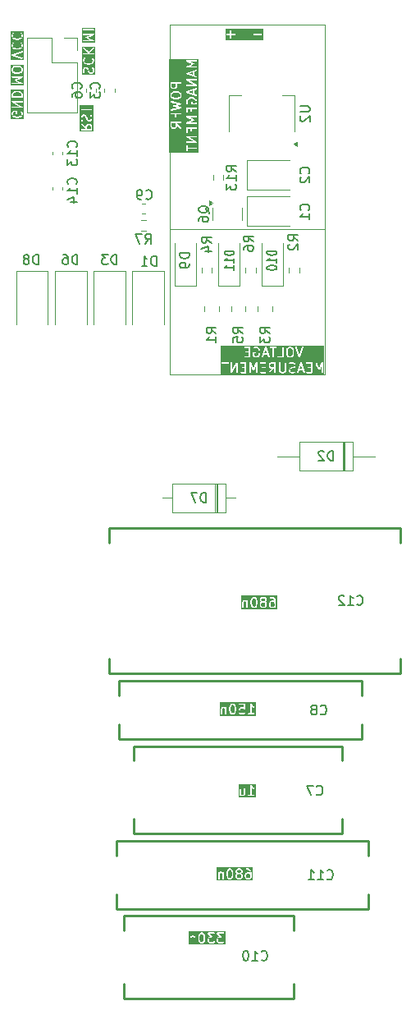
<source format=gbr>
%TF.GenerationSoftware,KiCad,Pcbnew,8.0.8-8.0.8-0~ubuntu24.04.1*%
%TF.CreationDate,2025-03-19T16:12:17+01:00*%
%TF.ProjectId,teaser,74656173-6572-42e6-9b69-6361645f7063,rev?*%
%TF.SameCoordinates,Original*%
%TF.FileFunction,Legend,Bot*%
%TF.FilePolarity,Positive*%
%FSLAX46Y46*%
G04 Gerber Fmt 4.6, Leading zero omitted, Abs format (unit mm)*
G04 Created by KiCad (PCBNEW 8.0.8-8.0.8-0~ubuntu24.04.1) date 2025-03-19 16:12:17*
%MOMM*%
%LPD*%
G01*
G04 APERTURE LIST*
%ADD10C,0.150000*%
%ADD11C,0.100000*%
%ADD12C,0.120000*%
%ADD13C,0.254000*%
G04 APERTURE END LIST*
D10*
G36*
X141618793Y-151879077D02*
G01*
X141649200Y-151909484D01*
X141687693Y-151986471D01*
X141731077Y-152160005D01*
X141731077Y-152379632D01*
X141687693Y-152553166D01*
X141649199Y-152630153D01*
X141618792Y-152660561D01*
X141550277Y-152694819D01*
X141490449Y-152694819D01*
X141421933Y-152660561D01*
X141391526Y-152630153D01*
X141353032Y-152553166D01*
X141309649Y-152379632D01*
X141309649Y-152160005D01*
X141353032Y-151986471D01*
X141391526Y-151909484D01*
X141421933Y-151879077D01*
X141490449Y-151844819D01*
X141550277Y-151844819D01*
X141618793Y-151879077D01*
G37*
G36*
X143943128Y-152955930D02*
G01*
X140191395Y-152955930D01*
X140191395Y-152246009D01*
X140302506Y-152246009D01*
X140302506Y-152769819D01*
X140303947Y-152784451D01*
X140315146Y-152811487D01*
X140335838Y-152832179D01*
X140362874Y-152843378D01*
X140392138Y-152843378D01*
X140419174Y-152832179D01*
X140439866Y-152811487D01*
X140451065Y-152784451D01*
X140452506Y-152769819D01*
X140452506Y-152263714D01*
X140481026Y-152206672D01*
X140538068Y-152178152D01*
X140645515Y-152178152D01*
X140714031Y-152212410D01*
X140731077Y-152229456D01*
X140731077Y-152769819D01*
X140732518Y-152784451D01*
X140743717Y-152811487D01*
X140764409Y-152832179D01*
X140791445Y-152843378D01*
X140820709Y-152843378D01*
X140847745Y-152832179D01*
X140868437Y-152811487D01*
X140879636Y-152784451D01*
X140881077Y-152769819D01*
X140881077Y-152150771D01*
X141159649Y-152150771D01*
X141159649Y-152388866D01*
X141159900Y-152391419D01*
X141159738Y-152392512D01*
X141160547Y-152397985D01*
X141161090Y-152403498D01*
X141161512Y-152404519D01*
X141161888Y-152407056D01*
X141209507Y-152597532D01*
X141209892Y-152598611D01*
X141209931Y-152599151D01*
X141212258Y-152605232D01*
X141214454Y-152611378D01*
X141214776Y-152611813D01*
X141215186Y-152612883D01*
X141262805Y-152708121D01*
X141266768Y-152714417D01*
X141267526Y-152716247D01*
X141269215Y-152718305D01*
X141270637Y-152720564D01*
X141272135Y-152721863D01*
X141276853Y-152727612D01*
X141324472Y-152775232D01*
X141330221Y-152779950D01*
X141331522Y-152781450D01*
X141333781Y-152782872D01*
X141335838Y-152784560D01*
X141337665Y-152785317D01*
X141343965Y-152789282D01*
X141439203Y-152836901D01*
X141452934Y-152842156D01*
X141455623Y-152842347D01*
X141458112Y-152843378D01*
X141472744Y-152844819D01*
X141567982Y-152844819D01*
X141582614Y-152843378D01*
X141585103Y-152842346D01*
X141587791Y-152842156D01*
X141601523Y-152836901D01*
X141696761Y-152789282D01*
X141703060Y-152785317D01*
X141704888Y-152784560D01*
X141706944Y-152782872D01*
X141709204Y-152781450D01*
X141710504Y-152779950D01*
X141716254Y-152775232D01*
X141763872Y-152727613D01*
X141768590Y-152721863D01*
X141770089Y-152720564D01*
X141771510Y-152718305D01*
X141773200Y-152716247D01*
X141773957Y-152714417D01*
X141777921Y-152708121D01*
X141825540Y-152612883D01*
X141825949Y-152611813D01*
X141826272Y-152611378D01*
X141828464Y-152605241D01*
X141830795Y-152599152D01*
X141830833Y-152598611D01*
X141831219Y-152597532D01*
X141878838Y-152407056D01*
X141879213Y-152404519D01*
X141879636Y-152403498D01*
X141880178Y-152397985D01*
X141880988Y-152392512D01*
X141880825Y-152391419D01*
X141881077Y-152388866D01*
X141881077Y-152341247D01*
X142112030Y-152341247D01*
X142112030Y-152579342D01*
X142113471Y-152593974D01*
X142114502Y-152596463D01*
X142114693Y-152599151D01*
X142119948Y-152612883D01*
X142167567Y-152708121D01*
X142171530Y-152714417D01*
X142172288Y-152716247D01*
X142173977Y-152718305D01*
X142175399Y-152720564D01*
X142176897Y-152721863D01*
X142181615Y-152727612D01*
X142229234Y-152775232D01*
X142234983Y-152779950D01*
X142236284Y-152781450D01*
X142238543Y-152782872D01*
X142240600Y-152784560D01*
X142242427Y-152785317D01*
X142248727Y-152789282D01*
X142343965Y-152836901D01*
X142357696Y-152842156D01*
X142360385Y-152842347D01*
X142362874Y-152843378D01*
X142377506Y-152844819D01*
X142663220Y-152844819D01*
X142677852Y-152843378D01*
X142680341Y-152842346D01*
X142683029Y-152842156D01*
X142696761Y-152836901D01*
X142791999Y-152789282D01*
X142798298Y-152785317D01*
X142800126Y-152784560D01*
X142802182Y-152782872D01*
X142804442Y-152781450D01*
X142805742Y-152779950D01*
X142811492Y-152775232D01*
X142859110Y-152727613D01*
X142868438Y-152716247D01*
X142879636Y-152689211D01*
X142879636Y-152659948D01*
X142868437Y-152632912D01*
X142847744Y-152612219D01*
X142820708Y-152601021D01*
X142791445Y-152601021D01*
X142764409Y-152612220D01*
X142753043Y-152621548D01*
X142714030Y-152660561D01*
X142645515Y-152694819D01*
X142395211Y-152694819D01*
X142326695Y-152660561D01*
X142296288Y-152630153D01*
X142262030Y-152561637D01*
X142262030Y-152358952D01*
X142270883Y-152341247D01*
X143064411Y-152341247D01*
X143064411Y-152579342D01*
X143065852Y-152593974D01*
X143066883Y-152596463D01*
X143067074Y-152599151D01*
X143072329Y-152612883D01*
X143119948Y-152708121D01*
X143123911Y-152714417D01*
X143124669Y-152716247D01*
X143126358Y-152718305D01*
X143127780Y-152720564D01*
X143129278Y-152721863D01*
X143133996Y-152727612D01*
X143181615Y-152775232D01*
X143187364Y-152779950D01*
X143188665Y-152781450D01*
X143190924Y-152782872D01*
X143192981Y-152784560D01*
X143194808Y-152785317D01*
X143201108Y-152789282D01*
X143296346Y-152836901D01*
X143310077Y-152842156D01*
X143312766Y-152842347D01*
X143315255Y-152843378D01*
X143329887Y-152844819D01*
X143615601Y-152844819D01*
X143630233Y-152843378D01*
X143632722Y-152842346D01*
X143635410Y-152842156D01*
X143649142Y-152836901D01*
X143744380Y-152789282D01*
X143750679Y-152785317D01*
X143752507Y-152784560D01*
X143754563Y-152782872D01*
X143756823Y-152781450D01*
X143758123Y-152779950D01*
X143763873Y-152775232D01*
X143811491Y-152727613D01*
X143820819Y-152716247D01*
X143832017Y-152689211D01*
X143832017Y-152659948D01*
X143820818Y-152632912D01*
X143800125Y-152612219D01*
X143773089Y-152601021D01*
X143743826Y-152601021D01*
X143716790Y-152612220D01*
X143705424Y-152621548D01*
X143666411Y-152660561D01*
X143597896Y-152694819D01*
X143347592Y-152694819D01*
X143279076Y-152660561D01*
X143248669Y-152630153D01*
X143214411Y-152561637D01*
X143214411Y-152358952D01*
X143248669Y-152290436D01*
X143279076Y-152260029D01*
X143347592Y-152225771D01*
X143472744Y-152225771D01*
X143480482Y-152225008D01*
X143482450Y-152225140D01*
X143483805Y-152224681D01*
X143487376Y-152224330D01*
X143498633Y-152219666D01*
X143510171Y-152215765D01*
X143512075Y-152214099D01*
X143514412Y-152213131D01*
X143523022Y-152204520D01*
X143532195Y-152196495D01*
X143533317Y-152194225D01*
X143535104Y-152192439D01*
X143539764Y-152181188D01*
X143545167Y-152170263D01*
X143545335Y-152167739D01*
X143546303Y-152165403D01*
X143546303Y-152153218D01*
X143547113Y-152141065D01*
X143546303Y-152138669D01*
X143546303Y-152136139D01*
X143541639Y-152124881D01*
X143537738Y-152113344D01*
X143535652Y-152110426D01*
X143535104Y-152109103D01*
X143533708Y-152107707D01*
X143529187Y-152101383D01*
X143304693Y-151844819D01*
X143758458Y-151844819D01*
X143773090Y-151843378D01*
X143800126Y-151832179D01*
X143820818Y-151811487D01*
X143832017Y-151784451D01*
X143832017Y-151755187D01*
X143820818Y-151728151D01*
X143800126Y-151707459D01*
X143773090Y-151696260D01*
X143758458Y-151694819D01*
X143139411Y-151694819D01*
X143131672Y-151695581D01*
X143129705Y-151695450D01*
X143128349Y-151695908D01*
X143124779Y-151696260D01*
X143113521Y-151700923D01*
X143101984Y-151704825D01*
X143100079Y-151706490D01*
X143097743Y-151707459D01*
X143089132Y-151716069D01*
X143079960Y-151724095D01*
X143078837Y-151726364D01*
X143077051Y-151728151D01*
X143072390Y-151739401D01*
X143066988Y-151750327D01*
X143066819Y-151752850D01*
X143065852Y-151755187D01*
X143065852Y-151767371D01*
X143065042Y-151779525D01*
X143065852Y-151781920D01*
X143065852Y-151784451D01*
X143070515Y-151795708D01*
X143074417Y-151807246D01*
X143076502Y-151810163D01*
X143077051Y-151811487D01*
X143078446Y-151812882D01*
X143082968Y-151819207D01*
X143309863Y-152078515D01*
X143296346Y-152083689D01*
X143201108Y-152131308D01*
X143194808Y-152135272D01*
X143192981Y-152136030D01*
X143190924Y-152137718D01*
X143188665Y-152139140D01*
X143187365Y-152140638D01*
X143181616Y-152145357D01*
X143133997Y-152192976D01*
X143129278Y-152198725D01*
X143127780Y-152200025D01*
X143126358Y-152202284D01*
X143124670Y-152204341D01*
X143123912Y-152206168D01*
X143119948Y-152212468D01*
X143072329Y-152307706D01*
X143067074Y-152321438D01*
X143066883Y-152324125D01*
X143065852Y-152326615D01*
X143064411Y-152341247D01*
X142270883Y-152341247D01*
X142296288Y-152290436D01*
X142326695Y-152260029D01*
X142395211Y-152225771D01*
X142520363Y-152225771D01*
X142528101Y-152225008D01*
X142530069Y-152225140D01*
X142531424Y-152224681D01*
X142534995Y-152224330D01*
X142546252Y-152219666D01*
X142557790Y-152215765D01*
X142559694Y-152214099D01*
X142562031Y-152213131D01*
X142570641Y-152204520D01*
X142579814Y-152196495D01*
X142580936Y-152194225D01*
X142582723Y-152192439D01*
X142587383Y-152181188D01*
X142592786Y-152170263D01*
X142592954Y-152167739D01*
X142593922Y-152165403D01*
X142593922Y-152153218D01*
X142594732Y-152141065D01*
X142593922Y-152138669D01*
X142593922Y-152136139D01*
X142589258Y-152124881D01*
X142585357Y-152113344D01*
X142583271Y-152110426D01*
X142582723Y-152109103D01*
X142581327Y-152107707D01*
X142576806Y-152101383D01*
X142352312Y-151844819D01*
X142806077Y-151844819D01*
X142820709Y-151843378D01*
X142847745Y-151832179D01*
X142868437Y-151811487D01*
X142879636Y-151784451D01*
X142879636Y-151755187D01*
X142868437Y-151728151D01*
X142847745Y-151707459D01*
X142820709Y-151696260D01*
X142806077Y-151694819D01*
X142187030Y-151694819D01*
X142179291Y-151695581D01*
X142177324Y-151695450D01*
X142175968Y-151695908D01*
X142172398Y-151696260D01*
X142161140Y-151700923D01*
X142149603Y-151704825D01*
X142147698Y-151706490D01*
X142145362Y-151707459D01*
X142136751Y-151716069D01*
X142127579Y-151724095D01*
X142126456Y-151726364D01*
X142124670Y-151728151D01*
X142120009Y-151739401D01*
X142114607Y-151750327D01*
X142114438Y-151752850D01*
X142113471Y-151755187D01*
X142113471Y-151767371D01*
X142112661Y-151779525D01*
X142113471Y-151781920D01*
X142113471Y-151784451D01*
X142118134Y-151795708D01*
X142122036Y-151807246D01*
X142124121Y-151810163D01*
X142124670Y-151811487D01*
X142126065Y-151812882D01*
X142130587Y-151819207D01*
X142357482Y-152078515D01*
X142343965Y-152083689D01*
X142248727Y-152131308D01*
X142242427Y-152135272D01*
X142240600Y-152136030D01*
X142238543Y-152137718D01*
X142236284Y-152139140D01*
X142234984Y-152140638D01*
X142229235Y-152145357D01*
X142181616Y-152192976D01*
X142176897Y-152198725D01*
X142175399Y-152200025D01*
X142173977Y-152202284D01*
X142172289Y-152204341D01*
X142171531Y-152206168D01*
X142167567Y-152212468D01*
X142119948Y-152307706D01*
X142114693Y-152321438D01*
X142114502Y-152324125D01*
X142113471Y-152326615D01*
X142112030Y-152341247D01*
X141881077Y-152341247D01*
X141881077Y-152150771D01*
X141880825Y-152148217D01*
X141880988Y-152147125D01*
X141880178Y-152141651D01*
X141879636Y-152136139D01*
X141879213Y-152135117D01*
X141878838Y-152132581D01*
X141831219Y-151942105D01*
X141830833Y-151941025D01*
X141830795Y-151940485D01*
X141828464Y-151934395D01*
X141826272Y-151928259D01*
X141825949Y-151927823D01*
X141825540Y-151926754D01*
X141777921Y-151831516D01*
X141773956Y-151825216D01*
X141773199Y-151823389D01*
X141771510Y-151821332D01*
X141770089Y-151819073D01*
X141768590Y-151817773D01*
X141763872Y-151812024D01*
X141716253Y-151764405D01*
X141710503Y-151759686D01*
X141709204Y-151758188D01*
X141706944Y-151756766D01*
X141704888Y-151755078D01*
X141703060Y-151754320D01*
X141696761Y-151750356D01*
X141601523Y-151702737D01*
X141587791Y-151697482D01*
X141585103Y-151697291D01*
X141582614Y-151696260D01*
X141567982Y-151694819D01*
X141472744Y-151694819D01*
X141458112Y-151696260D01*
X141455623Y-151697290D01*
X141452934Y-151697482D01*
X141439203Y-151702737D01*
X141343965Y-151750356D01*
X141337665Y-151754320D01*
X141335838Y-151755078D01*
X141333781Y-151756766D01*
X141331522Y-151758188D01*
X141330222Y-151759686D01*
X141324473Y-151764405D01*
X141276854Y-151812024D01*
X141272135Y-151817773D01*
X141270637Y-151819073D01*
X141269215Y-151821332D01*
X141267527Y-151823389D01*
X141266769Y-151825216D01*
X141262805Y-151831516D01*
X141215186Y-151926754D01*
X141214776Y-151927823D01*
X141214454Y-151928259D01*
X141212258Y-151934404D01*
X141209931Y-151940486D01*
X141209892Y-151941025D01*
X141209507Y-151942105D01*
X141161888Y-152132581D01*
X141161512Y-152135117D01*
X141161090Y-152136139D01*
X141160547Y-152141651D01*
X141159738Y-152147125D01*
X141159900Y-152148217D01*
X141159649Y-152150771D01*
X140881077Y-152150771D01*
X140881077Y-152103152D01*
X140879636Y-152088520D01*
X140868437Y-152061484D01*
X140847745Y-152040792D01*
X140820709Y-152029593D01*
X140791445Y-152029593D01*
X140764409Y-152040792D01*
X140745007Y-152060193D01*
X140696761Y-152036070D01*
X140683029Y-152030815D01*
X140680341Y-152030624D01*
X140677852Y-152029593D01*
X140663220Y-152028152D01*
X140520363Y-152028152D01*
X140505731Y-152029593D01*
X140503242Y-152030623D01*
X140500553Y-152030815D01*
X140486822Y-152036070D01*
X140391584Y-152083689D01*
X140389136Y-152085229D01*
X140387983Y-152085614D01*
X140386546Y-152086859D01*
X140379141Y-152091521D01*
X140372979Y-152098625D01*
X140365875Y-152104787D01*
X140361213Y-152112192D01*
X140359968Y-152113629D01*
X140359583Y-152114782D01*
X140358043Y-152117230D01*
X140310424Y-152212468D01*
X140305169Y-152226200D01*
X140304978Y-152228887D01*
X140303947Y-152231377D01*
X140302506Y-152246009D01*
X140191395Y-152246009D01*
X140191395Y-151583708D01*
X143943128Y-151583708D01*
X143943128Y-152955930D01*
G37*
G36*
X144518793Y-145279077D02*
G01*
X144549200Y-145309484D01*
X144587693Y-145386471D01*
X144631077Y-145560005D01*
X144631077Y-145779632D01*
X144587693Y-145953166D01*
X144549199Y-146030153D01*
X144518792Y-146060561D01*
X144450277Y-146094819D01*
X144390449Y-146094819D01*
X144321933Y-146060561D01*
X144291526Y-146030153D01*
X144253032Y-145953166D01*
X144209649Y-145779632D01*
X144209649Y-145560005D01*
X144253032Y-145386471D01*
X144291526Y-145309484D01*
X144321933Y-145279077D01*
X144390449Y-145244819D01*
X144450277Y-145244819D01*
X144518793Y-145279077D01*
G37*
G36*
X145518793Y-145707648D02*
G01*
X145549200Y-145738055D01*
X145583458Y-145806571D01*
X145583458Y-145961637D01*
X145549199Y-146030153D01*
X145518792Y-146060561D01*
X145450277Y-146094819D01*
X145295211Y-146094819D01*
X145226695Y-146060561D01*
X145196288Y-146030153D01*
X145162030Y-145961637D01*
X145162030Y-145806571D01*
X145196288Y-145738055D01*
X145226695Y-145707648D01*
X145295211Y-145673390D01*
X145450277Y-145673390D01*
X145518793Y-145707648D01*
G37*
G36*
X145518793Y-145279077D02*
G01*
X145549200Y-145309484D01*
X145583458Y-145378000D01*
X145583458Y-145390209D01*
X145549200Y-145458725D01*
X145518793Y-145489132D01*
X145450277Y-145523390D01*
X145295211Y-145523390D01*
X145226695Y-145489132D01*
X145196288Y-145458725D01*
X145162030Y-145390209D01*
X145162030Y-145378000D01*
X145196288Y-145309484D01*
X145226695Y-145279077D01*
X145295211Y-145244819D01*
X145450277Y-145244819D01*
X145518793Y-145279077D01*
G37*
G36*
X146471174Y-145660029D02*
G01*
X146501581Y-145690436D01*
X146535839Y-145758952D01*
X146535839Y-145961637D01*
X146501580Y-146030153D01*
X146471173Y-146060561D01*
X146402658Y-146094819D01*
X146247592Y-146094819D01*
X146179076Y-146060561D01*
X146148669Y-146030153D01*
X146114411Y-145961637D01*
X146114411Y-145758952D01*
X146148669Y-145690436D01*
X146179076Y-145660029D01*
X146247592Y-145625771D01*
X146402658Y-145625771D01*
X146471174Y-145660029D01*
G37*
G36*
X146796950Y-146355930D02*
G01*
X143091395Y-146355930D01*
X143091395Y-145646009D01*
X143202506Y-145646009D01*
X143202506Y-146169819D01*
X143203947Y-146184451D01*
X143215146Y-146211487D01*
X143235838Y-146232179D01*
X143262874Y-146243378D01*
X143292138Y-146243378D01*
X143319174Y-146232179D01*
X143339866Y-146211487D01*
X143351065Y-146184451D01*
X143352506Y-146169819D01*
X143352506Y-145663714D01*
X143381026Y-145606672D01*
X143438068Y-145578152D01*
X143545515Y-145578152D01*
X143614031Y-145612410D01*
X143631077Y-145629456D01*
X143631077Y-146169819D01*
X143632518Y-146184451D01*
X143643717Y-146211487D01*
X143664409Y-146232179D01*
X143691445Y-146243378D01*
X143720709Y-146243378D01*
X143747745Y-146232179D01*
X143768437Y-146211487D01*
X143779636Y-146184451D01*
X143781077Y-146169819D01*
X143781077Y-145550771D01*
X144059649Y-145550771D01*
X144059649Y-145788866D01*
X144059900Y-145791419D01*
X144059738Y-145792512D01*
X144060547Y-145797985D01*
X144061090Y-145803498D01*
X144061512Y-145804519D01*
X144061888Y-145807056D01*
X144109507Y-145997532D01*
X144109892Y-145998611D01*
X144109931Y-145999151D01*
X144112258Y-146005232D01*
X144114454Y-146011378D01*
X144114776Y-146011813D01*
X144115186Y-146012883D01*
X144162805Y-146108121D01*
X144166768Y-146114417D01*
X144167526Y-146116247D01*
X144169215Y-146118305D01*
X144170637Y-146120564D01*
X144172135Y-146121863D01*
X144176853Y-146127612D01*
X144224472Y-146175232D01*
X144230221Y-146179950D01*
X144231522Y-146181450D01*
X144233781Y-146182872D01*
X144235838Y-146184560D01*
X144237665Y-146185317D01*
X144243965Y-146189282D01*
X144339203Y-146236901D01*
X144352934Y-146242156D01*
X144355623Y-146242347D01*
X144358112Y-146243378D01*
X144372744Y-146244819D01*
X144467982Y-146244819D01*
X144482614Y-146243378D01*
X144485103Y-146242346D01*
X144487791Y-146242156D01*
X144501523Y-146236901D01*
X144596761Y-146189282D01*
X144603060Y-146185317D01*
X144604888Y-146184560D01*
X144606944Y-146182872D01*
X144609204Y-146181450D01*
X144610504Y-146179950D01*
X144616254Y-146175232D01*
X144663872Y-146127613D01*
X144668590Y-146121863D01*
X144670089Y-146120564D01*
X144671510Y-146118305D01*
X144673200Y-146116247D01*
X144673957Y-146114417D01*
X144677921Y-146108121D01*
X144725540Y-146012883D01*
X144725949Y-146011813D01*
X144726272Y-146011378D01*
X144728464Y-146005241D01*
X144730795Y-145999152D01*
X144730833Y-145998611D01*
X144731219Y-145997532D01*
X144778838Y-145807056D01*
X144779213Y-145804519D01*
X144779636Y-145803498D01*
X144780178Y-145797985D01*
X144780988Y-145792512D01*
X144780825Y-145791419D01*
X144781077Y-145788866D01*
X144781077Y-145550771D01*
X144780825Y-145548217D01*
X144780988Y-145547125D01*
X144780178Y-145541651D01*
X144779636Y-145536139D01*
X144779213Y-145535117D01*
X144778838Y-145532581D01*
X144735766Y-145360295D01*
X145012030Y-145360295D01*
X145012030Y-145407914D01*
X145013471Y-145422546D01*
X145014502Y-145425035D01*
X145014693Y-145427723D01*
X145019948Y-145441455D01*
X145067567Y-145536693D01*
X145071531Y-145542992D01*
X145072289Y-145544820D01*
X145073977Y-145546876D01*
X145075399Y-145549136D01*
X145076897Y-145550435D01*
X145081616Y-145556185D01*
X145123821Y-145598390D01*
X145081616Y-145640595D01*
X145076897Y-145646344D01*
X145075399Y-145647644D01*
X145073977Y-145649903D01*
X145072289Y-145651960D01*
X145071531Y-145653787D01*
X145067567Y-145660087D01*
X145019948Y-145755325D01*
X145014693Y-145769057D01*
X145014502Y-145771744D01*
X145013471Y-145774234D01*
X145012030Y-145788866D01*
X145012030Y-145979342D01*
X145013471Y-145993974D01*
X145014502Y-145996463D01*
X145014693Y-145999151D01*
X145019948Y-146012883D01*
X145067567Y-146108121D01*
X145071530Y-146114417D01*
X145072288Y-146116247D01*
X145073977Y-146118305D01*
X145075399Y-146120564D01*
X145076897Y-146121863D01*
X145081615Y-146127612D01*
X145129234Y-146175232D01*
X145134983Y-146179950D01*
X145136284Y-146181450D01*
X145138543Y-146182872D01*
X145140600Y-146184560D01*
X145142427Y-146185317D01*
X145148727Y-146189282D01*
X145243965Y-146236901D01*
X145257696Y-146242156D01*
X145260385Y-146242347D01*
X145262874Y-146243378D01*
X145277506Y-146244819D01*
X145467982Y-146244819D01*
X145482614Y-146243378D01*
X145485103Y-146242346D01*
X145487791Y-146242156D01*
X145501523Y-146236901D01*
X145596761Y-146189282D01*
X145603060Y-146185317D01*
X145604888Y-146184560D01*
X145606944Y-146182872D01*
X145609204Y-146181450D01*
X145610504Y-146179950D01*
X145616254Y-146175232D01*
X145663872Y-146127613D01*
X145668590Y-146121863D01*
X145670089Y-146120564D01*
X145671510Y-146118305D01*
X145673200Y-146116247D01*
X145673957Y-146114417D01*
X145677921Y-146108121D01*
X145725540Y-146012883D01*
X145730795Y-145999152D01*
X145730986Y-145996462D01*
X145732017Y-145993974D01*
X145733458Y-145979342D01*
X145733458Y-145788866D01*
X145732017Y-145774234D01*
X145730986Y-145771745D01*
X145730795Y-145769056D01*
X145725540Y-145755325D01*
X145718501Y-145741247D01*
X145964411Y-145741247D01*
X145964411Y-145979342D01*
X145965852Y-145993974D01*
X145966883Y-145996463D01*
X145967074Y-145999151D01*
X145972329Y-146012883D01*
X146019948Y-146108121D01*
X146023911Y-146114417D01*
X146024669Y-146116247D01*
X146026358Y-146118305D01*
X146027780Y-146120564D01*
X146029278Y-146121863D01*
X146033996Y-146127612D01*
X146081615Y-146175232D01*
X146087364Y-146179950D01*
X146088665Y-146181450D01*
X146090924Y-146182872D01*
X146092981Y-146184560D01*
X146094808Y-146185317D01*
X146101108Y-146189282D01*
X146196346Y-146236901D01*
X146210077Y-146242156D01*
X146212766Y-146242347D01*
X146215255Y-146243378D01*
X146229887Y-146244819D01*
X146420363Y-146244819D01*
X146434995Y-146243378D01*
X146437484Y-146242346D01*
X146440172Y-146242156D01*
X146453904Y-146236901D01*
X146549142Y-146189282D01*
X146555441Y-146185317D01*
X146557269Y-146184560D01*
X146559325Y-146182872D01*
X146561585Y-146181450D01*
X146562885Y-146179950D01*
X146568635Y-146175232D01*
X146616253Y-146127613D01*
X146620971Y-146121863D01*
X146622470Y-146120564D01*
X146623891Y-146118305D01*
X146625581Y-146116247D01*
X146626338Y-146114417D01*
X146630302Y-146108121D01*
X146677921Y-146012883D01*
X146683176Y-145999152D01*
X146683367Y-145996462D01*
X146684398Y-145993974D01*
X146685839Y-145979342D01*
X146685839Y-145598390D01*
X146685587Y-145595836D01*
X146685750Y-145594744D01*
X146684940Y-145589270D01*
X146684398Y-145583758D01*
X146683975Y-145582736D01*
X146683600Y-145580200D01*
X146635981Y-145389724D01*
X146632899Y-145381100D01*
X146632541Y-145379286D01*
X146631663Y-145377640D01*
X146631034Y-145375878D01*
X146629928Y-145374386D01*
X146625624Y-145366312D01*
X146530386Y-145223454D01*
X146530351Y-145223411D01*
X146530342Y-145223389D01*
X146525853Y-145217920D01*
X146521070Y-145212079D01*
X146521048Y-145212064D01*
X146521015Y-145212024D01*
X146473396Y-145164405D01*
X146467646Y-145159686D01*
X146466347Y-145158188D01*
X146464087Y-145156766D01*
X146462031Y-145155078D01*
X146460203Y-145154320D01*
X146453904Y-145150356D01*
X146358666Y-145102737D01*
X146344934Y-145097482D01*
X146342246Y-145097291D01*
X146339757Y-145096260D01*
X146325125Y-145094819D01*
X146134649Y-145094819D01*
X146120017Y-145096260D01*
X146092981Y-145107459D01*
X146072289Y-145128151D01*
X146061090Y-145155187D01*
X146061090Y-145184451D01*
X146072289Y-145211487D01*
X146092981Y-145232179D01*
X146120017Y-145243378D01*
X146134649Y-145244819D01*
X146307420Y-145244819D01*
X146375936Y-145279077D01*
X146409696Y-145312837D01*
X146493610Y-145438708D01*
X146512134Y-145512804D01*
X146453904Y-145483689D01*
X146440172Y-145478434D01*
X146437484Y-145478243D01*
X146434995Y-145477212D01*
X146420363Y-145475771D01*
X146229887Y-145475771D01*
X146215255Y-145477212D01*
X146212766Y-145478242D01*
X146210077Y-145478434D01*
X146196346Y-145483689D01*
X146101108Y-145531308D01*
X146094808Y-145535272D01*
X146092981Y-145536030D01*
X146090924Y-145537718D01*
X146088665Y-145539140D01*
X146087365Y-145540638D01*
X146081616Y-145545357D01*
X146033997Y-145592976D01*
X146029278Y-145598725D01*
X146027780Y-145600025D01*
X146026358Y-145602284D01*
X146024670Y-145604341D01*
X146023912Y-145606168D01*
X146019948Y-145612468D01*
X145972329Y-145707706D01*
X145967074Y-145721438D01*
X145966883Y-145724125D01*
X145965852Y-145726615D01*
X145964411Y-145741247D01*
X145718501Y-145741247D01*
X145677921Y-145660087D01*
X145673956Y-145653787D01*
X145673199Y-145651960D01*
X145671510Y-145649903D01*
X145670089Y-145647644D01*
X145668590Y-145646344D01*
X145663872Y-145640595D01*
X145621667Y-145598390D01*
X145663872Y-145556185D01*
X145668590Y-145550435D01*
X145670089Y-145549136D01*
X145671510Y-145546876D01*
X145673199Y-145544820D01*
X145673956Y-145542992D01*
X145677921Y-145536693D01*
X145725540Y-145441455D01*
X145730795Y-145427724D01*
X145730986Y-145425034D01*
X145732017Y-145422546D01*
X145733458Y-145407914D01*
X145733458Y-145360295D01*
X145732017Y-145345663D01*
X145730986Y-145343174D01*
X145730795Y-145340485D01*
X145725540Y-145326754D01*
X145677921Y-145231516D01*
X145673956Y-145225216D01*
X145673199Y-145223389D01*
X145671510Y-145221332D01*
X145670089Y-145219073D01*
X145668590Y-145217773D01*
X145663872Y-145212024D01*
X145616253Y-145164405D01*
X145610503Y-145159686D01*
X145609204Y-145158188D01*
X145606944Y-145156766D01*
X145604888Y-145155078D01*
X145603060Y-145154320D01*
X145596761Y-145150356D01*
X145501523Y-145102737D01*
X145487791Y-145097482D01*
X145485103Y-145097291D01*
X145482614Y-145096260D01*
X145467982Y-145094819D01*
X145277506Y-145094819D01*
X145262874Y-145096260D01*
X145260385Y-145097290D01*
X145257696Y-145097482D01*
X145243965Y-145102737D01*
X145148727Y-145150356D01*
X145142427Y-145154320D01*
X145140600Y-145155078D01*
X145138543Y-145156766D01*
X145136284Y-145158188D01*
X145134984Y-145159686D01*
X145129235Y-145164405D01*
X145081616Y-145212024D01*
X145076897Y-145217773D01*
X145075399Y-145219073D01*
X145073977Y-145221332D01*
X145072289Y-145223389D01*
X145071531Y-145225216D01*
X145067567Y-145231516D01*
X145019948Y-145326754D01*
X145014693Y-145340486D01*
X145014502Y-145343173D01*
X145013471Y-145345663D01*
X145012030Y-145360295D01*
X144735766Y-145360295D01*
X144731219Y-145342105D01*
X144730833Y-145341025D01*
X144730795Y-145340485D01*
X144728464Y-145334395D01*
X144726272Y-145328259D01*
X144725949Y-145327823D01*
X144725540Y-145326754D01*
X144677921Y-145231516D01*
X144673956Y-145225216D01*
X144673199Y-145223389D01*
X144671510Y-145221332D01*
X144670089Y-145219073D01*
X144668590Y-145217773D01*
X144663872Y-145212024D01*
X144616253Y-145164405D01*
X144610503Y-145159686D01*
X144609204Y-145158188D01*
X144606944Y-145156766D01*
X144604888Y-145155078D01*
X144603060Y-145154320D01*
X144596761Y-145150356D01*
X144501523Y-145102737D01*
X144487791Y-145097482D01*
X144485103Y-145097291D01*
X144482614Y-145096260D01*
X144467982Y-145094819D01*
X144372744Y-145094819D01*
X144358112Y-145096260D01*
X144355623Y-145097290D01*
X144352934Y-145097482D01*
X144339203Y-145102737D01*
X144243965Y-145150356D01*
X144237665Y-145154320D01*
X144235838Y-145155078D01*
X144233781Y-145156766D01*
X144231522Y-145158188D01*
X144230222Y-145159686D01*
X144224473Y-145164405D01*
X144176854Y-145212024D01*
X144172135Y-145217773D01*
X144170637Y-145219073D01*
X144169215Y-145221332D01*
X144167527Y-145223389D01*
X144166769Y-145225216D01*
X144162805Y-145231516D01*
X144115186Y-145326754D01*
X144114776Y-145327823D01*
X144114454Y-145328259D01*
X144112258Y-145334404D01*
X144109931Y-145340486D01*
X144109892Y-145341025D01*
X144109507Y-145342105D01*
X144061888Y-145532581D01*
X144061512Y-145535117D01*
X144061090Y-145536139D01*
X144060547Y-145541651D01*
X144059738Y-145547125D01*
X144059900Y-145548217D01*
X144059649Y-145550771D01*
X143781077Y-145550771D01*
X143781077Y-145503152D01*
X143779636Y-145488520D01*
X143768437Y-145461484D01*
X143747745Y-145440792D01*
X143720709Y-145429593D01*
X143691445Y-145429593D01*
X143664409Y-145440792D01*
X143645007Y-145460193D01*
X143596761Y-145436070D01*
X143583029Y-145430815D01*
X143580341Y-145430624D01*
X143577852Y-145429593D01*
X143563220Y-145428152D01*
X143420363Y-145428152D01*
X143405731Y-145429593D01*
X143403242Y-145430623D01*
X143400553Y-145430815D01*
X143386822Y-145436070D01*
X143291584Y-145483689D01*
X143289136Y-145485229D01*
X143287983Y-145485614D01*
X143286546Y-145486859D01*
X143279141Y-145491521D01*
X143272979Y-145498625D01*
X143265875Y-145504787D01*
X143261213Y-145512192D01*
X143259968Y-145513629D01*
X143259583Y-145514782D01*
X143258043Y-145517230D01*
X143210424Y-145612468D01*
X143205169Y-145626200D01*
X143204978Y-145628887D01*
X143203947Y-145631377D01*
X143202506Y-145646009D01*
X143091395Y-145646009D01*
X143091395Y-144983708D01*
X146796950Y-144983708D01*
X146796950Y-146355930D01*
G37*
G36*
X147096361Y-137755930D02*
G01*
X145296157Y-137755930D01*
X145296157Y-136903152D01*
X145407268Y-136903152D01*
X145407268Y-137569819D01*
X145408709Y-137584451D01*
X145419908Y-137611487D01*
X145440600Y-137632179D01*
X145467636Y-137643378D01*
X145496900Y-137643378D01*
X145523936Y-137632179D01*
X145543337Y-137612777D01*
X145591584Y-137636901D01*
X145605315Y-137642156D01*
X145608004Y-137642347D01*
X145610493Y-137643378D01*
X145625125Y-137644819D01*
X145767982Y-137644819D01*
X145782614Y-137643378D01*
X145785103Y-137642346D01*
X145787791Y-137642156D01*
X145801523Y-137636901D01*
X145896761Y-137589282D01*
X145899208Y-137587741D01*
X145900362Y-137587357D01*
X145901798Y-137586111D01*
X145909204Y-137581450D01*
X145915365Y-137574345D01*
X145922470Y-137568184D01*
X145927131Y-137560778D01*
X145928377Y-137559342D01*
X145928761Y-137558188D01*
X145930302Y-137555741D01*
X145930579Y-137555187D01*
X146265852Y-137555187D01*
X146265852Y-137584451D01*
X146277051Y-137611487D01*
X146297743Y-137632179D01*
X146324779Y-137643378D01*
X146339411Y-137644819D01*
X146910839Y-137644819D01*
X146925471Y-137643378D01*
X146952507Y-137632179D01*
X146973199Y-137611487D01*
X146984398Y-137584451D01*
X146984398Y-137555187D01*
X146973199Y-137528151D01*
X146952507Y-137507459D01*
X146925471Y-137496260D01*
X146910839Y-137494819D01*
X146700125Y-137494819D01*
X146700125Y-136798504D01*
X146762568Y-136860947D01*
X146768318Y-136865667D01*
X146769617Y-136867164D01*
X146771871Y-136868583D01*
X146773933Y-136870275D01*
X146775765Y-136871033D01*
X146782060Y-136874996D01*
X146877298Y-136922615D01*
X146891029Y-136927870D01*
X146920219Y-136929944D01*
X146947981Y-136920690D01*
X146970088Y-136901517D01*
X146983176Y-136875342D01*
X146985250Y-136846152D01*
X146975996Y-136818391D01*
X146956823Y-136796283D01*
X146944380Y-136788451D01*
X146860028Y-136746275D01*
X146778647Y-136664894D01*
X146687529Y-136528216D01*
X146687494Y-136528173D01*
X146687485Y-136528151D01*
X146687433Y-136528099D01*
X146678213Y-136516841D01*
X146672043Y-136512709D01*
X146666793Y-136507459D01*
X146660003Y-136504646D01*
X146653898Y-136500558D01*
X146646617Y-136499101D01*
X146639757Y-136496260D01*
X146632409Y-136496260D01*
X146625204Y-136494819D01*
X146617920Y-136496260D01*
X146610493Y-136496260D01*
X146603704Y-136499072D01*
X146596496Y-136500498D01*
X146590317Y-136504617D01*
X146583457Y-136507459D01*
X146578261Y-136512654D01*
X146572147Y-136516731D01*
X146568015Y-136522900D01*
X146562765Y-136528151D01*
X146559952Y-136534940D01*
X146555864Y-136541046D01*
X146554407Y-136548326D01*
X146551566Y-136555187D01*
X146550140Y-136569663D01*
X146550125Y-136569740D01*
X146550130Y-136569766D01*
X146550125Y-136569819D01*
X146550125Y-137494819D01*
X146339411Y-137494819D01*
X146324779Y-137496260D01*
X146297743Y-137507459D01*
X146277051Y-137528151D01*
X146265852Y-137555187D01*
X145930579Y-137555187D01*
X145977921Y-137460502D01*
X145983176Y-137446770D01*
X145983366Y-137444082D01*
X145984398Y-137441593D01*
X145985839Y-137426961D01*
X145985839Y-136903152D01*
X145984398Y-136888520D01*
X145973199Y-136861484D01*
X145952507Y-136840792D01*
X145925471Y-136829593D01*
X145896207Y-136829593D01*
X145869171Y-136840792D01*
X145848479Y-136861484D01*
X145837280Y-136888520D01*
X145835839Y-136903152D01*
X145835839Y-137409256D01*
X145807318Y-137466298D01*
X145750277Y-137494819D01*
X145642830Y-137494819D01*
X145574314Y-137460561D01*
X145557268Y-137443514D01*
X145557268Y-136903152D01*
X145555827Y-136888520D01*
X145544628Y-136861484D01*
X145523936Y-136840792D01*
X145496900Y-136829593D01*
X145467636Y-136829593D01*
X145440600Y-136840792D01*
X145419908Y-136861484D01*
X145408709Y-136888520D01*
X145407268Y-136903152D01*
X145296157Y-136903152D01*
X145296157Y-136383708D01*
X147096361Y-136383708D01*
X147096361Y-137755930D01*
G37*
G36*
X144818793Y-128279077D02*
G01*
X144849200Y-128309484D01*
X144887693Y-128386471D01*
X144931077Y-128560005D01*
X144931077Y-128779632D01*
X144887693Y-128953166D01*
X144849199Y-129030153D01*
X144818792Y-129060561D01*
X144750277Y-129094819D01*
X144690449Y-129094819D01*
X144621933Y-129060561D01*
X144591526Y-129030153D01*
X144553032Y-128953166D01*
X144509649Y-128779632D01*
X144509649Y-128560005D01*
X144553032Y-128386471D01*
X144591526Y-128309484D01*
X144621933Y-128279077D01*
X144690449Y-128244819D01*
X144750277Y-128244819D01*
X144818793Y-128279077D01*
G37*
G36*
X147096361Y-129355930D02*
G01*
X143391395Y-129355930D01*
X143391395Y-128646009D01*
X143502506Y-128646009D01*
X143502506Y-129169819D01*
X143503947Y-129184451D01*
X143515146Y-129211487D01*
X143535838Y-129232179D01*
X143562874Y-129243378D01*
X143592138Y-129243378D01*
X143619174Y-129232179D01*
X143639866Y-129211487D01*
X143651065Y-129184451D01*
X143652506Y-129169819D01*
X143652506Y-128663714D01*
X143681026Y-128606672D01*
X143738068Y-128578152D01*
X143845515Y-128578152D01*
X143914031Y-128612410D01*
X143931077Y-128629456D01*
X143931077Y-129169819D01*
X143932518Y-129184451D01*
X143943717Y-129211487D01*
X143964409Y-129232179D01*
X143991445Y-129243378D01*
X144020709Y-129243378D01*
X144047745Y-129232179D01*
X144068437Y-129211487D01*
X144079636Y-129184451D01*
X144081077Y-129169819D01*
X144081077Y-128550771D01*
X144359649Y-128550771D01*
X144359649Y-128788866D01*
X144359900Y-128791419D01*
X144359738Y-128792512D01*
X144360547Y-128797985D01*
X144361090Y-128803498D01*
X144361512Y-128804519D01*
X144361888Y-128807056D01*
X144409507Y-128997532D01*
X144409892Y-128998611D01*
X144409931Y-128999151D01*
X144412258Y-129005232D01*
X144414454Y-129011378D01*
X144414776Y-129011813D01*
X144415186Y-129012883D01*
X144462805Y-129108121D01*
X144466768Y-129114417D01*
X144467526Y-129116247D01*
X144469215Y-129118305D01*
X144470637Y-129120564D01*
X144472135Y-129121863D01*
X144476853Y-129127612D01*
X144524472Y-129175232D01*
X144530221Y-129179950D01*
X144531522Y-129181450D01*
X144533781Y-129182872D01*
X144535838Y-129184560D01*
X144537665Y-129185317D01*
X144543965Y-129189282D01*
X144639203Y-129236901D01*
X144652934Y-129242156D01*
X144655623Y-129242347D01*
X144658112Y-129243378D01*
X144672744Y-129244819D01*
X144767982Y-129244819D01*
X144782614Y-129243378D01*
X144785103Y-129242346D01*
X144787791Y-129242156D01*
X144801523Y-129236901D01*
X144896761Y-129189282D01*
X144903060Y-129185317D01*
X144904888Y-129184560D01*
X144906944Y-129182872D01*
X144909204Y-129181450D01*
X144910504Y-129179950D01*
X144916254Y-129175232D01*
X144963872Y-129127613D01*
X144968590Y-129121863D01*
X144970089Y-129120564D01*
X144971510Y-129118305D01*
X144973200Y-129116247D01*
X144973957Y-129114417D01*
X144977921Y-129108121D01*
X145025540Y-129012883D01*
X145025949Y-129011813D01*
X145026272Y-129011378D01*
X145028464Y-129005241D01*
X145030795Y-128999152D01*
X145030833Y-128998611D01*
X145031219Y-128997532D01*
X145078838Y-128807056D01*
X145079213Y-128804519D01*
X145079636Y-128803498D01*
X145080178Y-128797985D01*
X145080988Y-128792512D01*
X145080825Y-128791419D01*
X145081077Y-128788866D01*
X145081077Y-128741247D01*
X145312030Y-128741247D01*
X145312030Y-128979342D01*
X145313471Y-128993974D01*
X145314502Y-128996463D01*
X145314693Y-128999151D01*
X145319948Y-129012883D01*
X145367567Y-129108121D01*
X145371530Y-129114417D01*
X145372288Y-129116247D01*
X145373977Y-129118305D01*
X145375399Y-129120564D01*
X145376897Y-129121863D01*
X145381615Y-129127612D01*
X145429234Y-129175232D01*
X145434983Y-129179950D01*
X145436284Y-129181450D01*
X145438543Y-129182872D01*
X145440600Y-129184560D01*
X145442427Y-129185317D01*
X145448727Y-129189282D01*
X145543965Y-129236901D01*
X145557696Y-129242156D01*
X145560385Y-129242347D01*
X145562874Y-129243378D01*
X145577506Y-129244819D01*
X145815601Y-129244819D01*
X145830233Y-129243378D01*
X145832722Y-129242346D01*
X145835410Y-129242156D01*
X145849142Y-129236901D01*
X145944380Y-129189282D01*
X145950679Y-129185317D01*
X145952507Y-129184560D01*
X145954563Y-129182872D01*
X145956823Y-129181450D01*
X145958123Y-129179950D01*
X145963873Y-129175232D01*
X145983918Y-129155187D01*
X146265852Y-129155187D01*
X146265852Y-129184451D01*
X146277051Y-129211487D01*
X146297743Y-129232179D01*
X146324779Y-129243378D01*
X146339411Y-129244819D01*
X146910839Y-129244819D01*
X146925471Y-129243378D01*
X146952507Y-129232179D01*
X146973199Y-129211487D01*
X146984398Y-129184451D01*
X146984398Y-129155187D01*
X146973199Y-129128151D01*
X146952507Y-129107459D01*
X146925471Y-129096260D01*
X146910839Y-129094819D01*
X146700125Y-129094819D01*
X146700125Y-128398504D01*
X146762568Y-128460947D01*
X146768318Y-128465667D01*
X146769617Y-128467164D01*
X146771871Y-128468583D01*
X146773933Y-128470275D01*
X146775765Y-128471033D01*
X146782060Y-128474996D01*
X146877298Y-128522615D01*
X146891029Y-128527870D01*
X146920219Y-128529944D01*
X146947981Y-128520690D01*
X146970088Y-128501517D01*
X146983176Y-128475342D01*
X146985250Y-128446152D01*
X146975996Y-128418391D01*
X146956823Y-128396283D01*
X146944380Y-128388451D01*
X146860028Y-128346275D01*
X146778647Y-128264894D01*
X146687529Y-128128216D01*
X146687494Y-128128173D01*
X146687485Y-128128151D01*
X146687433Y-128128099D01*
X146678213Y-128116841D01*
X146672043Y-128112709D01*
X146666793Y-128107459D01*
X146660003Y-128104646D01*
X146653898Y-128100558D01*
X146646617Y-128099101D01*
X146639757Y-128096260D01*
X146632409Y-128096260D01*
X146625204Y-128094819D01*
X146617920Y-128096260D01*
X146610493Y-128096260D01*
X146603704Y-128099072D01*
X146596496Y-128100498D01*
X146590317Y-128104617D01*
X146583457Y-128107459D01*
X146578261Y-128112654D01*
X146572147Y-128116731D01*
X146568015Y-128122900D01*
X146562765Y-128128151D01*
X146559952Y-128134940D01*
X146555864Y-128141046D01*
X146554407Y-128148326D01*
X146551566Y-128155187D01*
X146550140Y-128169663D01*
X146550125Y-128169740D01*
X146550130Y-128169766D01*
X146550125Y-128169819D01*
X146550125Y-129094819D01*
X146339411Y-129094819D01*
X146324779Y-129096260D01*
X146297743Y-129107459D01*
X146277051Y-129128151D01*
X146265852Y-129155187D01*
X145983918Y-129155187D01*
X146011491Y-129127613D01*
X146020819Y-129116247D01*
X146032017Y-129089211D01*
X146032017Y-129059948D01*
X146020818Y-129032912D01*
X146000125Y-129012219D01*
X145973089Y-129001021D01*
X145943826Y-129001021D01*
X145916790Y-129012220D01*
X145905424Y-129021548D01*
X145866411Y-129060561D01*
X145797896Y-129094819D01*
X145595211Y-129094819D01*
X145526695Y-129060561D01*
X145496288Y-129030153D01*
X145462030Y-128961637D01*
X145462030Y-128758952D01*
X145496288Y-128690436D01*
X145526695Y-128660029D01*
X145595211Y-128625771D01*
X145797896Y-128625771D01*
X145866412Y-128660029D01*
X145905425Y-128699042D01*
X145916790Y-128708369D01*
X145920278Y-128709814D01*
X145923202Y-128712206D01*
X145933699Y-128715373D01*
X145943826Y-128719568D01*
X145947602Y-128719568D01*
X145951218Y-128720659D01*
X145962128Y-128719568D01*
X145973089Y-128719568D01*
X145976577Y-128718122D01*
X145980337Y-128717747D01*
X145990000Y-128712562D01*
X146000125Y-128708369D01*
X146002795Y-128705698D01*
X146006124Y-128703913D01*
X146013069Y-128695424D01*
X146020818Y-128687676D01*
X146022262Y-128684189D01*
X146024655Y-128681265D01*
X146027823Y-128670764D01*
X146032017Y-128660640D01*
X146032017Y-128656864D01*
X146033108Y-128653249D01*
X146033086Y-128638546D01*
X145985467Y-128162356D01*
X145984398Y-128157023D01*
X145984398Y-128155187D01*
X145983684Y-128153464D01*
X145982577Y-128147940D01*
X145977394Y-128138280D01*
X145973199Y-128128151D01*
X145970527Y-128125479D01*
X145968743Y-128122153D01*
X145960260Y-128115212D01*
X145952507Y-128107459D01*
X145949018Y-128106013D01*
X145946095Y-128103622D01*
X145935597Y-128100454D01*
X145925471Y-128096260D01*
X145919865Y-128095707D01*
X145918079Y-128095169D01*
X145916250Y-128095351D01*
X145910839Y-128094819D01*
X145434649Y-128094819D01*
X145420017Y-128096260D01*
X145392981Y-128107459D01*
X145372289Y-128128151D01*
X145361090Y-128155187D01*
X145361090Y-128184451D01*
X145372289Y-128211487D01*
X145392981Y-128232179D01*
X145420017Y-128243378D01*
X145434649Y-128244819D01*
X145842965Y-128244819D01*
X145867783Y-128493009D01*
X145849142Y-128483689D01*
X145835410Y-128478434D01*
X145832722Y-128478243D01*
X145830233Y-128477212D01*
X145815601Y-128475771D01*
X145577506Y-128475771D01*
X145562874Y-128477212D01*
X145560385Y-128478242D01*
X145557696Y-128478434D01*
X145543965Y-128483689D01*
X145448727Y-128531308D01*
X145442427Y-128535272D01*
X145440600Y-128536030D01*
X145438543Y-128537718D01*
X145436284Y-128539140D01*
X145434984Y-128540638D01*
X145429235Y-128545357D01*
X145381616Y-128592976D01*
X145376897Y-128598725D01*
X145375399Y-128600025D01*
X145373977Y-128602284D01*
X145372289Y-128604341D01*
X145371531Y-128606168D01*
X145367567Y-128612468D01*
X145319948Y-128707706D01*
X145314693Y-128721438D01*
X145314502Y-128724125D01*
X145313471Y-128726615D01*
X145312030Y-128741247D01*
X145081077Y-128741247D01*
X145081077Y-128550771D01*
X145080825Y-128548217D01*
X145080988Y-128547125D01*
X145080178Y-128541651D01*
X145079636Y-128536139D01*
X145079213Y-128535117D01*
X145078838Y-128532581D01*
X145031219Y-128342105D01*
X145030833Y-128341025D01*
X145030795Y-128340485D01*
X145028464Y-128334395D01*
X145026272Y-128328259D01*
X145025949Y-128327823D01*
X145025540Y-128326754D01*
X144977921Y-128231516D01*
X144973956Y-128225216D01*
X144973199Y-128223389D01*
X144971510Y-128221332D01*
X144970089Y-128219073D01*
X144968590Y-128217773D01*
X144963872Y-128212024D01*
X144916253Y-128164405D01*
X144910503Y-128159686D01*
X144909204Y-128158188D01*
X144906944Y-128156766D01*
X144904888Y-128155078D01*
X144903060Y-128154320D01*
X144896761Y-128150356D01*
X144801523Y-128102737D01*
X144787791Y-128097482D01*
X144785103Y-128097291D01*
X144782614Y-128096260D01*
X144767982Y-128094819D01*
X144672744Y-128094819D01*
X144658112Y-128096260D01*
X144655623Y-128097290D01*
X144652934Y-128097482D01*
X144639203Y-128102737D01*
X144543965Y-128150356D01*
X144537665Y-128154320D01*
X144535838Y-128155078D01*
X144533781Y-128156766D01*
X144531522Y-128158188D01*
X144530222Y-128159686D01*
X144524473Y-128164405D01*
X144476854Y-128212024D01*
X144472135Y-128217773D01*
X144470637Y-128219073D01*
X144469215Y-128221332D01*
X144467527Y-128223389D01*
X144466769Y-128225216D01*
X144462805Y-128231516D01*
X144415186Y-128326754D01*
X144414776Y-128327823D01*
X144414454Y-128328259D01*
X144412258Y-128334404D01*
X144409931Y-128340486D01*
X144409892Y-128341025D01*
X144409507Y-128342105D01*
X144361888Y-128532581D01*
X144361512Y-128535117D01*
X144361090Y-128536139D01*
X144360547Y-128541651D01*
X144359738Y-128547125D01*
X144359900Y-128548217D01*
X144359649Y-128550771D01*
X144081077Y-128550771D01*
X144081077Y-128503152D01*
X144079636Y-128488520D01*
X144068437Y-128461484D01*
X144047745Y-128440792D01*
X144020709Y-128429593D01*
X143991445Y-128429593D01*
X143964409Y-128440792D01*
X143945007Y-128460193D01*
X143896761Y-128436070D01*
X143883029Y-128430815D01*
X143880341Y-128430624D01*
X143877852Y-128429593D01*
X143863220Y-128428152D01*
X143720363Y-128428152D01*
X143705731Y-128429593D01*
X143703242Y-128430623D01*
X143700553Y-128430815D01*
X143686822Y-128436070D01*
X143591584Y-128483689D01*
X143589136Y-128485229D01*
X143587983Y-128485614D01*
X143586546Y-128486859D01*
X143579141Y-128491521D01*
X143572979Y-128498625D01*
X143565875Y-128504787D01*
X143561213Y-128512192D01*
X143559968Y-128513629D01*
X143559583Y-128514782D01*
X143558043Y-128517230D01*
X143510424Y-128612468D01*
X143505169Y-128626200D01*
X143504978Y-128628887D01*
X143503947Y-128631377D01*
X143502506Y-128646009D01*
X143391395Y-128646009D01*
X143391395Y-127983708D01*
X147096361Y-127983708D01*
X147096361Y-129355930D01*
G37*
G36*
X147018793Y-117279077D02*
G01*
X147049200Y-117309484D01*
X147087693Y-117386471D01*
X147131077Y-117560005D01*
X147131077Y-117779632D01*
X147087693Y-117953166D01*
X147049199Y-118030153D01*
X147018792Y-118060561D01*
X146950277Y-118094819D01*
X146890449Y-118094819D01*
X146821933Y-118060561D01*
X146791526Y-118030153D01*
X146753032Y-117953166D01*
X146709649Y-117779632D01*
X146709649Y-117560005D01*
X146753032Y-117386471D01*
X146791526Y-117309484D01*
X146821933Y-117279077D01*
X146890449Y-117244819D01*
X146950277Y-117244819D01*
X147018793Y-117279077D01*
G37*
G36*
X148018793Y-117707648D02*
G01*
X148049200Y-117738055D01*
X148083458Y-117806571D01*
X148083458Y-117961637D01*
X148049199Y-118030153D01*
X148018792Y-118060561D01*
X147950277Y-118094819D01*
X147795211Y-118094819D01*
X147726695Y-118060561D01*
X147696288Y-118030153D01*
X147662030Y-117961637D01*
X147662030Y-117806571D01*
X147696288Y-117738055D01*
X147726695Y-117707648D01*
X147795211Y-117673390D01*
X147950277Y-117673390D01*
X148018793Y-117707648D01*
G37*
G36*
X148018793Y-117279077D02*
G01*
X148049200Y-117309484D01*
X148083458Y-117378000D01*
X148083458Y-117390209D01*
X148049200Y-117458725D01*
X148018793Y-117489132D01*
X147950277Y-117523390D01*
X147795211Y-117523390D01*
X147726695Y-117489132D01*
X147696288Y-117458725D01*
X147662030Y-117390209D01*
X147662030Y-117378000D01*
X147696288Y-117309484D01*
X147726695Y-117279077D01*
X147795211Y-117244819D01*
X147950277Y-117244819D01*
X148018793Y-117279077D01*
G37*
G36*
X148971174Y-117660029D02*
G01*
X149001581Y-117690436D01*
X149035839Y-117758952D01*
X149035839Y-117961637D01*
X149001580Y-118030153D01*
X148971173Y-118060561D01*
X148902658Y-118094819D01*
X148747592Y-118094819D01*
X148679076Y-118060561D01*
X148648669Y-118030153D01*
X148614411Y-117961637D01*
X148614411Y-117758952D01*
X148648669Y-117690436D01*
X148679076Y-117660029D01*
X148747592Y-117625771D01*
X148902658Y-117625771D01*
X148971174Y-117660029D01*
G37*
G36*
X149296950Y-118355930D02*
G01*
X145591395Y-118355930D01*
X145591395Y-117646009D01*
X145702506Y-117646009D01*
X145702506Y-118169819D01*
X145703947Y-118184451D01*
X145715146Y-118211487D01*
X145735838Y-118232179D01*
X145762874Y-118243378D01*
X145792138Y-118243378D01*
X145819174Y-118232179D01*
X145839866Y-118211487D01*
X145851065Y-118184451D01*
X145852506Y-118169819D01*
X145852506Y-117663714D01*
X145881026Y-117606672D01*
X145938068Y-117578152D01*
X146045515Y-117578152D01*
X146114031Y-117612410D01*
X146131077Y-117629456D01*
X146131077Y-118169819D01*
X146132518Y-118184451D01*
X146143717Y-118211487D01*
X146164409Y-118232179D01*
X146191445Y-118243378D01*
X146220709Y-118243378D01*
X146247745Y-118232179D01*
X146268437Y-118211487D01*
X146279636Y-118184451D01*
X146281077Y-118169819D01*
X146281077Y-117550771D01*
X146559649Y-117550771D01*
X146559649Y-117788866D01*
X146559900Y-117791419D01*
X146559738Y-117792512D01*
X146560547Y-117797985D01*
X146561090Y-117803498D01*
X146561512Y-117804519D01*
X146561888Y-117807056D01*
X146609507Y-117997532D01*
X146609892Y-117998611D01*
X146609931Y-117999151D01*
X146612258Y-118005232D01*
X146614454Y-118011378D01*
X146614776Y-118011813D01*
X146615186Y-118012883D01*
X146662805Y-118108121D01*
X146666768Y-118114417D01*
X146667526Y-118116247D01*
X146669215Y-118118305D01*
X146670637Y-118120564D01*
X146672135Y-118121863D01*
X146676853Y-118127612D01*
X146724472Y-118175232D01*
X146730221Y-118179950D01*
X146731522Y-118181450D01*
X146733781Y-118182872D01*
X146735838Y-118184560D01*
X146737665Y-118185317D01*
X146743965Y-118189282D01*
X146839203Y-118236901D01*
X146852934Y-118242156D01*
X146855623Y-118242347D01*
X146858112Y-118243378D01*
X146872744Y-118244819D01*
X146967982Y-118244819D01*
X146982614Y-118243378D01*
X146985103Y-118242346D01*
X146987791Y-118242156D01*
X147001523Y-118236901D01*
X147096761Y-118189282D01*
X147103060Y-118185317D01*
X147104888Y-118184560D01*
X147106944Y-118182872D01*
X147109204Y-118181450D01*
X147110504Y-118179950D01*
X147116254Y-118175232D01*
X147163872Y-118127613D01*
X147168590Y-118121863D01*
X147170089Y-118120564D01*
X147171510Y-118118305D01*
X147173200Y-118116247D01*
X147173957Y-118114417D01*
X147177921Y-118108121D01*
X147225540Y-118012883D01*
X147225949Y-118011813D01*
X147226272Y-118011378D01*
X147228464Y-118005241D01*
X147230795Y-117999152D01*
X147230833Y-117998611D01*
X147231219Y-117997532D01*
X147278838Y-117807056D01*
X147279213Y-117804519D01*
X147279636Y-117803498D01*
X147280178Y-117797985D01*
X147280988Y-117792512D01*
X147280825Y-117791419D01*
X147281077Y-117788866D01*
X147281077Y-117550771D01*
X147280825Y-117548217D01*
X147280988Y-117547125D01*
X147280178Y-117541651D01*
X147279636Y-117536139D01*
X147279213Y-117535117D01*
X147278838Y-117532581D01*
X147235766Y-117360295D01*
X147512030Y-117360295D01*
X147512030Y-117407914D01*
X147513471Y-117422546D01*
X147514502Y-117425035D01*
X147514693Y-117427723D01*
X147519948Y-117441455D01*
X147567567Y-117536693D01*
X147571531Y-117542992D01*
X147572289Y-117544820D01*
X147573977Y-117546876D01*
X147575399Y-117549136D01*
X147576897Y-117550435D01*
X147581616Y-117556185D01*
X147623821Y-117598390D01*
X147581616Y-117640595D01*
X147576897Y-117646344D01*
X147575399Y-117647644D01*
X147573977Y-117649903D01*
X147572289Y-117651960D01*
X147571531Y-117653787D01*
X147567567Y-117660087D01*
X147519948Y-117755325D01*
X147514693Y-117769057D01*
X147514502Y-117771744D01*
X147513471Y-117774234D01*
X147512030Y-117788866D01*
X147512030Y-117979342D01*
X147513471Y-117993974D01*
X147514502Y-117996463D01*
X147514693Y-117999151D01*
X147519948Y-118012883D01*
X147567567Y-118108121D01*
X147571530Y-118114417D01*
X147572288Y-118116247D01*
X147573977Y-118118305D01*
X147575399Y-118120564D01*
X147576897Y-118121863D01*
X147581615Y-118127612D01*
X147629234Y-118175232D01*
X147634983Y-118179950D01*
X147636284Y-118181450D01*
X147638543Y-118182872D01*
X147640600Y-118184560D01*
X147642427Y-118185317D01*
X147648727Y-118189282D01*
X147743965Y-118236901D01*
X147757696Y-118242156D01*
X147760385Y-118242347D01*
X147762874Y-118243378D01*
X147777506Y-118244819D01*
X147967982Y-118244819D01*
X147982614Y-118243378D01*
X147985103Y-118242346D01*
X147987791Y-118242156D01*
X148001523Y-118236901D01*
X148096761Y-118189282D01*
X148103060Y-118185317D01*
X148104888Y-118184560D01*
X148106944Y-118182872D01*
X148109204Y-118181450D01*
X148110504Y-118179950D01*
X148116254Y-118175232D01*
X148163872Y-118127613D01*
X148168590Y-118121863D01*
X148170089Y-118120564D01*
X148171510Y-118118305D01*
X148173200Y-118116247D01*
X148173957Y-118114417D01*
X148177921Y-118108121D01*
X148225540Y-118012883D01*
X148230795Y-117999152D01*
X148230986Y-117996462D01*
X148232017Y-117993974D01*
X148233458Y-117979342D01*
X148233458Y-117788866D01*
X148232017Y-117774234D01*
X148230986Y-117771745D01*
X148230795Y-117769056D01*
X148225540Y-117755325D01*
X148218501Y-117741247D01*
X148464411Y-117741247D01*
X148464411Y-117979342D01*
X148465852Y-117993974D01*
X148466883Y-117996463D01*
X148467074Y-117999151D01*
X148472329Y-118012883D01*
X148519948Y-118108121D01*
X148523911Y-118114417D01*
X148524669Y-118116247D01*
X148526358Y-118118305D01*
X148527780Y-118120564D01*
X148529278Y-118121863D01*
X148533996Y-118127612D01*
X148581615Y-118175232D01*
X148587364Y-118179950D01*
X148588665Y-118181450D01*
X148590924Y-118182872D01*
X148592981Y-118184560D01*
X148594808Y-118185317D01*
X148601108Y-118189282D01*
X148696346Y-118236901D01*
X148710077Y-118242156D01*
X148712766Y-118242347D01*
X148715255Y-118243378D01*
X148729887Y-118244819D01*
X148920363Y-118244819D01*
X148934995Y-118243378D01*
X148937484Y-118242346D01*
X148940172Y-118242156D01*
X148953904Y-118236901D01*
X149049142Y-118189282D01*
X149055441Y-118185317D01*
X149057269Y-118184560D01*
X149059325Y-118182872D01*
X149061585Y-118181450D01*
X149062885Y-118179950D01*
X149068635Y-118175232D01*
X149116253Y-118127613D01*
X149120971Y-118121863D01*
X149122470Y-118120564D01*
X149123891Y-118118305D01*
X149125581Y-118116247D01*
X149126338Y-118114417D01*
X149130302Y-118108121D01*
X149177921Y-118012883D01*
X149183176Y-117999152D01*
X149183367Y-117996462D01*
X149184398Y-117993974D01*
X149185839Y-117979342D01*
X149185839Y-117598390D01*
X149185587Y-117595836D01*
X149185750Y-117594744D01*
X149184940Y-117589270D01*
X149184398Y-117583758D01*
X149183975Y-117582736D01*
X149183600Y-117580200D01*
X149135981Y-117389724D01*
X149132899Y-117381100D01*
X149132541Y-117379286D01*
X149131663Y-117377640D01*
X149131034Y-117375878D01*
X149129928Y-117374386D01*
X149125624Y-117366312D01*
X149030386Y-117223454D01*
X149030351Y-117223411D01*
X149030342Y-117223389D01*
X149025853Y-117217920D01*
X149021070Y-117212079D01*
X149021048Y-117212064D01*
X149021015Y-117212024D01*
X148973396Y-117164405D01*
X148967646Y-117159686D01*
X148966347Y-117158188D01*
X148964087Y-117156766D01*
X148962031Y-117155078D01*
X148960203Y-117154320D01*
X148953904Y-117150356D01*
X148858666Y-117102737D01*
X148844934Y-117097482D01*
X148842246Y-117097291D01*
X148839757Y-117096260D01*
X148825125Y-117094819D01*
X148634649Y-117094819D01*
X148620017Y-117096260D01*
X148592981Y-117107459D01*
X148572289Y-117128151D01*
X148561090Y-117155187D01*
X148561090Y-117184451D01*
X148572289Y-117211487D01*
X148592981Y-117232179D01*
X148620017Y-117243378D01*
X148634649Y-117244819D01*
X148807420Y-117244819D01*
X148875936Y-117279077D01*
X148909696Y-117312837D01*
X148993610Y-117438708D01*
X149012134Y-117512804D01*
X148953904Y-117483689D01*
X148940172Y-117478434D01*
X148937484Y-117478243D01*
X148934995Y-117477212D01*
X148920363Y-117475771D01*
X148729887Y-117475771D01*
X148715255Y-117477212D01*
X148712766Y-117478242D01*
X148710077Y-117478434D01*
X148696346Y-117483689D01*
X148601108Y-117531308D01*
X148594808Y-117535272D01*
X148592981Y-117536030D01*
X148590924Y-117537718D01*
X148588665Y-117539140D01*
X148587365Y-117540638D01*
X148581616Y-117545357D01*
X148533997Y-117592976D01*
X148529278Y-117598725D01*
X148527780Y-117600025D01*
X148526358Y-117602284D01*
X148524670Y-117604341D01*
X148523912Y-117606168D01*
X148519948Y-117612468D01*
X148472329Y-117707706D01*
X148467074Y-117721438D01*
X148466883Y-117724125D01*
X148465852Y-117726615D01*
X148464411Y-117741247D01*
X148218501Y-117741247D01*
X148177921Y-117660087D01*
X148173956Y-117653787D01*
X148173199Y-117651960D01*
X148171510Y-117649903D01*
X148170089Y-117647644D01*
X148168590Y-117646344D01*
X148163872Y-117640595D01*
X148121667Y-117598390D01*
X148163872Y-117556185D01*
X148168590Y-117550435D01*
X148170089Y-117549136D01*
X148171510Y-117546876D01*
X148173199Y-117544820D01*
X148173956Y-117542992D01*
X148177921Y-117536693D01*
X148225540Y-117441455D01*
X148230795Y-117427724D01*
X148230986Y-117425034D01*
X148232017Y-117422546D01*
X148233458Y-117407914D01*
X148233458Y-117360295D01*
X148232017Y-117345663D01*
X148230986Y-117343174D01*
X148230795Y-117340485D01*
X148225540Y-117326754D01*
X148177921Y-117231516D01*
X148173956Y-117225216D01*
X148173199Y-117223389D01*
X148171510Y-117221332D01*
X148170089Y-117219073D01*
X148168590Y-117217773D01*
X148163872Y-117212024D01*
X148116253Y-117164405D01*
X148110503Y-117159686D01*
X148109204Y-117158188D01*
X148106944Y-117156766D01*
X148104888Y-117155078D01*
X148103060Y-117154320D01*
X148096761Y-117150356D01*
X148001523Y-117102737D01*
X147987791Y-117097482D01*
X147985103Y-117097291D01*
X147982614Y-117096260D01*
X147967982Y-117094819D01*
X147777506Y-117094819D01*
X147762874Y-117096260D01*
X147760385Y-117097290D01*
X147757696Y-117097482D01*
X147743965Y-117102737D01*
X147648727Y-117150356D01*
X147642427Y-117154320D01*
X147640600Y-117155078D01*
X147638543Y-117156766D01*
X147636284Y-117158188D01*
X147634984Y-117159686D01*
X147629235Y-117164405D01*
X147581616Y-117212024D01*
X147576897Y-117217773D01*
X147575399Y-117219073D01*
X147573977Y-117221332D01*
X147572289Y-117223389D01*
X147571531Y-117225216D01*
X147567567Y-117231516D01*
X147519948Y-117326754D01*
X147514693Y-117340486D01*
X147514502Y-117343173D01*
X147513471Y-117345663D01*
X147512030Y-117360295D01*
X147235766Y-117360295D01*
X147231219Y-117342105D01*
X147230833Y-117341025D01*
X147230795Y-117340485D01*
X147228464Y-117334395D01*
X147226272Y-117328259D01*
X147225949Y-117327823D01*
X147225540Y-117326754D01*
X147177921Y-117231516D01*
X147173956Y-117225216D01*
X147173199Y-117223389D01*
X147171510Y-117221332D01*
X147170089Y-117219073D01*
X147168590Y-117217773D01*
X147163872Y-117212024D01*
X147116253Y-117164405D01*
X147110503Y-117159686D01*
X147109204Y-117158188D01*
X147106944Y-117156766D01*
X147104888Y-117155078D01*
X147103060Y-117154320D01*
X147096761Y-117150356D01*
X147001523Y-117102737D01*
X146987791Y-117097482D01*
X146985103Y-117097291D01*
X146982614Y-117096260D01*
X146967982Y-117094819D01*
X146872744Y-117094819D01*
X146858112Y-117096260D01*
X146855623Y-117097290D01*
X146852934Y-117097482D01*
X146839203Y-117102737D01*
X146743965Y-117150356D01*
X146737665Y-117154320D01*
X146735838Y-117155078D01*
X146733781Y-117156766D01*
X146731522Y-117158188D01*
X146730222Y-117159686D01*
X146724473Y-117164405D01*
X146676854Y-117212024D01*
X146672135Y-117217773D01*
X146670637Y-117219073D01*
X146669215Y-117221332D01*
X146667527Y-117223389D01*
X146666769Y-117225216D01*
X146662805Y-117231516D01*
X146615186Y-117326754D01*
X146614776Y-117327823D01*
X146614454Y-117328259D01*
X146612258Y-117334404D01*
X146609931Y-117340486D01*
X146609892Y-117341025D01*
X146609507Y-117342105D01*
X146561888Y-117532581D01*
X146561512Y-117535117D01*
X146561090Y-117536139D01*
X146560547Y-117541651D01*
X146559738Y-117547125D01*
X146559900Y-117548217D01*
X146559649Y-117550771D01*
X146281077Y-117550771D01*
X146281077Y-117503152D01*
X146279636Y-117488520D01*
X146268437Y-117461484D01*
X146247745Y-117440792D01*
X146220709Y-117429593D01*
X146191445Y-117429593D01*
X146164409Y-117440792D01*
X146145007Y-117460193D01*
X146096761Y-117436070D01*
X146083029Y-117430815D01*
X146080341Y-117430624D01*
X146077852Y-117429593D01*
X146063220Y-117428152D01*
X145920363Y-117428152D01*
X145905731Y-117429593D01*
X145903242Y-117430623D01*
X145900553Y-117430815D01*
X145886822Y-117436070D01*
X145791584Y-117483689D01*
X145789136Y-117485229D01*
X145787983Y-117485614D01*
X145786546Y-117486859D01*
X145779141Y-117491521D01*
X145772979Y-117498625D01*
X145765875Y-117504787D01*
X145761213Y-117512192D01*
X145759968Y-117513629D01*
X145759583Y-117514782D01*
X145758043Y-117517230D01*
X145710424Y-117612468D01*
X145705169Y-117626200D01*
X145704978Y-117628887D01*
X145703947Y-117631377D01*
X145702506Y-117646009D01*
X145591395Y-117646009D01*
X145591395Y-116983708D01*
X149296950Y-116983708D01*
X149296950Y-118355930D01*
G37*
D11*
X138200000Y-58100000D02*
X154200000Y-58100000D01*
X154200000Y-79200000D01*
X138200000Y-79200000D01*
X138200000Y-58100000D01*
D10*
G36*
X138808684Y-68548961D02*
G01*
X138774426Y-68617477D01*
X138744019Y-68647884D01*
X138675503Y-68682142D01*
X138568056Y-68682142D01*
X138499540Y-68647884D01*
X138469133Y-68617477D01*
X138434875Y-68548961D01*
X138434875Y-68260714D01*
X138808684Y-68260714D01*
X138808684Y-68548961D01*
G37*
G36*
X139178673Y-65158198D02*
G01*
X139250617Y-65230141D01*
X139284875Y-65298657D01*
X139284875Y-65453723D01*
X139250617Y-65522238D01*
X139178673Y-65594181D01*
X139017307Y-65634523D01*
X138702442Y-65634523D01*
X138541075Y-65594181D01*
X138469133Y-65522239D01*
X138434875Y-65453723D01*
X138434875Y-65298657D01*
X138469133Y-65230141D01*
X138541075Y-65158198D01*
X138702442Y-65117857D01*
X139017307Y-65117857D01*
X139178673Y-65158198D01*
G37*
G36*
X140609104Y-65176895D02*
G01*
X140206989Y-65042857D01*
X140609104Y-64908818D01*
X140609104Y-65176895D01*
G37*
G36*
X138808684Y-64453723D02*
G01*
X138774426Y-64522239D01*
X138744019Y-64552646D01*
X138675503Y-64586904D01*
X138568056Y-64586904D01*
X138499540Y-64552646D01*
X138469133Y-64522239D01*
X138434875Y-64453723D01*
X138434875Y-64165476D01*
X138808684Y-64165476D01*
X138808684Y-64453723D01*
G37*
G36*
X140609104Y-63272133D02*
G01*
X140206989Y-63138095D01*
X140609104Y-63004056D01*
X140609104Y-63272133D01*
G37*
G36*
X141155930Y-71322765D02*
G01*
X138173764Y-71322765D01*
X138173764Y-70566667D01*
X139894819Y-70566667D01*
X139894819Y-71138095D01*
X139896260Y-71152727D01*
X139907459Y-71179763D01*
X139928151Y-71200455D01*
X139955187Y-71211654D01*
X139984451Y-71211654D01*
X140011487Y-71200455D01*
X140032179Y-71179763D01*
X140043378Y-71152727D01*
X140044819Y-71138095D01*
X140044819Y-70927381D01*
X140969819Y-70927381D01*
X140984451Y-70925940D01*
X141011487Y-70914741D01*
X141032179Y-70894049D01*
X141043378Y-70867013D01*
X141043378Y-70837749D01*
X141032179Y-70810713D01*
X141011487Y-70790021D01*
X140984451Y-70778822D01*
X140969819Y-70777381D01*
X140044819Y-70777381D01*
X140044819Y-70566667D01*
X140043378Y-70552035D01*
X140032179Y-70524999D01*
X140011487Y-70504307D01*
X139984451Y-70493108D01*
X139955187Y-70493108D01*
X139928151Y-70504307D01*
X139907459Y-70524999D01*
X139896260Y-70552035D01*
X139894819Y-70566667D01*
X138173764Y-70566667D01*
X138173764Y-69667144D01*
X139895002Y-69667144D01*
X139896260Y-69671756D01*
X139896260Y-69676537D01*
X139900077Y-69685752D01*
X139902702Y-69695376D01*
X139905629Y-69699156D01*
X139907459Y-69703573D01*
X139914509Y-69710623D01*
X139920619Y-69718513D01*
X139926751Y-69722865D01*
X139928151Y-69724265D01*
X139929525Y-69724834D01*
X139932609Y-69727023D01*
X140687402Y-70158333D01*
X139969819Y-70158333D01*
X139955187Y-70159774D01*
X139928151Y-70170973D01*
X139907459Y-70191665D01*
X139896260Y-70218701D01*
X139896260Y-70247965D01*
X139907459Y-70275001D01*
X139928151Y-70295693D01*
X139955187Y-70306892D01*
X139969819Y-70308333D01*
X140969819Y-70308333D01*
X140973582Y-70307962D01*
X140975058Y-70308150D01*
X140976968Y-70307628D01*
X140984451Y-70306892D01*
X140993666Y-70303074D01*
X141003290Y-70300450D01*
X141007070Y-70297522D01*
X141011487Y-70295693D01*
X141018537Y-70288642D01*
X141026427Y-70282533D01*
X141028800Y-70278379D01*
X141032179Y-70275001D01*
X141035995Y-70265788D01*
X141040946Y-70257124D01*
X141041548Y-70252380D01*
X141043378Y-70247965D01*
X141043378Y-70237990D01*
X141044636Y-70228094D01*
X141043378Y-70223481D01*
X141043378Y-70218701D01*
X141039560Y-70209484D01*
X141036936Y-70199863D01*
X141034009Y-70196083D01*
X141032179Y-70191665D01*
X141025127Y-70184613D01*
X141019019Y-70176725D01*
X141012884Y-70172370D01*
X141011487Y-70170973D01*
X141010114Y-70170404D01*
X141007030Y-70168215D01*
X140252236Y-69736905D01*
X140969819Y-69736905D01*
X140984451Y-69735464D01*
X141011487Y-69724265D01*
X141032179Y-69703573D01*
X141043378Y-69676537D01*
X141043378Y-69647273D01*
X141032179Y-69620237D01*
X141011487Y-69599545D01*
X140984451Y-69588346D01*
X140969819Y-69586905D01*
X139969819Y-69586905D01*
X139966055Y-69587275D01*
X139964580Y-69587088D01*
X139962669Y-69587609D01*
X139955187Y-69588346D01*
X139945971Y-69592163D01*
X139936348Y-69594788D01*
X139932567Y-69597715D01*
X139928151Y-69599545D01*
X139921100Y-69606595D01*
X139913211Y-69612705D01*
X139910837Y-69616858D01*
X139907459Y-69620237D01*
X139903642Y-69629449D01*
X139898692Y-69638114D01*
X139898089Y-69642857D01*
X139896260Y-69647273D01*
X139896260Y-69657247D01*
X139895002Y-69667144D01*
X138173764Y-69667144D01*
X138173764Y-68185714D01*
X138284875Y-68185714D01*
X138284875Y-68566666D01*
X138286316Y-68581298D01*
X138287347Y-68583787D01*
X138287538Y-68586475D01*
X138292793Y-68600207D01*
X138340412Y-68695445D01*
X138344376Y-68701744D01*
X138345134Y-68703572D01*
X138346822Y-68705628D01*
X138348244Y-68707888D01*
X138349742Y-68709187D01*
X138354461Y-68714937D01*
X138402080Y-68762556D01*
X138407829Y-68767274D01*
X138409129Y-68768773D01*
X138411388Y-68770194D01*
X138413445Y-68771883D01*
X138415272Y-68772640D01*
X138421572Y-68776605D01*
X138516810Y-68824224D01*
X138530541Y-68829479D01*
X138533230Y-68829670D01*
X138535719Y-68830701D01*
X138550351Y-68832142D01*
X138693208Y-68832142D01*
X138707840Y-68830701D01*
X138710329Y-68829669D01*
X138713017Y-68829479D01*
X138726749Y-68824224D01*
X138821987Y-68776605D01*
X138828286Y-68772640D01*
X138830114Y-68771883D01*
X138832170Y-68770194D01*
X138834430Y-68768773D01*
X138835729Y-68767274D01*
X138841479Y-68762556D01*
X138889098Y-68714937D01*
X138893816Y-68709187D01*
X138895315Y-68707888D01*
X138896736Y-68705628D01*
X138898425Y-68703572D01*
X138899182Y-68701744D01*
X138903147Y-68695445D01*
X138950766Y-68600207D01*
X138956021Y-68586476D01*
X138956212Y-68583786D01*
X138957243Y-68581298D01*
X138958574Y-68567781D01*
X139316866Y-68818585D01*
X139329679Y-68825795D01*
X139358250Y-68832124D01*
X139387068Y-68827039D01*
X139411746Y-68811312D01*
X139428528Y-68787338D01*
X139434858Y-68758767D01*
X139434571Y-68757143D01*
X139894819Y-68757143D01*
X139894819Y-69233333D01*
X139896260Y-69247965D01*
X139907459Y-69275001D01*
X139928151Y-69295693D01*
X139955187Y-69306892D01*
X139984451Y-69306892D01*
X140011487Y-69295693D01*
X140032179Y-69275001D01*
X140043378Y-69247965D01*
X140044819Y-69233333D01*
X140044819Y-68832143D01*
X140371009Y-68832143D01*
X140371009Y-69090476D01*
X140372450Y-69105108D01*
X140383649Y-69132144D01*
X140404341Y-69152836D01*
X140431377Y-69164035D01*
X140460641Y-69164035D01*
X140487677Y-69152836D01*
X140508369Y-69132144D01*
X140519568Y-69105108D01*
X140521009Y-69090476D01*
X140521009Y-68832143D01*
X140894819Y-68832143D01*
X140894819Y-69233333D01*
X140896260Y-69247965D01*
X140907459Y-69275001D01*
X140928151Y-69295693D01*
X140955187Y-69306892D01*
X140984451Y-69306892D01*
X141011487Y-69295693D01*
X141032179Y-69275001D01*
X141043378Y-69247965D01*
X141044819Y-69233333D01*
X141044819Y-68757143D01*
X141043378Y-68742511D01*
X141032179Y-68715475D01*
X141011487Y-68694783D01*
X140984451Y-68683584D01*
X140969819Y-68682143D01*
X139969819Y-68682143D01*
X139955187Y-68683584D01*
X139928151Y-68694783D01*
X139907459Y-68715475D01*
X139896260Y-68742511D01*
X139894819Y-68757143D01*
X139434571Y-68757143D01*
X139429772Y-68729950D01*
X139414045Y-68705271D01*
X139402885Y-68695700D01*
X138958684Y-68384759D01*
X138958684Y-68260714D01*
X139359875Y-68260714D01*
X139374507Y-68259273D01*
X139401543Y-68248074D01*
X139422235Y-68227382D01*
X139433434Y-68200346D01*
X139433434Y-68171082D01*
X139422235Y-68144046D01*
X139401543Y-68123354D01*
X139374507Y-68112155D01*
X139359875Y-68110714D01*
X138359875Y-68110714D01*
X138345243Y-68112155D01*
X138318207Y-68123354D01*
X138297515Y-68144046D01*
X138286316Y-68171082D01*
X138284875Y-68185714D01*
X138173764Y-68185714D01*
X138173764Y-67280952D01*
X138284875Y-67280952D01*
X138284875Y-67757142D01*
X138286316Y-67771774D01*
X138297515Y-67798810D01*
X138318207Y-67819502D01*
X138345243Y-67830701D01*
X138374507Y-67830701D01*
X138401543Y-67819502D01*
X138422235Y-67798810D01*
X138433434Y-67771774D01*
X138434875Y-67757142D01*
X138434875Y-67355952D01*
X138761065Y-67355952D01*
X138761065Y-67614285D01*
X138762506Y-67628917D01*
X138773705Y-67655953D01*
X138794397Y-67676645D01*
X138821433Y-67687844D01*
X138850697Y-67687844D01*
X138877733Y-67676645D01*
X138898425Y-67655953D01*
X138909624Y-67628917D01*
X138911065Y-67614285D01*
X138911065Y-67355952D01*
X139284875Y-67355952D01*
X139284875Y-67757142D01*
X139286316Y-67771774D01*
X139297515Y-67798810D01*
X139318207Y-67819502D01*
X139345243Y-67830701D01*
X139374507Y-67830701D01*
X139401543Y-67819502D01*
X139422235Y-67798810D01*
X139433434Y-67771774D01*
X139434875Y-67757142D01*
X139434875Y-67625674D01*
X139895689Y-67625674D01*
X139896260Y-67627244D01*
X139896260Y-67628918D01*
X139901241Y-67640944D01*
X139905689Y-67653175D01*
X139906818Y-67654408D01*
X139907459Y-67655954D01*
X139916664Y-67665159D01*
X139925453Y-67674756D01*
X139927435Y-67675930D01*
X139928151Y-67676646D01*
X139929787Y-67677324D01*
X139938103Y-67682250D01*
X140506750Y-67947619D01*
X139938103Y-68212988D01*
X139929787Y-68217913D01*
X139928151Y-68218592D01*
X139927435Y-68219307D01*
X139925453Y-68220482D01*
X139916664Y-68230078D01*
X139907459Y-68239284D01*
X139906818Y-68240829D01*
X139905689Y-68242063D01*
X139901241Y-68254293D01*
X139896260Y-68266320D01*
X139896260Y-68267993D01*
X139895689Y-68269564D01*
X139896260Y-68282565D01*
X139896260Y-68295584D01*
X139896899Y-68297128D01*
X139896973Y-68298800D01*
X139902479Y-68310598D01*
X139907459Y-68322620D01*
X139908641Y-68323802D01*
X139909349Y-68325318D01*
X139918945Y-68334106D01*
X139928151Y-68343312D01*
X139929696Y-68343952D01*
X139930930Y-68345082D01*
X139943160Y-68349529D01*
X139955187Y-68354511D01*
X139957482Y-68354737D01*
X139958431Y-68355082D01*
X139960197Y-68355004D01*
X139969819Y-68355952D01*
X140969819Y-68355952D01*
X140984451Y-68354511D01*
X141011487Y-68343312D01*
X141032179Y-68322620D01*
X141043378Y-68295584D01*
X141043378Y-68266320D01*
X141032179Y-68239284D01*
X141011487Y-68218592D01*
X140984451Y-68207393D01*
X140969819Y-68205952D01*
X140307887Y-68205952D01*
X140715821Y-68015583D01*
X140721180Y-68012408D01*
X140722993Y-68011749D01*
X140724275Y-68010574D01*
X140728471Y-68008089D01*
X140736168Y-67999683D01*
X140744575Y-67991985D01*
X140745984Y-67988964D01*
X140748234Y-67986508D01*
X140752128Y-67975798D01*
X140756950Y-67965467D01*
X140757096Y-67962138D01*
X140758235Y-67959007D01*
X140757734Y-67947619D01*
X140758235Y-67936231D01*
X140757096Y-67933099D01*
X140756950Y-67929771D01*
X140752128Y-67919439D01*
X140748234Y-67908730D01*
X140745984Y-67906273D01*
X140744575Y-67903253D01*
X140736168Y-67895554D01*
X140728471Y-67887149D01*
X140724275Y-67884663D01*
X140722993Y-67883489D01*
X140721180Y-67882829D01*
X140715821Y-67879655D01*
X140307887Y-67689286D01*
X140969819Y-67689286D01*
X140984451Y-67687845D01*
X141011487Y-67676646D01*
X141032179Y-67655954D01*
X141043378Y-67628918D01*
X141043378Y-67599654D01*
X141032179Y-67572618D01*
X141011487Y-67551926D01*
X140984451Y-67540727D01*
X140969819Y-67539286D01*
X139969819Y-67539286D01*
X139960197Y-67540233D01*
X139958431Y-67540156D01*
X139957482Y-67540500D01*
X139955187Y-67540727D01*
X139943160Y-67545708D01*
X139930930Y-67550156D01*
X139929696Y-67551285D01*
X139928151Y-67551926D01*
X139918945Y-67561131D01*
X139909349Y-67569920D01*
X139908641Y-67571435D01*
X139907459Y-67572618D01*
X139902479Y-67584639D01*
X139896973Y-67596438D01*
X139896899Y-67598109D01*
X139896260Y-67599654D01*
X139896260Y-67612672D01*
X139895689Y-67625674D01*
X139434875Y-67625674D01*
X139434875Y-67280952D01*
X139433434Y-67266320D01*
X139422235Y-67239284D01*
X139401543Y-67218592D01*
X139374507Y-67207393D01*
X139359875Y-67205952D01*
X138359875Y-67205952D01*
X138345243Y-67207393D01*
X138318207Y-67218592D01*
X138297515Y-67239284D01*
X138286316Y-67266320D01*
X138284875Y-67280952D01*
X138173764Y-67280952D01*
X138173764Y-66040053D01*
X138284927Y-66040053D01*
X138289560Y-66068948D01*
X138304896Y-66093870D01*
X138328603Y-66111027D01*
X138342503Y-66115817D01*
X139053359Y-66285068D01*
X138626264Y-66398960D01*
X138622836Y-66400245D01*
X138621396Y-66400437D01*
X138619685Y-66401427D01*
X138612498Y-66404123D01*
X138604638Y-66410138D01*
X138596071Y-66415099D01*
X138593117Y-66418956D01*
X138589260Y-66421910D01*
X138584299Y-66430477D01*
X138578284Y-66438337D01*
X138577032Y-66443029D01*
X138574598Y-66447235D01*
X138573293Y-66457050D01*
X138570744Y-66466613D01*
X138571383Y-66471428D01*
X138570744Y-66476243D01*
X138573293Y-66485805D01*
X138574598Y-66495621D01*
X138577032Y-66499826D01*
X138578284Y-66504519D01*
X138584299Y-66512378D01*
X138589260Y-66520946D01*
X138593117Y-66523899D01*
X138596071Y-66527757D01*
X138604638Y-66532717D01*
X138612498Y-66538733D01*
X138619685Y-66541428D01*
X138621396Y-66542419D01*
X138622836Y-66542610D01*
X138626264Y-66543896D01*
X139053359Y-66657787D01*
X138342503Y-66827040D01*
X138328603Y-66831830D01*
X138304896Y-66848987D01*
X138289560Y-66873909D01*
X138284927Y-66902804D01*
X138291705Y-66931272D01*
X138308862Y-66954979D01*
X138333784Y-66970315D01*
X138362679Y-66974948D01*
X138377247Y-66972960D01*
X139377246Y-66734864D01*
X139382264Y-66733134D01*
X139384069Y-66732895D01*
X139385698Y-66731951D01*
X139391147Y-66730074D01*
X139399970Y-66723688D01*
X139409393Y-66718233D01*
X139411733Y-66715175D01*
X139414854Y-66712917D01*
X139416942Y-66709524D01*
X139894819Y-66709524D01*
X139894819Y-67185714D01*
X139896260Y-67200346D01*
X139907459Y-67227382D01*
X139928151Y-67248074D01*
X139955187Y-67259273D01*
X139984451Y-67259273D01*
X140011487Y-67248074D01*
X140032179Y-67227382D01*
X140043378Y-67200346D01*
X140044819Y-67185714D01*
X140044819Y-66784524D01*
X140371009Y-66784524D01*
X140371009Y-67042857D01*
X140372450Y-67057489D01*
X140383649Y-67084525D01*
X140404341Y-67105217D01*
X140431377Y-67116416D01*
X140460641Y-67116416D01*
X140487677Y-67105217D01*
X140508369Y-67084525D01*
X140519568Y-67057489D01*
X140521009Y-67042857D01*
X140521009Y-66784524D01*
X140894819Y-66784524D01*
X140894819Y-67185714D01*
X140896260Y-67200346D01*
X140907459Y-67227382D01*
X140928151Y-67248074D01*
X140955187Y-67259273D01*
X140984451Y-67259273D01*
X141011487Y-67248074D01*
X141032179Y-67227382D01*
X141043378Y-67200346D01*
X141044819Y-67185714D01*
X141044819Y-66709524D01*
X141043378Y-66694892D01*
X141032179Y-66667856D01*
X141011487Y-66647164D01*
X140984451Y-66635965D01*
X140969819Y-66634524D01*
X139969819Y-66634524D01*
X139955187Y-66635965D01*
X139928151Y-66647164D01*
X139907459Y-66667856D01*
X139896260Y-66694892D01*
X139894819Y-66709524D01*
X139416942Y-66709524D01*
X139420559Y-66703645D01*
X139427181Y-66694995D01*
X139428174Y-66691271D01*
X139430190Y-66687995D01*
X139431912Y-66677251D01*
X139434721Y-66666720D01*
X139434213Y-66662901D01*
X139434823Y-66659100D01*
X139432300Y-66648508D01*
X139430866Y-66637711D01*
X139428935Y-66634377D01*
X139428044Y-66630632D01*
X139421661Y-66621811D01*
X139416204Y-66612386D01*
X139413146Y-66610045D01*
X139410888Y-66606925D01*
X139401615Y-66601219D01*
X139392967Y-66594599D01*
X139387565Y-66592573D01*
X139385966Y-66591589D01*
X139384175Y-66591301D01*
X139379200Y-66589436D01*
X138936669Y-66471428D01*
X139379200Y-66353420D01*
X139384175Y-66351554D01*
X139385966Y-66351267D01*
X139387565Y-66350282D01*
X139392967Y-66348257D01*
X139401615Y-66341636D01*
X139410888Y-66335931D01*
X139413146Y-66332810D01*
X139416204Y-66330470D01*
X139421658Y-66321048D01*
X139428045Y-66312224D01*
X139428937Y-66308476D01*
X139430866Y-66305145D01*
X139432300Y-66294351D01*
X139434823Y-66283756D01*
X139434213Y-66279954D01*
X139434721Y-66276136D01*
X139431912Y-66265604D01*
X139430190Y-66254861D01*
X139428174Y-66251584D01*
X139427181Y-66247861D01*
X139420559Y-66239210D01*
X139414854Y-66229939D01*
X139411733Y-66227680D01*
X139409393Y-66224623D01*
X139399970Y-66219167D01*
X139391147Y-66212782D01*
X139385698Y-66210904D01*
X139384069Y-66209961D01*
X139382265Y-66209721D01*
X139377247Y-66207992D01*
X138483679Y-65995238D01*
X139894819Y-65995238D01*
X139894819Y-66138095D01*
X139896260Y-66152727D01*
X139897291Y-66155216D01*
X139897482Y-66157904D01*
X139902737Y-66171636D01*
X139950356Y-66266874D01*
X139958188Y-66279317D01*
X139980296Y-66298490D01*
X140008057Y-66307744D01*
X140037247Y-66305670D01*
X140063422Y-66292582D01*
X140082595Y-66270475D01*
X140091849Y-66242713D01*
X140089775Y-66213523D01*
X140084520Y-66199792D01*
X140044819Y-66120390D01*
X140044819Y-66007408D01*
X140082990Y-65892894D01*
X140157103Y-65818782D01*
X140234090Y-65780288D01*
X140407624Y-65736905D01*
X140532013Y-65736905D01*
X140705547Y-65780288D01*
X140782534Y-65818782D01*
X140856648Y-65892895D01*
X140894819Y-66007408D01*
X140894819Y-66078306D01*
X140856648Y-66192818D01*
X140843514Y-66205952D01*
X140616247Y-66205952D01*
X140616247Y-66090476D01*
X140614806Y-66075844D01*
X140603607Y-66048808D01*
X140582915Y-66028116D01*
X140555879Y-66016917D01*
X140526615Y-66016917D01*
X140499579Y-66028116D01*
X140478887Y-66048808D01*
X140467688Y-66075844D01*
X140466247Y-66090476D01*
X140466247Y-66280952D01*
X140467688Y-66295583D01*
X140467688Y-66295584D01*
X140478887Y-66322620D01*
X140499579Y-66343312D01*
X140526615Y-66354511D01*
X140541247Y-66355952D01*
X140874580Y-66355952D01*
X140889212Y-66354511D01*
X140904310Y-66348257D01*
X140916247Y-66343313D01*
X140927612Y-66333986D01*
X140975232Y-66286367D01*
X140984560Y-66275001D01*
X140985590Y-66272512D01*
X140987357Y-66270476D01*
X140993351Y-66257050D01*
X141040970Y-66114194D01*
X141042619Y-66106938D01*
X141043378Y-66105108D01*
X141043639Y-66102454D01*
X141044230Y-66099857D01*
X141044089Y-66097882D01*
X141044819Y-66090476D01*
X141044819Y-65995238D01*
X141044089Y-65987831D01*
X141044230Y-65985857D01*
X141043639Y-65983259D01*
X141043378Y-65980606D01*
X141042619Y-65978775D01*
X141040970Y-65971520D01*
X140993351Y-65828664D01*
X140987357Y-65815238D01*
X140985592Y-65813203D01*
X140984561Y-65810713D01*
X140975233Y-65799348D01*
X140879994Y-65704110D01*
X140874244Y-65699391D01*
X140872945Y-65697893D01*
X140870686Y-65696471D01*
X140868628Y-65694782D01*
X140866798Y-65694024D01*
X140860502Y-65690061D01*
X140765264Y-65642442D01*
X140764194Y-65642032D01*
X140763759Y-65641710D01*
X140757613Y-65639514D01*
X140751532Y-65637187D01*
X140750992Y-65637148D01*
X140749913Y-65636763D01*
X140559437Y-65589144D01*
X140556900Y-65588768D01*
X140555879Y-65588346D01*
X140550366Y-65587803D01*
X140544893Y-65586994D01*
X140543800Y-65587156D01*
X140541247Y-65586905D01*
X140398390Y-65586905D01*
X140395836Y-65587156D01*
X140394744Y-65586994D01*
X140389270Y-65587803D01*
X140383758Y-65588346D01*
X140382736Y-65588768D01*
X140380200Y-65589144D01*
X140189724Y-65636763D01*
X140188644Y-65637148D01*
X140188104Y-65637187D01*
X140182014Y-65639517D01*
X140175878Y-65641710D01*
X140175442Y-65642032D01*
X140174373Y-65642442D01*
X140079135Y-65690061D01*
X140072840Y-65694023D01*
X140071008Y-65694782D01*
X140068946Y-65696473D01*
X140066692Y-65697893D01*
X140065393Y-65699389D01*
X140059643Y-65704110D01*
X139964405Y-65799348D01*
X139955078Y-65810713D01*
X139954046Y-65813203D01*
X139952281Y-65815239D01*
X139946287Y-65828664D01*
X139898668Y-65971521D01*
X139897018Y-65978774D01*
X139896260Y-65980606D01*
X139895998Y-65983260D01*
X139895408Y-65985858D01*
X139895548Y-65987832D01*
X139894819Y-65995238D01*
X138483679Y-65995238D01*
X138377247Y-65969897D01*
X138362679Y-65967909D01*
X138333784Y-65972542D01*
X138308862Y-65987878D01*
X138291705Y-66011585D01*
X138284927Y-66040053D01*
X138173764Y-66040053D01*
X138173764Y-65280952D01*
X138284875Y-65280952D01*
X138284875Y-65471428D01*
X138286316Y-65486060D01*
X138287347Y-65488549D01*
X138287538Y-65491237D01*
X138292793Y-65504969D01*
X138340412Y-65600207D01*
X138344376Y-65606506D01*
X138345134Y-65608334D01*
X138346822Y-65610390D01*
X138348244Y-65612650D01*
X138349742Y-65613949D01*
X138354461Y-65619699D01*
X138449699Y-65714937D01*
X138461064Y-65724265D01*
X138466217Y-65726399D01*
X138470696Y-65729718D01*
X138484542Y-65734665D01*
X138675018Y-65782284D01*
X138677554Y-65782659D01*
X138678576Y-65783082D01*
X138684088Y-65783624D01*
X138689562Y-65784434D01*
X138690654Y-65784271D01*
X138693208Y-65784523D01*
X139026541Y-65784523D01*
X139029094Y-65784271D01*
X139030187Y-65784434D01*
X139035660Y-65783624D01*
X139041173Y-65783082D01*
X139042194Y-65782659D01*
X139044731Y-65782284D01*
X139235207Y-65734665D01*
X139249053Y-65729718D01*
X139253532Y-65726398D01*
X139258684Y-65724265D01*
X139270050Y-65714937D01*
X139365289Y-65619699D01*
X139370009Y-65613948D01*
X139371506Y-65612650D01*
X139372925Y-65610395D01*
X139374617Y-65608334D01*
X139375375Y-65606501D01*
X139379338Y-65600207D01*
X139426957Y-65504969D01*
X139432212Y-65491238D01*
X139432403Y-65488548D01*
X139433434Y-65486060D01*
X139434875Y-65471428D01*
X139434875Y-65280952D01*
X139433434Y-65266320D01*
X139432403Y-65263831D01*
X139432212Y-65261142D01*
X139426957Y-65247411D01*
X139379338Y-65152173D01*
X139375375Y-65145878D01*
X139374617Y-65144046D01*
X139372925Y-65141984D01*
X139371506Y-65139730D01*
X139370009Y-65138431D01*
X139365289Y-65132681D01*
X139270050Y-65037443D01*
X139265218Y-65033477D01*
X139895408Y-65033477D01*
X139896074Y-65042857D01*
X139895408Y-65052237D01*
X139897103Y-65057322D01*
X139897483Y-65062667D01*
X139901687Y-65071076D01*
X139904662Y-65080000D01*
X139908173Y-65084048D01*
X139910569Y-65088840D01*
X139917673Y-65095002D01*
X139923836Y-65102107D01*
X139928627Y-65104502D01*
X139932676Y-65108014D01*
X139946102Y-65114008D01*
X140946102Y-65447341D01*
X140960438Y-65450601D01*
X140989628Y-65448526D01*
X141015802Y-65435440D01*
X141034976Y-65413332D01*
X141044230Y-65385570D01*
X141042155Y-65356380D01*
X141029068Y-65330207D01*
X141006961Y-65311033D01*
X140993536Y-65305039D01*
X140759104Y-65226895D01*
X140759104Y-64858818D01*
X140993536Y-64780675D01*
X141006961Y-64774681D01*
X141029068Y-64755507D01*
X141042155Y-64729334D01*
X141044230Y-64700144D01*
X141034976Y-64672382D01*
X141015802Y-64650274D01*
X140989628Y-64637188D01*
X140960438Y-64635113D01*
X140946102Y-64638373D01*
X139946102Y-64971706D01*
X139932676Y-64977700D01*
X139928627Y-64981211D01*
X139923836Y-64983607D01*
X139917673Y-64990711D01*
X139910569Y-64996874D01*
X139908173Y-65001665D01*
X139904662Y-65005714D01*
X139901687Y-65014637D01*
X139897483Y-65023047D01*
X139897103Y-65028391D01*
X139895408Y-65033477D01*
X139265218Y-65033477D01*
X139258684Y-65028115D01*
X139253532Y-65025981D01*
X139249053Y-65022662D01*
X139235207Y-65017715D01*
X139044731Y-64970096D01*
X139042194Y-64969720D01*
X139041173Y-64969298D01*
X139035660Y-64968755D01*
X139030187Y-64967946D01*
X139029094Y-64968108D01*
X139026541Y-64967857D01*
X138693208Y-64967857D01*
X138690654Y-64968108D01*
X138689562Y-64967946D01*
X138684088Y-64968755D01*
X138678576Y-64969298D01*
X138677554Y-64969720D01*
X138675018Y-64970096D01*
X138484542Y-65017715D01*
X138470696Y-65022662D01*
X138466217Y-65025980D01*
X138461064Y-65028115D01*
X138449699Y-65037443D01*
X138354461Y-65132681D01*
X138349742Y-65138430D01*
X138348244Y-65139730D01*
X138346822Y-65141989D01*
X138345134Y-65144046D01*
X138344376Y-65145873D01*
X138340412Y-65152173D01*
X138292793Y-65247411D01*
X138287538Y-65261143D01*
X138287347Y-65263830D01*
X138286316Y-65266320D01*
X138284875Y-65280952D01*
X138173764Y-65280952D01*
X138173764Y-64090476D01*
X138284875Y-64090476D01*
X138284875Y-64471428D01*
X138286316Y-64486060D01*
X138287347Y-64488549D01*
X138287538Y-64491237D01*
X138292793Y-64504969D01*
X138340412Y-64600207D01*
X138344376Y-64606506D01*
X138345134Y-64608334D01*
X138346822Y-64610390D01*
X138348244Y-64612650D01*
X138349742Y-64613949D01*
X138354461Y-64619699D01*
X138402080Y-64667318D01*
X138407829Y-64672036D01*
X138409129Y-64673535D01*
X138411388Y-64674956D01*
X138413445Y-64676645D01*
X138415272Y-64677402D01*
X138421572Y-64681367D01*
X138516810Y-64728986D01*
X138530541Y-64734241D01*
X138533230Y-64734432D01*
X138535719Y-64735463D01*
X138550351Y-64736904D01*
X138693208Y-64736904D01*
X138707840Y-64735463D01*
X138710329Y-64734431D01*
X138713017Y-64734241D01*
X138726749Y-64728986D01*
X138821987Y-64681367D01*
X138828286Y-64677402D01*
X138830114Y-64676645D01*
X138832170Y-64674956D01*
X138834430Y-64673535D01*
X138835729Y-64672036D01*
X138841479Y-64667318D01*
X138889098Y-64619699D01*
X138893816Y-64613949D01*
X138895315Y-64612650D01*
X138896736Y-64610390D01*
X138898425Y-64608334D01*
X138899182Y-64606506D01*
X138903147Y-64600207D01*
X138950766Y-64504969D01*
X138956021Y-64491238D01*
X138956212Y-64488548D01*
X138957243Y-64486060D01*
X138958684Y-64471428D01*
X138958684Y-64165476D01*
X139359875Y-64165476D01*
X139374507Y-64164035D01*
X139401543Y-64152836D01*
X139422235Y-64132144D01*
X139433434Y-64105108D01*
X139433434Y-64075844D01*
X139422235Y-64048808D01*
X139401543Y-64028116D01*
X139374507Y-64016917D01*
X139359875Y-64015476D01*
X138359875Y-64015476D01*
X138345243Y-64016917D01*
X138318207Y-64028116D01*
X138297515Y-64048808D01*
X138286316Y-64075844D01*
X138284875Y-64090476D01*
X138173764Y-64090476D01*
X138173764Y-63810001D01*
X139895002Y-63810001D01*
X139896260Y-63814613D01*
X139896260Y-63819394D01*
X139900077Y-63828609D01*
X139902702Y-63838233D01*
X139905629Y-63842013D01*
X139907459Y-63846430D01*
X139914509Y-63853480D01*
X139920619Y-63861370D01*
X139926751Y-63865722D01*
X139928151Y-63867122D01*
X139929525Y-63867691D01*
X139932609Y-63869880D01*
X140687402Y-64301190D01*
X139969819Y-64301190D01*
X139955187Y-64302631D01*
X139928151Y-64313830D01*
X139907459Y-64334522D01*
X139896260Y-64361558D01*
X139896260Y-64390822D01*
X139907459Y-64417858D01*
X139928151Y-64438550D01*
X139955187Y-64449749D01*
X139969819Y-64451190D01*
X140969819Y-64451190D01*
X140973582Y-64450819D01*
X140975058Y-64451007D01*
X140976968Y-64450485D01*
X140984451Y-64449749D01*
X140993666Y-64445931D01*
X141003290Y-64443307D01*
X141007070Y-64440379D01*
X141011487Y-64438550D01*
X141018537Y-64431499D01*
X141026427Y-64425390D01*
X141028800Y-64421236D01*
X141032179Y-64417858D01*
X141035995Y-64408645D01*
X141040946Y-64399981D01*
X141041548Y-64395237D01*
X141043378Y-64390822D01*
X141043378Y-64380847D01*
X141044636Y-64370951D01*
X141043378Y-64366338D01*
X141043378Y-64361558D01*
X141039560Y-64352341D01*
X141036936Y-64342720D01*
X141034009Y-64338940D01*
X141032179Y-64334522D01*
X141025127Y-64327470D01*
X141019019Y-64319582D01*
X141012884Y-64315227D01*
X141011487Y-64313830D01*
X141010114Y-64313261D01*
X141007030Y-64311072D01*
X140252236Y-63879762D01*
X140969819Y-63879762D01*
X140984451Y-63878321D01*
X141011487Y-63867122D01*
X141032179Y-63846430D01*
X141043378Y-63819394D01*
X141043378Y-63790130D01*
X141032179Y-63763094D01*
X141011487Y-63742402D01*
X140984451Y-63731203D01*
X140969819Y-63729762D01*
X139969819Y-63729762D01*
X139966055Y-63730132D01*
X139964580Y-63729945D01*
X139962669Y-63730466D01*
X139955187Y-63731203D01*
X139945971Y-63735020D01*
X139936348Y-63737645D01*
X139932567Y-63740572D01*
X139928151Y-63742402D01*
X139921100Y-63749452D01*
X139913211Y-63755562D01*
X139910837Y-63759715D01*
X139907459Y-63763094D01*
X139903642Y-63772306D01*
X139898692Y-63780971D01*
X139898089Y-63785714D01*
X139896260Y-63790130D01*
X139896260Y-63800104D01*
X139895002Y-63810001D01*
X138173764Y-63810001D01*
X138173764Y-63128715D01*
X139895408Y-63128715D01*
X139896074Y-63138095D01*
X139895408Y-63147475D01*
X139897103Y-63152560D01*
X139897483Y-63157905D01*
X139901687Y-63166314D01*
X139904662Y-63175238D01*
X139908173Y-63179286D01*
X139910569Y-63184078D01*
X139917673Y-63190240D01*
X139923836Y-63197345D01*
X139928627Y-63199740D01*
X139932676Y-63203252D01*
X139946102Y-63209246D01*
X140946102Y-63542579D01*
X140960438Y-63545839D01*
X140989628Y-63543764D01*
X141015802Y-63530678D01*
X141034976Y-63508570D01*
X141044230Y-63480808D01*
X141042155Y-63451618D01*
X141029068Y-63425445D01*
X141006961Y-63406271D01*
X140993536Y-63400277D01*
X140759104Y-63322133D01*
X140759104Y-62954056D01*
X140993536Y-62875913D01*
X141006961Y-62869919D01*
X141029068Y-62850745D01*
X141042155Y-62824572D01*
X141044230Y-62795382D01*
X141034976Y-62767620D01*
X141015802Y-62745512D01*
X140989628Y-62732426D01*
X140960438Y-62730351D01*
X140946102Y-62733611D01*
X139946102Y-63066944D01*
X139932676Y-63072938D01*
X139928627Y-63076449D01*
X139923836Y-63078845D01*
X139917673Y-63085949D01*
X139910569Y-63092112D01*
X139908173Y-63096903D01*
X139904662Y-63100952D01*
X139901687Y-63109875D01*
X139897483Y-63118285D01*
X139897103Y-63123629D01*
X139895408Y-63128715D01*
X138173764Y-63128715D01*
X138173764Y-61816150D01*
X139895689Y-61816150D01*
X139896260Y-61817720D01*
X139896260Y-61819394D01*
X139901241Y-61831420D01*
X139905689Y-61843651D01*
X139906818Y-61844884D01*
X139907459Y-61846430D01*
X139916664Y-61855635D01*
X139925453Y-61865232D01*
X139927435Y-61866406D01*
X139928151Y-61867122D01*
X139929787Y-61867800D01*
X139938103Y-61872726D01*
X140506750Y-62138095D01*
X139938103Y-62403464D01*
X139929787Y-62408389D01*
X139928151Y-62409068D01*
X139927435Y-62409783D01*
X139925453Y-62410958D01*
X139916664Y-62420554D01*
X139907459Y-62429760D01*
X139906818Y-62431305D01*
X139905689Y-62432539D01*
X139901241Y-62444769D01*
X139896260Y-62456796D01*
X139896260Y-62458469D01*
X139895689Y-62460040D01*
X139896260Y-62473041D01*
X139896260Y-62486060D01*
X139896899Y-62487604D01*
X139896973Y-62489276D01*
X139902479Y-62501074D01*
X139907459Y-62513096D01*
X139908641Y-62514278D01*
X139909349Y-62515794D01*
X139918945Y-62524582D01*
X139928151Y-62533788D01*
X139929696Y-62534428D01*
X139930930Y-62535558D01*
X139943160Y-62540005D01*
X139955187Y-62544987D01*
X139957482Y-62545213D01*
X139958431Y-62545558D01*
X139960197Y-62545480D01*
X139969819Y-62546428D01*
X140969819Y-62546428D01*
X140984451Y-62544987D01*
X141011487Y-62533788D01*
X141032179Y-62513096D01*
X141043378Y-62486060D01*
X141043378Y-62456796D01*
X141032179Y-62429760D01*
X141011487Y-62409068D01*
X140984451Y-62397869D01*
X140969819Y-62396428D01*
X140307887Y-62396428D01*
X140715821Y-62206059D01*
X140721180Y-62202884D01*
X140722993Y-62202225D01*
X140724275Y-62201050D01*
X140728471Y-62198565D01*
X140736168Y-62190159D01*
X140744575Y-62182461D01*
X140745984Y-62179440D01*
X140748234Y-62176984D01*
X140752128Y-62166274D01*
X140756950Y-62155943D01*
X140757096Y-62152614D01*
X140758235Y-62149483D01*
X140757734Y-62138095D01*
X140758235Y-62126707D01*
X140757096Y-62123575D01*
X140756950Y-62120247D01*
X140752128Y-62109915D01*
X140748234Y-62099206D01*
X140745984Y-62096749D01*
X140744575Y-62093729D01*
X140736168Y-62086030D01*
X140728471Y-62077625D01*
X140724275Y-62075139D01*
X140722993Y-62073965D01*
X140721180Y-62073305D01*
X140715821Y-62070131D01*
X140307887Y-61879762D01*
X140969819Y-61879762D01*
X140984451Y-61878321D01*
X141011487Y-61867122D01*
X141032179Y-61846430D01*
X141043378Y-61819394D01*
X141043378Y-61790130D01*
X141032179Y-61763094D01*
X141011487Y-61742402D01*
X140984451Y-61731203D01*
X140969819Y-61729762D01*
X139969819Y-61729762D01*
X139960197Y-61730709D01*
X139958431Y-61730632D01*
X139957482Y-61730976D01*
X139955187Y-61731203D01*
X139943160Y-61736184D01*
X139930930Y-61740632D01*
X139929696Y-61741761D01*
X139928151Y-61742402D01*
X139918945Y-61751607D01*
X139909349Y-61760396D01*
X139908641Y-61761911D01*
X139907459Y-61763094D01*
X139902479Y-61775115D01*
X139896973Y-61786914D01*
X139896899Y-61788585D01*
X139896260Y-61790130D01*
X139896260Y-61803148D01*
X139895689Y-61816150D01*
X138173764Y-61816150D01*
X138173764Y-61618651D01*
X141155930Y-61618651D01*
X141155930Y-71322765D01*
G37*
G36*
X149015475Y-93418628D02*
G01*
X148727228Y-93418628D01*
X148658712Y-93384370D01*
X148628305Y-93353963D01*
X148594047Y-93285447D01*
X148594047Y-93178000D01*
X148628305Y-93109484D01*
X148658712Y-93079077D01*
X148727228Y-93044819D01*
X149015475Y-93044819D01*
X149015475Y-93418628D01*
G37*
G36*
X151891180Y-93609104D02*
G01*
X151623104Y-93609104D01*
X151757142Y-93206989D01*
X151891180Y-93609104D01*
G37*
G36*
X150784144Y-91469133D02*
G01*
X150856086Y-91541075D01*
X150896428Y-91702442D01*
X150896428Y-92017307D01*
X150856086Y-92178673D01*
X150784143Y-92250617D01*
X150715628Y-92284875D01*
X150560562Y-92284875D01*
X150492046Y-92250617D01*
X150420103Y-92178673D01*
X150379762Y-92017307D01*
X150379762Y-91702442D01*
X150420103Y-91541075D01*
X150492046Y-91469133D01*
X150560562Y-91434875D01*
X150715628Y-91434875D01*
X150784144Y-91469133D01*
G37*
G36*
X148248323Y-91999160D02*
G01*
X147980247Y-91999160D01*
X148114285Y-91597045D01*
X148248323Y-91999160D01*
G37*
G36*
X154181348Y-94155930D02*
G01*
X143477234Y-94155930D01*
X143477234Y-92955187D01*
X143588345Y-92955187D01*
X143588345Y-92984451D01*
X143599544Y-93011487D01*
X143620236Y-93032179D01*
X143647272Y-93043378D01*
X143661904Y-93044819D01*
X143872618Y-93044819D01*
X143872618Y-93969819D01*
X143874059Y-93984451D01*
X143885258Y-94011487D01*
X143905950Y-94032179D01*
X143932986Y-94043378D01*
X143962250Y-94043378D01*
X143989286Y-94032179D01*
X144009978Y-94011487D01*
X144021177Y-93984451D01*
X144022618Y-93969819D01*
X144022618Y-93044819D01*
X144233332Y-93044819D01*
X144247964Y-93043378D01*
X144275000Y-93032179D01*
X144295692Y-93011487D01*
X144306891Y-92984451D01*
X144306891Y-92969819D01*
X144491666Y-92969819D01*
X144491666Y-93969819D01*
X144492036Y-93973582D01*
X144491849Y-93975058D01*
X144492370Y-93976968D01*
X144493107Y-93984451D01*
X144496924Y-93993666D01*
X144499549Y-94003290D01*
X144502476Y-94007070D01*
X144504306Y-94011487D01*
X144511356Y-94018537D01*
X144517466Y-94026427D01*
X144521619Y-94028800D01*
X144524998Y-94032179D01*
X144534210Y-94035995D01*
X144542875Y-94040946D01*
X144547618Y-94041548D01*
X144552034Y-94043378D01*
X144562008Y-94043378D01*
X144571905Y-94044636D01*
X144576517Y-94043378D01*
X144581298Y-94043378D01*
X144590513Y-94039560D01*
X144600137Y-94036936D01*
X144603917Y-94034008D01*
X144608334Y-94032179D01*
X144615384Y-94025128D01*
X144623274Y-94019019D01*
X144627626Y-94012886D01*
X144629026Y-94011487D01*
X144629595Y-94010112D01*
X144631784Y-94007029D01*
X145063094Y-93252235D01*
X145063094Y-93969819D01*
X145064535Y-93984451D01*
X145075734Y-94011487D01*
X145096426Y-94032179D01*
X145123462Y-94043378D01*
X145152726Y-94043378D01*
X145179762Y-94032179D01*
X145200454Y-94011487D01*
X145211653Y-93984451D01*
X145213094Y-93969819D01*
X145213094Y-92969819D01*
X145212723Y-92966055D01*
X145212911Y-92964580D01*
X145212389Y-92962669D01*
X145211653Y-92955187D01*
X145493107Y-92955187D01*
X145493107Y-92984451D01*
X145504306Y-93011487D01*
X145524998Y-93032179D01*
X145552034Y-93043378D01*
X145566666Y-93044819D01*
X145967856Y-93044819D01*
X145967856Y-93371009D01*
X145709523Y-93371009D01*
X145694891Y-93372450D01*
X145667855Y-93383649D01*
X145647163Y-93404341D01*
X145635964Y-93431377D01*
X145635964Y-93460641D01*
X145647163Y-93487677D01*
X145667855Y-93508369D01*
X145694891Y-93519568D01*
X145709523Y-93521009D01*
X145967856Y-93521009D01*
X145967856Y-93894819D01*
X145566666Y-93894819D01*
X145552034Y-93896260D01*
X145524998Y-93907459D01*
X145504306Y-93928151D01*
X145493107Y-93955187D01*
X145493107Y-93984451D01*
X145504306Y-94011487D01*
X145524998Y-94032179D01*
X145552034Y-94043378D01*
X145566666Y-94044819D01*
X146042856Y-94044819D01*
X146057488Y-94043378D01*
X146084524Y-94032179D01*
X146105216Y-94011487D01*
X146116415Y-93984451D01*
X146117856Y-93969819D01*
X146117856Y-92969819D01*
X146444047Y-92969819D01*
X146444047Y-93969819D01*
X146445488Y-93984451D01*
X146456687Y-94011487D01*
X146477379Y-94032179D01*
X146504415Y-94043378D01*
X146533679Y-94043378D01*
X146560715Y-94032179D01*
X146581407Y-94011487D01*
X146592606Y-93984451D01*
X146594047Y-93969819D01*
X146594047Y-93307886D01*
X146784416Y-93715821D01*
X146787590Y-93721180D01*
X146788250Y-93722993D01*
X146789424Y-93724275D01*
X146791910Y-93728471D01*
X146800319Y-93736171D01*
X146808014Y-93744574D01*
X146811032Y-93745982D01*
X146813491Y-93748234D01*
X146824203Y-93752129D01*
X146834532Y-93756950D01*
X146837860Y-93757096D01*
X146840992Y-93758235D01*
X146852386Y-93757734D01*
X146863768Y-93758234D01*
X146866896Y-93757096D01*
X146870228Y-93756950D01*
X146880563Y-93752126D01*
X146891269Y-93748234D01*
X146893724Y-93745984D01*
X146896746Y-93744575D01*
X146904447Y-93736164D01*
X146912850Y-93728470D01*
X146915333Y-93724277D01*
X146916510Y-93722993D01*
X146917170Y-93721177D01*
X146920344Y-93715820D01*
X147110713Y-93307886D01*
X147110713Y-93969819D01*
X147112154Y-93984451D01*
X147123353Y-94011487D01*
X147144045Y-94032179D01*
X147171081Y-94043378D01*
X147200345Y-94043378D01*
X147227381Y-94032179D01*
X147248073Y-94011487D01*
X147259272Y-93984451D01*
X147260713Y-93969819D01*
X147260713Y-92969819D01*
X147259765Y-92960197D01*
X147259843Y-92958431D01*
X147259498Y-92957482D01*
X147259272Y-92955187D01*
X147540726Y-92955187D01*
X147540726Y-92984451D01*
X147551925Y-93011487D01*
X147572617Y-93032179D01*
X147599653Y-93043378D01*
X147614285Y-93044819D01*
X148015475Y-93044819D01*
X148015475Y-93371009D01*
X147757142Y-93371009D01*
X147742510Y-93372450D01*
X147715474Y-93383649D01*
X147694782Y-93404341D01*
X147683583Y-93431377D01*
X147683583Y-93460641D01*
X147694782Y-93487677D01*
X147715474Y-93508369D01*
X147742510Y-93519568D01*
X147757142Y-93521009D01*
X148015475Y-93521009D01*
X148015475Y-93894819D01*
X147614285Y-93894819D01*
X147599653Y-93896260D01*
X147572617Y-93907459D01*
X147551925Y-93928151D01*
X147540726Y-93955187D01*
X147540726Y-93984451D01*
X147551925Y-94011487D01*
X147572617Y-94032179D01*
X147599653Y-94043378D01*
X147614285Y-94044819D01*
X148090475Y-94044819D01*
X148105107Y-94043378D01*
X148132143Y-94032179D01*
X148152835Y-94011487D01*
X148164034Y-93984451D01*
X148165475Y-93969819D01*
X148165475Y-93160295D01*
X148444047Y-93160295D01*
X148444047Y-93303152D01*
X148445488Y-93317784D01*
X148446519Y-93320273D01*
X148446710Y-93322961D01*
X148451965Y-93336693D01*
X148499584Y-93431931D01*
X148503548Y-93438230D01*
X148504306Y-93440058D01*
X148505994Y-93442114D01*
X148507416Y-93444374D01*
X148508914Y-93445673D01*
X148513633Y-93451423D01*
X148561252Y-93499042D01*
X148567001Y-93503760D01*
X148568301Y-93505259D01*
X148570560Y-93506680D01*
X148572617Y-93508369D01*
X148574444Y-93509126D01*
X148580744Y-93513091D01*
X148675982Y-93560710D01*
X148689713Y-93565965D01*
X148692402Y-93566156D01*
X148694891Y-93567187D01*
X148708408Y-93568518D01*
X148457605Y-93926809D01*
X148450394Y-93939623D01*
X148444065Y-93968194D01*
X148449150Y-93997011D01*
X148464877Y-94021690D01*
X148488851Y-94038472D01*
X148517422Y-94044801D01*
X148546239Y-94039716D01*
X148570918Y-94023989D01*
X148580489Y-94012829D01*
X148891429Y-93568628D01*
X149015475Y-93568628D01*
X149015475Y-93969819D01*
X149016916Y-93984451D01*
X149028115Y-94011487D01*
X149048807Y-94032179D01*
X149075843Y-94043378D01*
X149105107Y-94043378D01*
X149132143Y-94032179D01*
X149152835Y-94011487D01*
X149164034Y-93984451D01*
X149165475Y-93969819D01*
X149165475Y-92969819D01*
X149491666Y-92969819D01*
X149491666Y-93779342D01*
X149493107Y-93793974D01*
X149494138Y-93796463D01*
X149494329Y-93799151D01*
X149499584Y-93812883D01*
X149547203Y-93908121D01*
X149551166Y-93914417D01*
X149551924Y-93916247D01*
X149553613Y-93918305D01*
X149555035Y-93920564D01*
X149556533Y-93921863D01*
X149561251Y-93927612D01*
X149608870Y-93975232D01*
X149614619Y-93979950D01*
X149615920Y-93981450D01*
X149618179Y-93982872D01*
X149620236Y-93984560D01*
X149622063Y-93985317D01*
X149628363Y-93989282D01*
X149723601Y-94036901D01*
X149737332Y-94042156D01*
X149740021Y-94042347D01*
X149742510Y-94043378D01*
X149757142Y-94044819D01*
X149947618Y-94044819D01*
X149962250Y-94043378D01*
X149964739Y-94042346D01*
X149967427Y-94042156D01*
X149981159Y-94036901D01*
X150076397Y-93989282D01*
X150082696Y-93985317D01*
X150084524Y-93984560D01*
X150086580Y-93982872D01*
X150088840Y-93981450D01*
X150090140Y-93979950D01*
X150095890Y-93975232D01*
X150143508Y-93927613D01*
X150148226Y-93921863D01*
X150149725Y-93920564D01*
X150151146Y-93918305D01*
X150152836Y-93916247D01*
X150153593Y-93914417D01*
X150157557Y-93908121D01*
X150205176Y-93812883D01*
X150210431Y-93799152D01*
X150210622Y-93796462D01*
X150211653Y-93793974D01*
X150213094Y-93779342D01*
X150213094Y-93684104D01*
X150491666Y-93684104D01*
X150491666Y-93779342D01*
X150493107Y-93793974D01*
X150494138Y-93796463D01*
X150494329Y-93799151D01*
X150499584Y-93812883D01*
X150547203Y-93908121D01*
X150551166Y-93914417D01*
X150551924Y-93916247D01*
X150553613Y-93918305D01*
X150555035Y-93920564D01*
X150556533Y-93921863D01*
X150561251Y-93927612D01*
X150608870Y-93975232D01*
X150614619Y-93979950D01*
X150615920Y-93981450D01*
X150618179Y-93982872D01*
X150620236Y-93984560D01*
X150622063Y-93985317D01*
X150628363Y-93989282D01*
X150723601Y-94036901D01*
X150737332Y-94042156D01*
X150740021Y-94042347D01*
X150742510Y-94043378D01*
X150757142Y-94044819D01*
X150995237Y-94044819D01*
X151002642Y-94044089D01*
X151004617Y-94044230D01*
X151007214Y-94043639D01*
X151009869Y-94043378D01*
X151011700Y-94042619D01*
X151018954Y-94040970D01*
X151161811Y-93993351D01*
X151175236Y-93987357D01*
X151197343Y-93968183D01*
X151201215Y-93960439D01*
X151349398Y-93960439D01*
X151351473Y-93989629D01*
X151364559Y-94015802D01*
X151386666Y-94034976D01*
X151414429Y-94044230D01*
X151443619Y-94042155D01*
X151469792Y-94029069D01*
X151488966Y-94006962D01*
X151494960Y-93993536D01*
X151573104Y-93759104D01*
X151941180Y-93759104D01*
X152019324Y-93993536D01*
X152025318Y-94006961D01*
X152044492Y-94029068D01*
X152070665Y-94042155D01*
X152099855Y-94044230D01*
X152127617Y-94034976D01*
X152149725Y-94015802D01*
X152162811Y-93989628D01*
X152164886Y-93960438D01*
X152161626Y-93946102D01*
X151831321Y-92955187D01*
X152302631Y-92955187D01*
X152302631Y-92984451D01*
X152313830Y-93011487D01*
X152334522Y-93032179D01*
X152361558Y-93043378D01*
X152376190Y-93044819D01*
X152777380Y-93044819D01*
X152777380Y-93371009D01*
X152519047Y-93371009D01*
X152504415Y-93372450D01*
X152477379Y-93383649D01*
X152456687Y-93404341D01*
X152445488Y-93431377D01*
X152445488Y-93460641D01*
X152456687Y-93487677D01*
X152477379Y-93508369D01*
X152504415Y-93519568D01*
X152519047Y-93521009D01*
X152777380Y-93521009D01*
X152777380Y-93894819D01*
X152376190Y-93894819D01*
X152361558Y-93896260D01*
X152334522Y-93907459D01*
X152313830Y-93928151D01*
X152302631Y-93955187D01*
X152302631Y-93984451D01*
X152313830Y-94011487D01*
X152334522Y-94032179D01*
X152361558Y-94043378D01*
X152376190Y-94044819D01*
X152852380Y-94044819D01*
X152867012Y-94043378D01*
X152894048Y-94032179D01*
X152914740Y-94011487D01*
X152925939Y-93984451D01*
X152927380Y-93969819D01*
X152927380Y-92969819D01*
X153253571Y-92969819D01*
X153253571Y-93969819D01*
X153255012Y-93984451D01*
X153266211Y-94011487D01*
X153286903Y-94032179D01*
X153313939Y-94043378D01*
X153343203Y-94043378D01*
X153370239Y-94032179D01*
X153390931Y-94011487D01*
X153402130Y-93984451D01*
X153403571Y-93969819D01*
X153403571Y-93307886D01*
X153593940Y-93715821D01*
X153597114Y-93721180D01*
X153597774Y-93722993D01*
X153598948Y-93724275D01*
X153601434Y-93728471D01*
X153609843Y-93736171D01*
X153617538Y-93744574D01*
X153620556Y-93745982D01*
X153623015Y-93748234D01*
X153633727Y-93752129D01*
X153644056Y-93756950D01*
X153647384Y-93757096D01*
X153650516Y-93758235D01*
X153661910Y-93757734D01*
X153673292Y-93758234D01*
X153676420Y-93757096D01*
X153679752Y-93756950D01*
X153690087Y-93752126D01*
X153700793Y-93748234D01*
X153703248Y-93745984D01*
X153706270Y-93744575D01*
X153713971Y-93736164D01*
X153722374Y-93728470D01*
X153724857Y-93724277D01*
X153726034Y-93722993D01*
X153726694Y-93721177D01*
X153729868Y-93715820D01*
X153920237Y-93307886D01*
X153920237Y-93969819D01*
X153921678Y-93984451D01*
X153932877Y-94011487D01*
X153953569Y-94032179D01*
X153980605Y-94043378D01*
X154009869Y-94043378D01*
X154036905Y-94032179D01*
X154057597Y-94011487D01*
X154068796Y-93984451D01*
X154070237Y-93969819D01*
X154070237Y-92969819D01*
X154069289Y-92960197D01*
X154069367Y-92958431D01*
X154069022Y-92957482D01*
X154068796Y-92955187D01*
X154063814Y-92943160D01*
X154059367Y-92930930D01*
X154058237Y-92929696D01*
X154057597Y-92928151D01*
X154048397Y-92918951D01*
X154039603Y-92909348D01*
X154038086Y-92908640D01*
X154036905Y-92907459D01*
X154024892Y-92902482D01*
X154013085Y-92896973D01*
X154011412Y-92896899D01*
X154009869Y-92896260D01*
X153996863Y-92896260D01*
X153983849Y-92895688D01*
X153982276Y-92896260D01*
X153980605Y-92896260D01*
X153968586Y-92901238D01*
X153956348Y-92905689D01*
X153955114Y-92906819D01*
X153953569Y-92907459D01*
X153944370Y-92916657D01*
X153934767Y-92925452D01*
X153933591Y-92927436D01*
X153932877Y-92928151D01*
X153932200Y-92929784D01*
X153927273Y-92938102D01*
X153661903Y-93506750D01*
X153396535Y-92938103D01*
X153391609Y-92929787D01*
X153390931Y-92928151D01*
X153390215Y-92927435D01*
X153389041Y-92925453D01*
X153379444Y-92916664D01*
X153370239Y-92907459D01*
X153368693Y-92906818D01*
X153367460Y-92905689D01*
X153355229Y-92901241D01*
X153343203Y-92896260D01*
X153341529Y-92896260D01*
X153339959Y-92895689D01*
X153326958Y-92896260D01*
X153313939Y-92896260D01*
X153312394Y-92896899D01*
X153310723Y-92896973D01*
X153298924Y-92902479D01*
X153286903Y-92907459D01*
X153285720Y-92908641D01*
X153284205Y-92909349D01*
X153275416Y-92918945D01*
X153266211Y-92928151D01*
X153265570Y-92929696D01*
X153264441Y-92930930D01*
X153259993Y-92943160D01*
X153255012Y-92955187D01*
X153254785Y-92957482D01*
X153254441Y-92958431D01*
X153254518Y-92960197D01*
X153253571Y-92969819D01*
X152927380Y-92969819D01*
X152925939Y-92955187D01*
X152914740Y-92928151D01*
X152894048Y-92907459D01*
X152867012Y-92896260D01*
X152852380Y-92894819D01*
X152376190Y-92894819D01*
X152361558Y-92896260D01*
X152334522Y-92907459D01*
X152313830Y-92928151D01*
X152302631Y-92955187D01*
X151831321Y-92955187D01*
X151828293Y-92946102D01*
X151822299Y-92932676D01*
X151818787Y-92928627D01*
X151816392Y-92923836D01*
X151809288Y-92917674D01*
X151803125Y-92910569D01*
X151798331Y-92908172D01*
X151794284Y-92904662D01*
X151785362Y-92901688D01*
X151776952Y-92897483D01*
X151771607Y-92897103D01*
X151766522Y-92895408D01*
X151757142Y-92896074D01*
X151747762Y-92895408D01*
X151742676Y-92897103D01*
X151737332Y-92897483D01*
X151728924Y-92901687D01*
X151719999Y-92904662D01*
X151715948Y-92908175D01*
X151711159Y-92910570D01*
X151705000Y-92917670D01*
X151697892Y-92923836D01*
X151695495Y-92928629D01*
X151691985Y-92932677D01*
X151685991Y-92946102D01*
X151352658Y-93946102D01*
X151349398Y-93960439D01*
X151201215Y-93960439D01*
X151210430Y-93942010D01*
X151212505Y-93912820D01*
X151203251Y-93885058D01*
X151184077Y-93862950D01*
X151157903Y-93849864D01*
X151128713Y-93847789D01*
X151114376Y-93851049D01*
X150983067Y-93894819D01*
X150774847Y-93894819D01*
X150706331Y-93860561D01*
X150675924Y-93830153D01*
X150641666Y-93761637D01*
X150641666Y-93701809D01*
X150675924Y-93633293D01*
X150706331Y-93602886D01*
X150783318Y-93564392D01*
X150965808Y-93518770D01*
X150966887Y-93518384D01*
X150967427Y-93518346D01*
X150973508Y-93516018D01*
X150979654Y-93513823D01*
X150980089Y-93513500D01*
X150981159Y-93513091D01*
X151076397Y-93465472D01*
X151082696Y-93461507D01*
X151084524Y-93460750D01*
X151086580Y-93459061D01*
X151088840Y-93457640D01*
X151090139Y-93456141D01*
X151095889Y-93451423D01*
X151143508Y-93403804D01*
X151148226Y-93398054D01*
X151149725Y-93396755D01*
X151151146Y-93394495D01*
X151152835Y-93392439D01*
X151153592Y-93390611D01*
X151157557Y-93384312D01*
X151205176Y-93289074D01*
X151210431Y-93275343D01*
X151210622Y-93272653D01*
X151211653Y-93270165D01*
X151213094Y-93255533D01*
X151213094Y-93160295D01*
X151211653Y-93145663D01*
X151210622Y-93143174D01*
X151210431Y-93140485D01*
X151205176Y-93126754D01*
X151157557Y-93031516D01*
X151153592Y-93025216D01*
X151152835Y-93023389D01*
X151151146Y-93021332D01*
X151149725Y-93019073D01*
X151148226Y-93017773D01*
X151143508Y-93012024D01*
X151095889Y-92964405D01*
X151090139Y-92959686D01*
X151088840Y-92958188D01*
X151086580Y-92956766D01*
X151084524Y-92955078D01*
X151082696Y-92954320D01*
X151076397Y-92950356D01*
X150981159Y-92902737D01*
X150967427Y-92897482D01*
X150964739Y-92897291D01*
X150962250Y-92896260D01*
X150947618Y-92894819D01*
X150709523Y-92894819D01*
X150702116Y-92895548D01*
X150700142Y-92895408D01*
X150697544Y-92895998D01*
X150694891Y-92896260D01*
X150693060Y-92897018D01*
X150685805Y-92898668D01*
X150542949Y-92946287D01*
X150529523Y-92952281D01*
X150507416Y-92971455D01*
X150494330Y-92997628D01*
X150492255Y-93026818D01*
X150501509Y-93054581D01*
X150520683Y-93076688D01*
X150546856Y-93089774D01*
X150576046Y-93091849D01*
X150590383Y-93088589D01*
X150721693Y-93044819D01*
X150929913Y-93044819D01*
X150998429Y-93079077D01*
X151028836Y-93109484D01*
X151063094Y-93178000D01*
X151063094Y-93237828D01*
X151028836Y-93306344D01*
X150998429Y-93336751D01*
X150921442Y-93375244D01*
X150738952Y-93420867D01*
X150737872Y-93421252D01*
X150737332Y-93421291D01*
X150731242Y-93423621D01*
X150725106Y-93425814D01*
X150724670Y-93426136D01*
X150723601Y-93426546D01*
X150628363Y-93474165D01*
X150622063Y-93478129D01*
X150620236Y-93478887D01*
X150618179Y-93480575D01*
X150615920Y-93481997D01*
X150614620Y-93483495D01*
X150608871Y-93488214D01*
X150561252Y-93535833D01*
X150556533Y-93541582D01*
X150555035Y-93542882D01*
X150553613Y-93545141D01*
X150551925Y-93547198D01*
X150551167Y-93549025D01*
X150547203Y-93555325D01*
X150499584Y-93650563D01*
X150494329Y-93664295D01*
X150494138Y-93666982D01*
X150493107Y-93669472D01*
X150491666Y-93684104D01*
X150213094Y-93684104D01*
X150213094Y-92969819D01*
X150211653Y-92955187D01*
X150200454Y-92928151D01*
X150179762Y-92907459D01*
X150152726Y-92896260D01*
X150123462Y-92896260D01*
X150096426Y-92907459D01*
X150075734Y-92928151D01*
X150064535Y-92955187D01*
X150063094Y-92969819D01*
X150063094Y-93761637D01*
X150028835Y-93830153D01*
X149998428Y-93860561D01*
X149929913Y-93894819D01*
X149774847Y-93894819D01*
X149706331Y-93860561D01*
X149675924Y-93830153D01*
X149641666Y-93761637D01*
X149641666Y-92969819D01*
X149640225Y-92955187D01*
X149629026Y-92928151D01*
X149608334Y-92907459D01*
X149581298Y-92896260D01*
X149552034Y-92896260D01*
X149524998Y-92907459D01*
X149504306Y-92928151D01*
X149493107Y-92955187D01*
X149491666Y-92969819D01*
X149165475Y-92969819D01*
X149164034Y-92955187D01*
X149152835Y-92928151D01*
X149132143Y-92907459D01*
X149105107Y-92896260D01*
X149090475Y-92894819D01*
X148709523Y-92894819D01*
X148694891Y-92896260D01*
X148692402Y-92897290D01*
X148689713Y-92897482D01*
X148675982Y-92902737D01*
X148580744Y-92950356D01*
X148574444Y-92954320D01*
X148572617Y-92955078D01*
X148570560Y-92956766D01*
X148568301Y-92958188D01*
X148567001Y-92959686D01*
X148561252Y-92964405D01*
X148513633Y-93012024D01*
X148508914Y-93017773D01*
X148507416Y-93019073D01*
X148505994Y-93021332D01*
X148504306Y-93023389D01*
X148503548Y-93025216D01*
X148499584Y-93031516D01*
X148451965Y-93126754D01*
X148446710Y-93140486D01*
X148446519Y-93143173D01*
X148445488Y-93145663D01*
X148444047Y-93160295D01*
X148165475Y-93160295D01*
X148165475Y-92969819D01*
X148164034Y-92955187D01*
X148152835Y-92928151D01*
X148132143Y-92907459D01*
X148105107Y-92896260D01*
X148090475Y-92894819D01*
X147614285Y-92894819D01*
X147599653Y-92896260D01*
X147572617Y-92907459D01*
X147551925Y-92928151D01*
X147540726Y-92955187D01*
X147259272Y-92955187D01*
X147254290Y-92943160D01*
X147249843Y-92930930D01*
X147248713Y-92929696D01*
X147248073Y-92928151D01*
X147238873Y-92918951D01*
X147230079Y-92909348D01*
X147228562Y-92908640D01*
X147227381Y-92907459D01*
X147215368Y-92902482D01*
X147203561Y-92896973D01*
X147201888Y-92896899D01*
X147200345Y-92896260D01*
X147187339Y-92896260D01*
X147174325Y-92895688D01*
X147172752Y-92896260D01*
X147171081Y-92896260D01*
X147159062Y-92901238D01*
X147146824Y-92905689D01*
X147145590Y-92906819D01*
X147144045Y-92907459D01*
X147134846Y-92916657D01*
X147125243Y-92925452D01*
X147124067Y-92927436D01*
X147123353Y-92928151D01*
X147122676Y-92929784D01*
X147117749Y-92938102D01*
X146852379Y-93506750D01*
X146587011Y-92938103D01*
X146582085Y-92929787D01*
X146581407Y-92928151D01*
X146580691Y-92927435D01*
X146579517Y-92925453D01*
X146569920Y-92916664D01*
X146560715Y-92907459D01*
X146559169Y-92906818D01*
X146557936Y-92905689D01*
X146545705Y-92901241D01*
X146533679Y-92896260D01*
X146532005Y-92896260D01*
X146530435Y-92895689D01*
X146517434Y-92896260D01*
X146504415Y-92896260D01*
X146502870Y-92896899D01*
X146501199Y-92896973D01*
X146489400Y-92902479D01*
X146477379Y-92907459D01*
X146476196Y-92908641D01*
X146474681Y-92909349D01*
X146465892Y-92918945D01*
X146456687Y-92928151D01*
X146456046Y-92929696D01*
X146454917Y-92930930D01*
X146450469Y-92943160D01*
X146445488Y-92955187D01*
X146445261Y-92957482D01*
X146444917Y-92958431D01*
X146444994Y-92960197D01*
X146444047Y-92969819D01*
X146117856Y-92969819D01*
X146116415Y-92955187D01*
X146105216Y-92928151D01*
X146084524Y-92907459D01*
X146057488Y-92896260D01*
X146042856Y-92894819D01*
X145566666Y-92894819D01*
X145552034Y-92896260D01*
X145524998Y-92907459D01*
X145504306Y-92928151D01*
X145493107Y-92955187D01*
X145211653Y-92955187D01*
X145207835Y-92945971D01*
X145205211Y-92936348D01*
X145202283Y-92932567D01*
X145200454Y-92928151D01*
X145193403Y-92921100D01*
X145187294Y-92913211D01*
X145183140Y-92910837D01*
X145179762Y-92907459D01*
X145170549Y-92903642D01*
X145161885Y-92898692D01*
X145157141Y-92898089D01*
X145152726Y-92896260D01*
X145142752Y-92896260D01*
X145132855Y-92895002D01*
X145128243Y-92896260D01*
X145123462Y-92896260D01*
X145114245Y-92900077D01*
X145104624Y-92902702D01*
X145100844Y-92905628D01*
X145096426Y-92907459D01*
X145089374Y-92914510D01*
X145081486Y-92920619D01*
X145077131Y-92926753D01*
X145075734Y-92928151D01*
X145075165Y-92929523D01*
X145072976Y-92932608D01*
X144641666Y-93687402D01*
X144641666Y-92969819D01*
X144640225Y-92955187D01*
X144629026Y-92928151D01*
X144608334Y-92907459D01*
X144581298Y-92896260D01*
X144552034Y-92896260D01*
X144524998Y-92907459D01*
X144504306Y-92928151D01*
X144493107Y-92955187D01*
X144491666Y-92969819D01*
X144306891Y-92969819D01*
X144306891Y-92955187D01*
X144295692Y-92928151D01*
X144275000Y-92907459D01*
X144247964Y-92896260D01*
X144233332Y-92894819D01*
X143661904Y-92894819D01*
X143647272Y-92896260D01*
X143620236Y-92907459D01*
X143599544Y-92928151D01*
X143588345Y-92955187D01*
X143477234Y-92955187D01*
X143477234Y-91345243D01*
X145897869Y-91345243D01*
X145897869Y-91374507D01*
X145909068Y-91401543D01*
X145929760Y-91422235D01*
X145956796Y-91433434D01*
X145971428Y-91434875D01*
X146372618Y-91434875D01*
X146372618Y-91761065D01*
X146114285Y-91761065D01*
X146099653Y-91762506D01*
X146072617Y-91773705D01*
X146051925Y-91794397D01*
X146040726Y-91821433D01*
X146040726Y-91850697D01*
X146051925Y-91877733D01*
X146072617Y-91898425D01*
X146099653Y-91909624D01*
X146114285Y-91911065D01*
X146372618Y-91911065D01*
X146372618Y-92284875D01*
X145971428Y-92284875D01*
X145956796Y-92286316D01*
X145929760Y-92297515D01*
X145909068Y-92318207D01*
X145897869Y-92345243D01*
X145897869Y-92374507D01*
X145909068Y-92401543D01*
X145929760Y-92422235D01*
X145956796Y-92433434D01*
X145971428Y-92434875D01*
X146447618Y-92434875D01*
X146462250Y-92433434D01*
X146489286Y-92422235D01*
X146509978Y-92401543D01*
X146521177Y-92374507D01*
X146522618Y-92359875D01*
X146522618Y-91931303D01*
X146801190Y-91931303D01*
X146801190Y-92264636D01*
X146802631Y-92279268D01*
X146806091Y-92287621D01*
X146813829Y-92306303D01*
X146823156Y-92317668D01*
X146870775Y-92365288D01*
X146882141Y-92374616D01*
X146884629Y-92375646D01*
X146886666Y-92377413D01*
X146900092Y-92383407D01*
X147042948Y-92431026D01*
X147050203Y-92432675D01*
X147052034Y-92433434D01*
X147054687Y-92433695D01*
X147057285Y-92434286D01*
X147059259Y-92434145D01*
X147066666Y-92434875D01*
X147161904Y-92434875D01*
X147169309Y-92434145D01*
X147171284Y-92434286D01*
X147173881Y-92433695D01*
X147176536Y-92433434D01*
X147178367Y-92432675D01*
X147185621Y-92431026D01*
X147328478Y-92383407D01*
X147341903Y-92377413D01*
X147343938Y-92375647D01*
X147346429Y-92374616D01*
X147357794Y-92365289D01*
X147372588Y-92350495D01*
X147706541Y-92350495D01*
X147708616Y-92379685D01*
X147721702Y-92405858D01*
X147743809Y-92425032D01*
X147771572Y-92434286D01*
X147800762Y-92432211D01*
X147826935Y-92419125D01*
X147846109Y-92397018D01*
X147852103Y-92383592D01*
X147930247Y-92149160D01*
X148298323Y-92149160D01*
X148376467Y-92383592D01*
X148382461Y-92397017D01*
X148401635Y-92419124D01*
X148427808Y-92432211D01*
X148456998Y-92434286D01*
X148484760Y-92425032D01*
X148506868Y-92405858D01*
X148519954Y-92379684D01*
X148522029Y-92350494D01*
X148518769Y-92336158D01*
X148188464Y-91345243D01*
X148564536Y-91345243D01*
X148564536Y-91374507D01*
X148575735Y-91401543D01*
X148596427Y-91422235D01*
X148623463Y-91433434D01*
X148638095Y-91434875D01*
X148848809Y-91434875D01*
X148848809Y-92359875D01*
X148850250Y-92374507D01*
X148861449Y-92401543D01*
X148882141Y-92422235D01*
X148909177Y-92433434D01*
X148938441Y-92433434D01*
X148965477Y-92422235D01*
X148986169Y-92401543D01*
X148997368Y-92374507D01*
X148998809Y-92359875D01*
X148998809Y-92345243D01*
X149326441Y-92345243D01*
X149326441Y-92374507D01*
X149337640Y-92401543D01*
X149358332Y-92422235D01*
X149385368Y-92433434D01*
X149400000Y-92434875D01*
X149876190Y-92434875D01*
X149890822Y-92433434D01*
X149917858Y-92422235D01*
X149938550Y-92401543D01*
X149949749Y-92374507D01*
X149951190Y-92359875D01*
X149951190Y-91693208D01*
X150229762Y-91693208D01*
X150229762Y-92026541D01*
X150230013Y-92029094D01*
X150229851Y-92030187D01*
X150230660Y-92035660D01*
X150231203Y-92041173D01*
X150231625Y-92042194D01*
X150232001Y-92044731D01*
X150279620Y-92235207D01*
X150284567Y-92249053D01*
X150287886Y-92253532D01*
X150290020Y-92258684D01*
X150299348Y-92270050D01*
X150394586Y-92365289D01*
X150400336Y-92370009D01*
X150401635Y-92371506D01*
X150403889Y-92372925D01*
X150405951Y-92374617D01*
X150407783Y-92375375D01*
X150414078Y-92379338D01*
X150509316Y-92426957D01*
X150523047Y-92432212D01*
X150525736Y-92432403D01*
X150528225Y-92433434D01*
X150542857Y-92434875D01*
X150733333Y-92434875D01*
X150747965Y-92433434D01*
X150750454Y-92432402D01*
X150753142Y-92432212D01*
X150766874Y-92426957D01*
X150862112Y-92379338D01*
X150868411Y-92375373D01*
X150870239Y-92374616D01*
X150872295Y-92372927D01*
X150874555Y-92371506D01*
X150875854Y-92370007D01*
X150881604Y-92365289D01*
X150976843Y-92270049D01*
X150986170Y-92258684D01*
X150988303Y-92253532D01*
X150991623Y-92249053D01*
X150996570Y-92235207D01*
X151044189Y-92044731D01*
X151044564Y-92042194D01*
X151044987Y-92041173D01*
X151045529Y-92035660D01*
X151046339Y-92030187D01*
X151046176Y-92029094D01*
X151046428Y-92026541D01*
X151046428Y-91693208D01*
X151046176Y-91690654D01*
X151046339Y-91689562D01*
X151045529Y-91684088D01*
X151044987Y-91678576D01*
X151044564Y-91677554D01*
X151044189Y-91675018D01*
X150996570Y-91484542D01*
X150991623Y-91470696D01*
X150988304Y-91466217D01*
X150986170Y-91461064D01*
X150976842Y-91449699D01*
X150896398Y-91369255D01*
X151182732Y-91369255D01*
X151185992Y-91383592D01*
X151519325Y-92383592D01*
X151525319Y-92397017D01*
X151528829Y-92401064D01*
X151531226Y-92405858D01*
X151538334Y-92412023D01*
X151544493Y-92419124D01*
X151549282Y-92421518D01*
X151553333Y-92425032D01*
X151562258Y-92428006D01*
X151570666Y-92432211D01*
X151576010Y-92432590D01*
X151581096Y-92434286D01*
X151590476Y-92433619D01*
X151599856Y-92434286D01*
X151604941Y-92432590D01*
X151610286Y-92432211D01*
X151618696Y-92428005D01*
X151627618Y-92425032D01*
X151631665Y-92421521D01*
X151636459Y-92419125D01*
X151642622Y-92412019D01*
X151649726Y-92405858D01*
X151652121Y-92401066D01*
X151655633Y-92397018D01*
X151661627Y-92383592D01*
X151994960Y-91383592D01*
X151998220Y-91369256D01*
X151996145Y-91340066D01*
X151983059Y-91313892D01*
X151960951Y-91294718D01*
X151933189Y-91285464D01*
X151903999Y-91287539D01*
X151877826Y-91300626D01*
X151858652Y-91322733D01*
X151852658Y-91336158D01*
X151590476Y-92122704D01*
X151328294Y-91336158D01*
X151322300Y-91322732D01*
X151303126Y-91300625D01*
X151276953Y-91287539D01*
X151247763Y-91285464D01*
X151220000Y-91294718D01*
X151197893Y-91313892D01*
X151184807Y-91340065D01*
X151182732Y-91369255D01*
X150896398Y-91369255D01*
X150881604Y-91354461D01*
X150875854Y-91349742D01*
X150874555Y-91348244D01*
X150872295Y-91346822D01*
X150870239Y-91345134D01*
X150868411Y-91344376D01*
X150862112Y-91340412D01*
X150766874Y-91292793D01*
X150753142Y-91287538D01*
X150750454Y-91287347D01*
X150747965Y-91286316D01*
X150733333Y-91284875D01*
X150542857Y-91284875D01*
X150528225Y-91286316D01*
X150525736Y-91287346D01*
X150523047Y-91287538D01*
X150509316Y-91292793D01*
X150414078Y-91340412D01*
X150407783Y-91344374D01*
X150405951Y-91345133D01*
X150403889Y-91346824D01*
X150401635Y-91348244D01*
X150400336Y-91349740D01*
X150394586Y-91354461D01*
X150299348Y-91449699D01*
X150290021Y-91461064D01*
X150287887Y-91466214D01*
X150284567Y-91470696D01*
X150279620Y-91484542D01*
X150232001Y-91675018D01*
X150231625Y-91677554D01*
X150231203Y-91678576D01*
X150230660Y-91684088D01*
X150229851Y-91689562D01*
X150230013Y-91690654D01*
X150229762Y-91693208D01*
X149951190Y-91693208D01*
X149951190Y-91359875D01*
X149949749Y-91345243D01*
X149938550Y-91318207D01*
X149917858Y-91297515D01*
X149890822Y-91286316D01*
X149861558Y-91286316D01*
X149834522Y-91297515D01*
X149813830Y-91318207D01*
X149802631Y-91345243D01*
X149801190Y-91359875D01*
X149801190Y-92284875D01*
X149400000Y-92284875D01*
X149385368Y-92286316D01*
X149358332Y-92297515D01*
X149337640Y-92318207D01*
X149326441Y-92345243D01*
X148998809Y-92345243D01*
X148998809Y-91434875D01*
X149209523Y-91434875D01*
X149224155Y-91433434D01*
X149251191Y-91422235D01*
X149271883Y-91401543D01*
X149283082Y-91374507D01*
X149283082Y-91345243D01*
X149271883Y-91318207D01*
X149251191Y-91297515D01*
X149224155Y-91286316D01*
X149209523Y-91284875D01*
X148638095Y-91284875D01*
X148623463Y-91286316D01*
X148596427Y-91297515D01*
X148575735Y-91318207D01*
X148564536Y-91345243D01*
X148188464Y-91345243D01*
X148185436Y-91336158D01*
X148179442Y-91322732D01*
X148175930Y-91318683D01*
X148173535Y-91313892D01*
X148166431Y-91307730D01*
X148160268Y-91300625D01*
X148155474Y-91298228D01*
X148151427Y-91294718D01*
X148142505Y-91291744D01*
X148134095Y-91287539D01*
X148128750Y-91287159D01*
X148123665Y-91285464D01*
X148114285Y-91286130D01*
X148104905Y-91285464D01*
X148099819Y-91287159D01*
X148094475Y-91287539D01*
X148086067Y-91291743D01*
X148077142Y-91294718D01*
X148073091Y-91298231D01*
X148068302Y-91300626D01*
X148062143Y-91307726D01*
X148055035Y-91313892D01*
X148052638Y-91318685D01*
X148049128Y-91322733D01*
X148043134Y-91336158D01*
X147709801Y-92336158D01*
X147706541Y-92350495D01*
X147372588Y-92350495D01*
X147453033Y-92270049D01*
X147457750Y-92264300D01*
X147459249Y-92263001D01*
X147460670Y-92260742D01*
X147462360Y-92258684D01*
X147463117Y-92256854D01*
X147467081Y-92250558D01*
X147514700Y-92155320D01*
X147515109Y-92154250D01*
X147515432Y-92153815D01*
X147517624Y-92147678D01*
X147519955Y-92141589D01*
X147519993Y-92141048D01*
X147520379Y-92139969D01*
X147567998Y-91949493D01*
X147568373Y-91946956D01*
X147568796Y-91945935D01*
X147569338Y-91940422D01*
X147570148Y-91934949D01*
X147569985Y-91933856D01*
X147570237Y-91931303D01*
X147570237Y-91788446D01*
X147569985Y-91785892D01*
X147570148Y-91784800D01*
X147569338Y-91779326D01*
X147568796Y-91773814D01*
X147568373Y-91772792D01*
X147567998Y-91770256D01*
X147520379Y-91579780D01*
X147519993Y-91578700D01*
X147519955Y-91578160D01*
X147517624Y-91572070D01*
X147515432Y-91565934D01*
X147515109Y-91565498D01*
X147514700Y-91564429D01*
X147467081Y-91469191D01*
X147463118Y-91462896D01*
X147462360Y-91461064D01*
X147460668Y-91459002D01*
X147459249Y-91456748D01*
X147457752Y-91455449D01*
X147453032Y-91449699D01*
X147357794Y-91354461D01*
X147346429Y-91345134D01*
X147343938Y-91344102D01*
X147341903Y-91342337D01*
X147328478Y-91336343D01*
X147185621Y-91288724D01*
X147178367Y-91287074D01*
X147176536Y-91286316D01*
X147173881Y-91286054D01*
X147171284Y-91285464D01*
X147169309Y-91285604D01*
X147161904Y-91284875D01*
X147019047Y-91284875D01*
X147004415Y-91286316D01*
X147001926Y-91287346D01*
X146999237Y-91287538D01*
X146985506Y-91292793D01*
X146890268Y-91340412D01*
X146877825Y-91348244D01*
X146858652Y-91370352D01*
X146849398Y-91398113D01*
X146851472Y-91427303D01*
X146864559Y-91453478D01*
X146886667Y-91472651D01*
X146914428Y-91481905D01*
X146943618Y-91479831D01*
X146957350Y-91474576D01*
X147036752Y-91434875D01*
X147149734Y-91434875D01*
X147264247Y-91473046D01*
X147338360Y-91547159D01*
X147376853Y-91624146D01*
X147420237Y-91797680D01*
X147420237Y-91922069D01*
X147376853Y-92095603D01*
X147338359Y-92172590D01*
X147264247Y-92246703D01*
X147149734Y-92284875D01*
X147078836Y-92284875D01*
X146964323Y-92246704D01*
X146951190Y-92233570D01*
X146951190Y-92006303D01*
X147066666Y-92006303D01*
X147081298Y-92004862D01*
X147108334Y-91993663D01*
X147129026Y-91972971D01*
X147140225Y-91945935D01*
X147140225Y-91916671D01*
X147129026Y-91889635D01*
X147108334Y-91868943D01*
X147081298Y-91857744D01*
X147066666Y-91856303D01*
X146876190Y-91856303D01*
X146861558Y-91857744D01*
X146834522Y-91868943D01*
X146813830Y-91889635D01*
X146802631Y-91916671D01*
X146801190Y-91931303D01*
X146522618Y-91931303D01*
X146522618Y-91359875D01*
X146521177Y-91345243D01*
X146509978Y-91318207D01*
X146489286Y-91297515D01*
X146462250Y-91286316D01*
X146447618Y-91284875D01*
X145971428Y-91284875D01*
X145956796Y-91286316D01*
X145929760Y-91297515D01*
X145909068Y-91318207D01*
X145897869Y-91345243D01*
X143477234Y-91345243D01*
X143477234Y-91173764D01*
X154181348Y-91173764D01*
X154181348Y-94155930D01*
G37*
D11*
X138200000Y-79200000D02*
X154200000Y-79200000D01*
X154200000Y-94200000D01*
X138200000Y-94200000D01*
X138200000Y-79200000D01*
D10*
G36*
X129990515Y-68501050D02*
G01*
X130020922Y-68531457D01*
X130055180Y-68599973D01*
X130055180Y-68888220D01*
X129681371Y-68888220D01*
X129681371Y-68599973D01*
X129715629Y-68531457D01*
X129746036Y-68501050D01*
X129814552Y-68466792D01*
X129921999Y-68466792D01*
X129990515Y-68501050D01*
G37*
G36*
X130316291Y-69149331D02*
G01*
X128944069Y-69149331D01*
X128944069Y-68390167D01*
X129055198Y-68390167D01*
X129060283Y-68418984D01*
X129076010Y-68443663D01*
X129087170Y-68453234D01*
X129531371Y-68764174D01*
X129531371Y-68888220D01*
X129130180Y-68888220D01*
X129115548Y-68889661D01*
X129088512Y-68900860D01*
X129067820Y-68921552D01*
X129056621Y-68948588D01*
X129056621Y-68977852D01*
X129067820Y-69004888D01*
X129088512Y-69025580D01*
X129115548Y-69036779D01*
X129130180Y-69038220D01*
X130130180Y-69038220D01*
X130144812Y-69036779D01*
X130171848Y-69025580D01*
X130192540Y-69004888D01*
X130203739Y-68977852D01*
X130205180Y-68963220D01*
X130205180Y-68582268D01*
X130203739Y-68567636D01*
X130202708Y-68565147D01*
X130202517Y-68562458D01*
X130197262Y-68548727D01*
X130149643Y-68453489D01*
X130145678Y-68447189D01*
X130144921Y-68445362D01*
X130143232Y-68443305D01*
X130141811Y-68441046D01*
X130140312Y-68439746D01*
X130135594Y-68433997D01*
X130087975Y-68386378D01*
X130082225Y-68381659D01*
X130080926Y-68380161D01*
X130078666Y-68378739D01*
X130076610Y-68377051D01*
X130074782Y-68376293D01*
X130068483Y-68372329D01*
X129973245Y-68324710D01*
X129959513Y-68319455D01*
X129956825Y-68319264D01*
X129954336Y-68318233D01*
X129939704Y-68316792D01*
X129796847Y-68316792D01*
X129782215Y-68318233D01*
X129779726Y-68319263D01*
X129777037Y-68319455D01*
X129763306Y-68324710D01*
X129668068Y-68372329D01*
X129661768Y-68376293D01*
X129659941Y-68377051D01*
X129657884Y-68378739D01*
X129655625Y-68380161D01*
X129654325Y-68381659D01*
X129648576Y-68386378D01*
X129600957Y-68433997D01*
X129596238Y-68439746D01*
X129594740Y-68441046D01*
X129593318Y-68443305D01*
X129591630Y-68445362D01*
X129590872Y-68447189D01*
X129586908Y-68453489D01*
X129539289Y-68548727D01*
X129534034Y-68562459D01*
X129533843Y-68565146D01*
X129532812Y-68567636D01*
X129531480Y-68581153D01*
X129173190Y-68330350D01*
X129160376Y-68323139D01*
X129131805Y-68316810D01*
X129102988Y-68321895D01*
X129078309Y-68337622D01*
X129061527Y-68361596D01*
X129055198Y-68390167D01*
X128944069Y-68390167D01*
X128944069Y-67629887D01*
X129055180Y-67629887D01*
X129055180Y-67867982D01*
X129055909Y-67875387D01*
X129055769Y-67877363D01*
X129056359Y-67879960D01*
X129056621Y-67882614D01*
X129057379Y-67884444D01*
X129059029Y-67891700D01*
X129106649Y-68034557D01*
X129112643Y-68047982D01*
X129131817Y-68070089D01*
X129157991Y-68083176D01*
X129187181Y-68085250D01*
X129214943Y-68075996D01*
X129237050Y-68056822D01*
X129250137Y-68030648D01*
X129252211Y-68001458D01*
X129248951Y-67987122D01*
X129205180Y-67855810D01*
X129205180Y-67647593D01*
X129239438Y-67579076D01*
X129269846Y-67548669D01*
X129338362Y-67514411D01*
X129398190Y-67514411D01*
X129466706Y-67548669D01*
X129497113Y-67579076D01*
X129535606Y-67656063D01*
X129581229Y-67838553D01*
X129581614Y-67839632D01*
X129581653Y-67840172D01*
X129583980Y-67846253D01*
X129586176Y-67852399D01*
X129586498Y-67852834D01*
X129586908Y-67853904D01*
X129634527Y-67949142D01*
X129638491Y-67955441D01*
X129639249Y-67957269D01*
X129640937Y-67959325D01*
X129642359Y-67961585D01*
X129643857Y-67962884D01*
X129648576Y-67968634D01*
X129696195Y-68016253D01*
X129701944Y-68020971D01*
X129703244Y-68022470D01*
X129705503Y-68023891D01*
X129707560Y-68025580D01*
X129709387Y-68026337D01*
X129715687Y-68030302D01*
X129810925Y-68077921D01*
X129824656Y-68083176D01*
X129827345Y-68083367D01*
X129829834Y-68084398D01*
X129844466Y-68085839D01*
X129939704Y-68085839D01*
X129954336Y-68084398D01*
X129956825Y-68083366D01*
X129959513Y-68083176D01*
X129973245Y-68077921D01*
X130068483Y-68030302D01*
X130074782Y-68026337D01*
X130076610Y-68025580D01*
X130078666Y-68023891D01*
X130080926Y-68022470D01*
X130082225Y-68020971D01*
X130087975Y-68016253D01*
X130135594Y-67968634D01*
X130140312Y-67962884D01*
X130141811Y-67961585D01*
X130143232Y-67959325D01*
X130144921Y-67957269D01*
X130145678Y-67955441D01*
X130149643Y-67949142D01*
X130197262Y-67853904D01*
X130202517Y-67840173D01*
X130202708Y-67837483D01*
X130203739Y-67834995D01*
X130205180Y-67820363D01*
X130205180Y-67582268D01*
X130204450Y-67574861D01*
X130204591Y-67572887D01*
X130204000Y-67570289D01*
X130203739Y-67567636D01*
X130202980Y-67565805D01*
X130201331Y-67558550D01*
X130153712Y-67415694D01*
X130147718Y-67402268D01*
X130128544Y-67380161D01*
X130102371Y-67367075D01*
X130073181Y-67365000D01*
X130045418Y-67374254D01*
X130023311Y-67393428D01*
X130010225Y-67419601D01*
X130008150Y-67448791D01*
X130011410Y-67463128D01*
X130055180Y-67594438D01*
X130055180Y-67802658D01*
X130020922Y-67871174D01*
X129990515Y-67901581D01*
X129921999Y-67935839D01*
X129862171Y-67935839D01*
X129793655Y-67901581D01*
X129763248Y-67871174D01*
X129724754Y-67794187D01*
X129679132Y-67611697D01*
X129678746Y-67610617D01*
X129678708Y-67610077D01*
X129676377Y-67603987D01*
X129674185Y-67597851D01*
X129673862Y-67597415D01*
X129673453Y-67596346D01*
X129625834Y-67501108D01*
X129621869Y-67494808D01*
X129621112Y-67492981D01*
X129619423Y-67490924D01*
X129618002Y-67488665D01*
X129616503Y-67487365D01*
X129611785Y-67481616D01*
X129564166Y-67433997D01*
X129558416Y-67429278D01*
X129557117Y-67427780D01*
X129554857Y-67426358D01*
X129552801Y-67424670D01*
X129550973Y-67423912D01*
X129544674Y-67419948D01*
X129449436Y-67372329D01*
X129435704Y-67367074D01*
X129433016Y-67366883D01*
X129430527Y-67365852D01*
X129415895Y-67364411D01*
X129320657Y-67364411D01*
X129306025Y-67365852D01*
X129303536Y-67366882D01*
X129300847Y-67367074D01*
X129287116Y-67372329D01*
X129191878Y-67419948D01*
X129185578Y-67423912D01*
X129183751Y-67424670D01*
X129181694Y-67426358D01*
X129179435Y-67427780D01*
X129178135Y-67429278D01*
X129172386Y-67433997D01*
X129124767Y-67481616D01*
X129120049Y-67487364D01*
X129118551Y-67488664D01*
X129117128Y-67490923D01*
X129115440Y-67492981D01*
X129114683Y-67494808D01*
X129110718Y-67501107D01*
X129063098Y-67596345D01*
X129057843Y-67610077D01*
X129057651Y-67612766D01*
X129056621Y-67615255D01*
X129055180Y-67629887D01*
X128944069Y-67629887D01*
X128944069Y-66853350D01*
X129056621Y-66853350D01*
X129056621Y-66882614D01*
X129067820Y-66909650D01*
X129088512Y-66930342D01*
X129115548Y-66941541D01*
X129130180Y-66942982D01*
X130055180Y-66942982D01*
X130055180Y-67153696D01*
X130056621Y-67168328D01*
X130067820Y-67195364D01*
X130088512Y-67216056D01*
X130115548Y-67227255D01*
X130144812Y-67227255D01*
X130171848Y-67216056D01*
X130192540Y-67195364D01*
X130203739Y-67168328D01*
X130205180Y-67153696D01*
X130205180Y-66582268D01*
X130203739Y-66567636D01*
X130192540Y-66540600D01*
X130171848Y-66519908D01*
X130144812Y-66508709D01*
X130115548Y-66508709D01*
X130088512Y-66519908D01*
X130067820Y-66540600D01*
X130056621Y-66567636D01*
X130055180Y-66582268D01*
X130055180Y-66792982D01*
X129130180Y-66792982D01*
X129115548Y-66794423D01*
X129088512Y-66805622D01*
X129067820Y-66826314D01*
X129056621Y-66853350D01*
X128944069Y-66853350D01*
X128944069Y-66397598D01*
X130316291Y-66397598D01*
X130316291Y-69149331D01*
G37*
G36*
X122705909Y-65112556D02*
G01*
X122782896Y-65151050D01*
X122857009Y-65225163D01*
X122895180Y-65339676D01*
X122895180Y-65490601D01*
X122045180Y-65490601D01*
X122045180Y-65339677D01*
X122083351Y-65225163D01*
X122157465Y-65151050D01*
X122234452Y-65112556D01*
X122407986Y-65069173D01*
X122532375Y-65069173D01*
X122705909Y-65112556D01*
G37*
G36*
X123156291Y-67846950D02*
G01*
X121784069Y-67846950D01*
X121784069Y-67232268D01*
X121895180Y-67232268D01*
X121895180Y-67327506D01*
X121895909Y-67334911D01*
X121895769Y-67336887D01*
X121896359Y-67339484D01*
X121896621Y-67342138D01*
X121897379Y-67343968D01*
X121899029Y-67351224D01*
X121946649Y-67494081D01*
X121952643Y-67507506D01*
X121954409Y-67509542D01*
X121955440Y-67512031D01*
X121964767Y-67523396D01*
X122060005Y-67618634D01*
X122065755Y-67623354D01*
X122067054Y-67624851D01*
X122069308Y-67626270D01*
X122071370Y-67627962D01*
X122073202Y-67628720D01*
X122079497Y-67632683D01*
X122174735Y-67680302D01*
X122175804Y-67680711D01*
X122176240Y-67681034D01*
X122182376Y-67683226D01*
X122188466Y-67685557D01*
X122189006Y-67685595D01*
X122190086Y-67685981D01*
X122380562Y-67733600D01*
X122383098Y-67733975D01*
X122384120Y-67734398D01*
X122389632Y-67734940D01*
X122395106Y-67735750D01*
X122396198Y-67735587D01*
X122398752Y-67735839D01*
X122541609Y-67735839D01*
X122544162Y-67735587D01*
X122545255Y-67735750D01*
X122550728Y-67734940D01*
X122556241Y-67734398D01*
X122557262Y-67733975D01*
X122559799Y-67733600D01*
X122750275Y-67685981D01*
X122751354Y-67685595D01*
X122751894Y-67685557D01*
X122757975Y-67683229D01*
X122764121Y-67681034D01*
X122764556Y-67680711D01*
X122765626Y-67680302D01*
X122860864Y-67632683D01*
X122867163Y-67628718D01*
X122868991Y-67627961D01*
X122871047Y-67626272D01*
X122873307Y-67624851D01*
X122874606Y-67623352D01*
X122880356Y-67618634D01*
X122975594Y-67523396D01*
X122984922Y-67512031D01*
X122985953Y-67509540D01*
X122987718Y-67507506D01*
X122993712Y-67494080D01*
X123041331Y-67351224D01*
X123042980Y-67343968D01*
X123043739Y-67342138D01*
X123044000Y-67339484D01*
X123044591Y-67336887D01*
X123044450Y-67334912D01*
X123045180Y-67327506D01*
X123045180Y-67184649D01*
X123043739Y-67170017D01*
X123042708Y-67167528D01*
X123042517Y-67164839D01*
X123037262Y-67151108D01*
X122989643Y-67055870D01*
X122981811Y-67043427D01*
X122959703Y-67024254D01*
X122931942Y-67015000D01*
X122902752Y-67017074D01*
X122876577Y-67030161D01*
X122857404Y-67052269D01*
X122848150Y-67080030D01*
X122850224Y-67109220D01*
X122855479Y-67122952D01*
X122895180Y-67202354D01*
X122895180Y-67315336D01*
X122857009Y-67429849D01*
X122782896Y-67503962D01*
X122705909Y-67542455D01*
X122532375Y-67585839D01*
X122407986Y-67585839D01*
X122234452Y-67542455D01*
X122157465Y-67503962D01*
X122083351Y-67429848D01*
X122045180Y-67315334D01*
X122045180Y-67244439D01*
X122083351Y-67129925D01*
X122096485Y-67116792D01*
X122323752Y-67116792D01*
X122323752Y-67232268D01*
X122325193Y-67246900D01*
X122336392Y-67273936D01*
X122357084Y-67294628D01*
X122384120Y-67305827D01*
X122413384Y-67305827D01*
X122440420Y-67294628D01*
X122461112Y-67273936D01*
X122472311Y-67246900D01*
X122473752Y-67232268D01*
X122473752Y-67041792D01*
X122472311Y-67027160D01*
X122461112Y-67000124D01*
X122440420Y-66979432D01*
X122413384Y-66968233D01*
X122398752Y-66966792D01*
X122065419Y-66966792D01*
X122050787Y-66968233D01*
X122023751Y-66979432D01*
X122012386Y-66988759D01*
X121964767Y-67036378D01*
X121955440Y-67047743D01*
X121954409Y-67050231D01*
X121952643Y-67052268D01*
X121946649Y-67065693D01*
X121899029Y-67208550D01*
X121897379Y-67215805D01*
X121896621Y-67217636D01*
X121896359Y-67220289D01*
X121895769Y-67222887D01*
X121895909Y-67224862D01*
X121895180Y-67232268D01*
X121784069Y-67232268D01*
X121784069Y-66047031D01*
X121895363Y-66047031D01*
X121896621Y-66051643D01*
X121896621Y-66056424D01*
X121900438Y-66065639D01*
X121903063Y-66075263D01*
X121905990Y-66079043D01*
X121907820Y-66083460D01*
X121914870Y-66090510D01*
X121920980Y-66098400D01*
X121927112Y-66102752D01*
X121928512Y-66104152D01*
X121929886Y-66104721D01*
X121932970Y-66106910D01*
X122687763Y-66538220D01*
X121970180Y-66538220D01*
X121955548Y-66539661D01*
X121928512Y-66550860D01*
X121907820Y-66571552D01*
X121896621Y-66598588D01*
X121896621Y-66627852D01*
X121907820Y-66654888D01*
X121928512Y-66675580D01*
X121955548Y-66686779D01*
X121970180Y-66688220D01*
X122970180Y-66688220D01*
X122973943Y-66687849D01*
X122975419Y-66688037D01*
X122977329Y-66687515D01*
X122984812Y-66686779D01*
X122994027Y-66682961D01*
X123003651Y-66680337D01*
X123007431Y-66677409D01*
X123011848Y-66675580D01*
X123018898Y-66668529D01*
X123026788Y-66662420D01*
X123029161Y-66658266D01*
X123032540Y-66654888D01*
X123036356Y-66645675D01*
X123041307Y-66637011D01*
X123041909Y-66632267D01*
X123043739Y-66627852D01*
X123043739Y-66617877D01*
X123044997Y-66607981D01*
X123043739Y-66603368D01*
X123043739Y-66598588D01*
X123039921Y-66589371D01*
X123037297Y-66579750D01*
X123034370Y-66575970D01*
X123032540Y-66571552D01*
X123025488Y-66564500D01*
X123019380Y-66556612D01*
X123013245Y-66552257D01*
X123011848Y-66550860D01*
X123010475Y-66550291D01*
X123007391Y-66548102D01*
X122252597Y-66116792D01*
X122970180Y-66116792D01*
X122984812Y-66115351D01*
X123011848Y-66104152D01*
X123032540Y-66083460D01*
X123043739Y-66056424D01*
X123043739Y-66027160D01*
X123032540Y-66000124D01*
X123011848Y-65979432D01*
X122984812Y-65968233D01*
X122970180Y-65966792D01*
X121970180Y-65966792D01*
X121966416Y-65967162D01*
X121964941Y-65966975D01*
X121963030Y-65967496D01*
X121955548Y-65968233D01*
X121946332Y-65972050D01*
X121936709Y-65974675D01*
X121932928Y-65977602D01*
X121928512Y-65979432D01*
X121921461Y-65986482D01*
X121913572Y-65992592D01*
X121911198Y-65996745D01*
X121907820Y-66000124D01*
X121904003Y-66009336D01*
X121899053Y-66018001D01*
X121898450Y-66022744D01*
X121896621Y-66027160D01*
X121896621Y-66037134D01*
X121895363Y-66047031D01*
X121784069Y-66047031D01*
X121784069Y-65327506D01*
X121895180Y-65327506D01*
X121895180Y-65565601D01*
X121896621Y-65580233D01*
X121907820Y-65607269D01*
X121928512Y-65627961D01*
X121955548Y-65639160D01*
X121970180Y-65640601D01*
X122970180Y-65640601D01*
X122984812Y-65639160D01*
X123011848Y-65627961D01*
X123032540Y-65607269D01*
X123043739Y-65580233D01*
X123045180Y-65565601D01*
X123045180Y-65327506D01*
X123044450Y-65320099D01*
X123044591Y-65318125D01*
X123044000Y-65315527D01*
X123043739Y-65312874D01*
X123042980Y-65311043D01*
X123041331Y-65303788D01*
X122993712Y-65160932D01*
X122987718Y-65147506D01*
X122985953Y-65145471D01*
X122984922Y-65142981D01*
X122975594Y-65131616D01*
X122880356Y-65036378D01*
X122874606Y-65031659D01*
X122873307Y-65030161D01*
X122871047Y-65028739D01*
X122868991Y-65027051D01*
X122867163Y-65026293D01*
X122860864Y-65022329D01*
X122765626Y-64974710D01*
X122764556Y-64974300D01*
X122764121Y-64973978D01*
X122757975Y-64971782D01*
X122751894Y-64969455D01*
X122751354Y-64969416D01*
X122750275Y-64969031D01*
X122559799Y-64921412D01*
X122557262Y-64921036D01*
X122556241Y-64920614D01*
X122550728Y-64920071D01*
X122545255Y-64919262D01*
X122544162Y-64919424D01*
X122541609Y-64919173D01*
X122398752Y-64919173D01*
X122396198Y-64919424D01*
X122395106Y-64919262D01*
X122389632Y-64920071D01*
X122384120Y-64920614D01*
X122383098Y-64921036D01*
X122380562Y-64921412D01*
X122190086Y-64969031D01*
X122189006Y-64969416D01*
X122188466Y-64969455D01*
X122182376Y-64971785D01*
X122176240Y-64973978D01*
X122175804Y-64974300D01*
X122174735Y-64974710D01*
X122079497Y-65022329D01*
X122073202Y-65026291D01*
X122071370Y-65027050D01*
X122069308Y-65028741D01*
X122067054Y-65030161D01*
X122065755Y-65031657D01*
X122060005Y-65036378D01*
X121964767Y-65131616D01*
X121955440Y-65142981D01*
X121954409Y-65145469D01*
X121952643Y-65147506D01*
X121946649Y-65160931D01*
X121899029Y-65303788D01*
X121897379Y-65311043D01*
X121896621Y-65312874D01*
X121896359Y-65315527D01*
X121895769Y-65318125D01*
X121895909Y-65320100D01*
X121895180Y-65327506D01*
X121784069Y-65327506D01*
X121784069Y-64808062D01*
X123156291Y-64808062D01*
X123156291Y-67846950D01*
G37*
G36*
X147845259Y-59676755D02*
G01*
X143952109Y-59676755D01*
X143952109Y-59096501D01*
X144063220Y-59096501D01*
X144063220Y-59125765D01*
X144074419Y-59152801D01*
X144095111Y-59173493D01*
X144122147Y-59184692D01*
X144136779Y-59186133D01*
X144442731Y-59186133D01*
X144442731Y-59492085D01*
X144444172Y-59506717D01*
X144455371Y-59533753D01*
X144476063Y-59554445D01*
X144503099Y-59565644D01*
X144532363Y-59565644D01*
X144559399Y-59554445D01*
X144580091Y-59533753D01*
X144591290Y-59506717D01*
X144592731Y-59492085D01*
X144592731Y-59186133D01*
X144898684Y-59186133D01*
X144913316Y-59184692D01*
X144940352Y-59173493D01*
X144961044Y-59152801D01*
X144972243Y-59125765D01*
X144972243Y-59096501D01*
X146825125Y-59096501D01*
X146825125Y-59125765D01*
X146836324Y-59152801D01*
X146857016Y-59173493D01*
X146884052Y-59184692D01*
X146898684Y-59186133D01*
X147660589Y-59186133D01*
X147675221Y-59184692D01*
X147702257Y-59173493D01*
X147722949Y-59152801D01*
X147734148Y-59125765D01*
X147734148Y-59096501D01*
X147722949Y-59069465D01*
X147702257Y-59048773D01*
X147675221Y-59037574D01*
X147660589Y-59036133D01*
X146898684Y-59036133D01*
X146884052Y-59037574D01*
X146857016Y-59048773D01*
X146836324Y-59069465D01*
X146825125Y-59096501D01*
X144972243Y-59096501D01*
X144961044Y-59069465D01*
X144940352Y-59048773D01*
X144913316Y-59037574D01*
X144898684Y-59036133D01*
X144592731Y-59036133D01*
X144592731Y-58730180D01*
X144591290Y-58715548D01*
X144580091Y-58688512D01*
X144559399Y-58667820D01*
X144532363Y-58656621D01*
X144503099Y-58656621D01*
X144476063Y-58667820D01*
X144455371Y-58688512D01*
X144444172Y-58715548D01*
X144442731Y-58730180D01*
X144442731Y-59036133D01*
X144136779Y-59036133D01*
X144122147Y-59037574D01*
X144095111Y-59048773D01*
X144074419Y-59069465D01*
X144063220Y-59096501D01*
X143952109Y-59096501D01*
X143952109Y-58545510D01*
X147845259Y-58545510D01*
X147845259Y-59676755D01*
G37*
G36*
X130515422Y-59949331D02*
G01*
X129145510Y-59949331D01*
X129145510Y-59081922D01*
X129256621Y-59081922D01*
X129256621Y-59111186D01*
X129267820Y-59138222D01*
X129288512Y-59158914D01*
X129315548Y-59170113D01*
X129330180Y-59171554D01*
X129992113Y-59171554D01*
X129584179Y-59361923D01*
X129578821Y-59365096D01*
X129577006Y-59365757D01*
X129575721Y-59366933D01*
X129571529Y-59369417D01*
X129563830Y-59377822D01*
X129555425Y-59385521D01*
X129554016Y-59388540D01*
X129551765Y-59390998D01*
X129547870Y-59401707D01*
X129543049Y-59412039D01*
X129542902Y-59415370D01*
X129541765Y-59418499D01*
X129542265Y-59429887D01*
X129541765Y-59441275D01*
X129542902Y-59444403D01*
X129543049Y-59447735D01*
X129547870Y-59458066D01*
X129551765Y-59468776D01*
X129554016Y-59471233D01*
X129555425Y-59474253D01*
X129563830Y-59481951D01*
X129571529Y-59490357D01*
X129575721Y-59492840D01*
X129577006Y-59494017D01*
X129578821Y-59494677D01*
X129584179Y-59497851D01*
X129992113Y-59688220D01*
X129330180Y-59688220D01*
X129315548Y-59689661D01*
X129288512Y-59700860D01*
X129267820Y-59721552D01*
X129256621Y-59748588D01*
X129256621Y-59777852D01*
X129267820Y-59804888D01*
X129288512Y-59825580D01*
X129315548Y-59836779D01*
X129330180Y-59838220D01*
X130330180Y-59838220D01*
X130339801Y-59837272D01*
X130341568Y-59837350D01*
X130342516Y-59837005D01*
X130344812Y-59836779D01*
X130356838Y-59831797D01*
X130369069Y-59827350D01*
X130370302Y-59826220D01*
X130371848Y-59825580D01*
X130381047Y-59816380D01*
X130390651Y-59807586D01*
X130391358Y-59806069D01*
X130392540Y-59804888D01*
X130397516Y-59792875D01*
X130403026Y-59781068D01*
X130403099Y-59779395D01*
X130403739Y-59777852D01*
X130403739Y-59764846D01*
X130404311Y-59751832D01*
X130403739Y-59750259D01*
X130403739Y-59748588D01*
X130398760Y-59736569D01*
X130394310Y-59724331D01*
X130393179Y-59723097D01*
X130392540Y-59721552D01*
X130383341Y-59712353D01*
X130374547Y-59702750D01*
X130372562Y-59701574D01*
X130371848Y-59700860D01*
X130370214Y-59700183D01*
X130361897Y-59695256D01*
X129793248Y-59429887D01*
X130361897Y-59164518D01*
X130370214Y-59159590D01*
X130371848Y-59158914D01*
X130372562Y-59158199D01*
X130374547Y-59157024D01*
X130383341Y-59147420D01*
X130392540Y-59138222D01*
X130393179Y-59136676D01*
X130394310Y-59135443D01*
X130398760Y-59123204D01*
X130403739Y-59111186D01*
X130403739Y-59109514D01*
X130404311Y-59107942D01*
X130403739Y-59094927D01*
X130403739Y-59081922D01*
X130403099Y-59080378D01*
X130403026Y-59078706D01*
X130397516Y-59066898D01*
X130392540Y-59054886D01*
X130391358Y-59053704D01*
X130390651Y-59052188D01*
X130381047Y-59043393D01*
X130371848Y-59034194D01*
X130370302Y-59033553D01*
X130369069Y-59032424D01*
X130356838Y-59027976D01*
X130344812Y-59022995D01*
X130342516Y-59022768D01*
X130341568Y-59022424D01*
X130339801Y-59022501D01*
X130330180Y-59021554D01*
X129330180Y-59021554D01*
X129315548Y-59022995D01*
X129288512Y-59034194D01*
X129267820Y-59054886D01*
X129256621Y-59081922D01*
X129145510Y-59081922D01*
X129145510Y-58605731D01*
X129256621Y-58605731D01*
X129256621Y-58634995D01*
X129267820Y-58662031D01*
X129288512Y-58682723D01*
X129315548Y-58693922D01*
X129330180Y-58695363D01*
X130330180Y-58695363D01*
X130344812Y-58693922D01*
X130371848Y-58682723D01*
X130392540Y-58662031D01*
X130403739Y-58634995D01*
X130403739Y-58605731D01*
X130392540Y-58578695D01*
X130371848Y-58558003D01*
X130344812Y-58546804D01*
X130330180Y-58545363D01*
X129330180Y-58545363D01*
X129315548Y-58546804D01*
X129288512Y-58558003D01*
X129267820Y-58578695D01*
X129256621Y-58605731D01*
X129145510Y-58605731D01*
X129145510Y-58434252D01*
X130515422Y-58434252D01*
X130515422Y-59949331D01*
G37*
X128574580Y-70708207D02*
X128622200Y-70660588D01*
X128622200Y-70660588D02*
X128669819Y-70517731D01*
X128669819Y-70517731D02*
X128669819Y-70422493D01*
X128669819Y-70422493D02*
X128622200Y-70279636D01*
X128622200Y-70279636D02*
X128526961Y-70184398D01*
X128526961Y-70184398D02*
X128431723Y-70136779D01*
X128431723Y-70136779D02*
X128241247Y-70089160D01*
X128241247Y-70089160D02*
X128098390Y-70089160D01*
X128098390Y-70089160D02*
X127907914Y-70136779D01*
X127907914Y-70136779D02*
X127812676Y-70184398D01*
X127812676Y-70184398D02*
X127717438Y-70279636D01*
X127717438Y-70279636D02*
X127669819Y-70422493D01*
X127669819Y-70422493D02*
X127669819Y-70517731D01*
X127669819Y-70517731D02*
X127717438Y-70660588D01*
X127717438Y-70660588D02*
X127765057Y-70708207D01*
X128669819Y-71660588D02*
X128669819Y-71089160D01*
X128669819Y-71374874D02*
X127669819Y-71374874D01*
X127669819Y-71374874D02*
X127812676Y-71279636D01*
X127812676Y-71279636D02*
X127907914Y-71184398D01*
X127907914Y-71184398D02*
X127955533Y-71089160D01*
X127669819Y-71993922D02*
X127669819Y-72612969D01*
X127669819Y-72612969D02*
X128050771Y-72279636D01*
X128050771Y-72279636D02*
X128050771Y-72422493D01*
X128050771Y-72422493D02*
X128098390Y-72517731D01*
X128098390Y-72517731D02*
X128146009Y-72565350D01*
X128146009Y-72565350D02*
X128241247Y-72612969D01*
X128241247Y-72612969D02*
X128479342Y-72612969D01*
X128479342Y-72612969D02*
X128574580Y-72565350D01*
X128574580Y-72565350D02*
X128622200Y-72517731D01*
X128622200Y-72517731D02*
X128669819Y-72422493D01*
X128669819Y-72422493D02*
X128669819Y-72136779D01*
X128669819Y-72136779D02*
X128622200Y-72041541D01*
X128622200Y-72041541D02*
X128574580Y-71993922D01*
G36*
X123156291Y-61741599D02*
G01*
X121784069Y-61741599D01*
X121784069Y-61213364D01*
X121895769Y-61213364D01*
X121896435Y-61222744D01*
X121895769Y-61232124D01*
X121897464Y-61237209D01*
X121897844Y-61242554D01*
X121902048Y-61250963D01*
X121905023Y-61259887D01*
X121908534Y-61263935D01*
X121910930Y-61268727D01*
X121918034Y-61274889D01*
X121924197Y-61281994D01*
X121928988Y-61284389D01*
X121933037Y-61287901D01*
X121946463Y-61293895D01*
X122946463Y-61627228D01*
X122960799Y-61630488D01*
X122989989Y-61628413D01*
X123016163Y-61615327D01*
X123035337Y-61593219D01*
X123044591Y-61565457D01*
X123042516Y-61536267D01*
X123029429Y-61510094D01*
X123007322Y-61490920D01*
X122993897Y-61484926D01*
X122207350Y-61222744D01*
X122993897Y-60960562D01*
X123007322Y-60954568D01*
X123029429Y-60935394D01*
X123042516Y-60909221D01*
X123044591Y-60880031D01*
X123035337Y-60852269D01*
X123016163Y-60830161D01*
X122989989Y-60817075D01*
X122960799Y-60815000D01*
X122946463Y-60818260D01*
X121946463Y-61151593D01*
X121933037Y-61157587D01*
X121928988Y-61161098D01*
X121924197Y-61163494D01*
X121918034Y-61170598D01*
X121910930Y-61176761D01*
X121908534Y-61181552D01*
X121905023Y-61185601D01*
X121902048Y-61194524D01*
X121897844Y-61202934D01*
X121897464Y-61208278D01*
X121895769Y-61213364D01*
X121784069Y-61213364D01*
X121784069Y-60175125D01*
X121895180Y-60175125D01*
X121895180Y-60270363D01*
X121895909Y-60277768D01*
X121895769Y-60279744D01*
X121896359Y-60282341D01*
X121896621Y-60284995D01*
X121897379Y-60286825D01*
X121899029Y-60294081D01*
X121946649Y-60436938D01*
X121952643Y-60450363D01*
X121954409Y-60452399D01*
X121955440Y-60454888D01*
X121964767Y-60466253D01*
X122060005Y-60561491D01*
X122065755Y-60566211D01*
X122067054Y-60567708D01*
X122069308Y-60569127D01*
X122071370Y-60570819D01*
X122073202Y-60571577D01*
X122079497Y-60575540D01*
X122174735Y-60623159D01*
X122175804Y-60623568D01*
X122176240Y-60623891D01*
X122182376Y-60626083D01*
X122188466Y-60628414D01*
X122189006Y-60628452D01*
X122190086Y-60628838D01*
X122380562Y-60676457D01*
X122383098Y-60676832D01*
X122384120Y-60677255D01*
X122389632Y-60677797D01*
X122395106Y-60678607D01*
X122396198Y-60678444D01*
X122398752Y-60678696D01*
X122541609Y-60678696D01*
X122544162Y-60678444D01*
X122545255Y-60678607D01*
X122550728Y-60677797D01*
X122556241Y-60677255D01*
X122557262Y-60676832D01*
X122559799Y-60676457D01*
X122750275Y-60628838D01*
X122751354Y-60628452D01*
X122751894Y-60628414D01*
X122757975Y-60626086D01*
X122764121Y-60623891D01*
X122764556Y-60623568D01*
X122765626Y-60623159D01*
X122860864Y-60575540D01*
X122867163Y-60571575D01*
X122868991Y-60570818D01*
X122871047Y-60569129D01*
X122873307Y-60567708D01*
X122874606Y-60566209D01*
X122880356Y-60561491D01*
X122975594Y-60466253D01*
X122984922Y-60454888D01*
X122985953Y-60452397D01*
X122987718Y-60450363D01*
X122993712Y-60436937D01*
X123041331Y-60294081D01*
X123042980Y-60286825D01*
X123043739Y-60284995D01*
X123044000Y-60282341D01*
X123044591Y-60279744D01*
X123044450Y-60277769D01*
X123045180Y-60270363D01*
X123045180Y-60175125D01*
X123044450Y-60167718D01*
X123044591Y-60165744D01*
X123044000Y-60163146D01*
X123043739Y-60160493D01*
X123042980Y-60158662D01*
X123041331Y-60151407D01*
X122993712Y-60008551D01*
X122987718Y-59995125D01*
X122985951Y-59993088D01*
X122984921Y-59990600D01*
X122975594Y-59979235D01*
X122927975Y-59931616D01*
X122916610Y-59922289D01*
X122889573Y-59911090D01*
X122860311Y-59911090D01*
X122833274Y-59922289D01*
X122812582Y-59942981D01*
X122801383Y-59970018D01*
X122801383Y-59999280D01*
X122812582Y-60026317D01*
X122821909Y-60037682D01*
X122857009Y-60072782D01*
X122895180Y-60187295D01*
X122895180Y-60258193D01*
X122857009Y-60372706D01*
X122782896Y-60446819D01*
X122705909Y-60485312D01*
X122532375Y-60528696D01*
X122407986Y-60528696D01*
X122234452Y-60485312D01*
X122157465Y-60446819D01*
X122083351Y-60372705D01*
X122045180Y-60258191D01*
X122045180Y-60187296D01*
X122083351Y-60072782D01*
X122118452Y-60037682D01*
X122127779Y-60026317D01*
X122138978Y-59999281D01*
X122138978Y-59970018D01*
X122127779Y-59942982D01*
X122107086Y-59922289D01*
X122080050Y-59911090D01*
X122050787Y-59911090D01*
X122023751Y-59922289D01*
X122012386Y-59931616D01*
X121964767Y-59979235D01*
X121955440Y-59990600D01*
X121954409Y-59993088D01*
X121952643Y-59995125D01*
X121946649Y-60008550D01*
X121899029Y-60151407D01*
X121897379Y-60158662D01*
X121896621Y-60160493D01*
X121896359Y-60163146D01*
X121895769Y-60165744D01*
X121895909Y-60167719D01*
X121895180Y-60175125D01*
X121784069Y-60175125D01*
X121784069Y-59175125D01*
X121895180Y-59175125D01*
X121895180Y-59270363D01*
X121895909Y-59277768D01*
X121895769Y-59279744D01*
X121896359Y-59282341D01*
X121896621Y-59284995D01*
X121897379Y-59286825D01*
X121899029Y-59294081D01*
X121946649Y-59436938D01*
X121952643Y-59450363D01*
X121954409Y-59452399D01*
X121955440Y-59454888D01*
X121964767Y-59466253D01*
X122060005Y-59561491D01*
X122065755Y-59566211D01*
X122067054Y-59567708D01*
X122069308Y-59569127D01*
X122071370Y-59570819D01*
X122073202Y-59571577D01*
X122079497Y-59575540D01*
X122174735Y-59623159D01*
X122175804Y-59623568D01*
X122176240Y-59623891D01*
X122182376Y-59626083D01*
X122188466Y-59628414D01*
X122189006Y-59628452D01*
X122190086Y-59628838D01*
X122380562Y-59676457D01*
X122383098Y-59676832D01*
X122384120Y-59677255D01*
X122389632Y-59677797D01*
X122395106Y-59678607D01*
X122396198Y-59678444D01*
X122398752Y-59678696D01*
X122541609Y-59678696D01*
X122544162Y-59678444D01*
X122545255Y-59678607D01*
X122550728Y-59677797D01*
X122556241Y-59677255D01*
X122557262Y-59676832D01*
X122559799Y-59676457D01*
X122750275Y-59628838D01*
X122751354Y-59628452D01*
X122751894Y-59628414D01*
X122757975Y-59626086D01*
X122764121Y-59623891D01*
X122764556Y-59623568D01*
X122765626Y-59623159D01*
X122860864Y-59575540D01*
X122867163Y-59571575D01*
X122868991Y-59570818D01*
X122871047Y-59569129D01*
X122873307Y-59567708D01*
X122874606Y-59566209D01*
X122880356Y-59561491D01*
X122975594Y-59466253D01*
X122984922Y-59454888D01*
X122985953Y-59452397D01*
X122987718Y-59450363D01*
X122993712Y-59436937D01*
X123041331Y-59294081D01*
X123042980Y-59286825D01*
X123043739Y-59284995D01*
X123044000Y-59282341D01*
X123044591Y-59279744D01*
X123044450Y-59277769D01*
X123045180Y-59270363D01*
X123045180Y-59175125D01*
X123044450Y-59167718D01*
X123044591Y-59165744D01*
X123044000Y-59163146D01*
X123043739Y-59160493D01*
X123042980Y-59158662D01*
X123041331Y-59151407D01*
X122993712Y-59008551D01*
X122987718Y-58995125D01*
X122985951Y-58993088D01*
X122984921Y-58990600D01*
X122975594Y-58979235D01*
X122927975Y-58931616D01*
X122916610Y-58922289D01*
X122889573Y-58911090D01*
X122860311Y-58911090D01*
X122833274Y-58922289D01*
X122812582Y-58942981D01*
X122801383Y-58970018D01*
X122801383Y-58999280D01*
X122812582Y-59026317D01*
X122821909Y-59037682D01*
X122857009Y-59072782D01*
X122895180Y-59187295D01*
X122895180Y-59258193D01*
X122857009Y-59372706D01*
X122782896Y-59446819D01*
X122705909Y-59485312D01*
X122532375Y-59528696D01*
X122407986Y-59528696D01*
X122234452Y-59485312D01*
X122157465Y-59446819D01*
X122083351Y-59372705D01*
X122045180Y-59258191D01*
X122045180Y-59187296D01*
X122083351Y-59072782D01*
X122118452Y-59037682D01*
X122127779Y-59026317D01*
X122138978Y-58999281D01*
X122138978Y-58970018D01*
X122127779Y-58942982D01*
X122107086Y-58922289D01*
X122080050Y-58911090D01*
X122050787Y-58911090D01*
X122023751Y-58922289D01*
X122012386Y-58931616D01*
X121964767Y-58979235D01*
X121955440Y-58990600D01*
X121954409Y-58993088D01*
X121952643Y-58995125D01*
X121946649Y-59008550D01*
X121899029Y-59151407D01*
X121897379Y-59158662D01*
X121896621Y-59160493D01*
X121896359Y-59163146D01*
X121895769Y-59165744D01*
X121895909Y-59167719D01*
X121895180Y-59175125D01*
X121784069Y-59175125D01*
X121784069Y-58799979D01*
X123156291Y-58799979D01*
X123156291Y-61741599D01*
G37*
G36*
X122788979Y-62516657D02*
G01*
X122860922Y-62588600D01*
X122895180Y-62657116D01*
X122895180Y-62812182D01*
X122860922Y-62880698D01*
X122788979Y-62952640D01*
X122627613Y-62992982D01*
X122312748Y-62992982D01*
X122151381Y-62952640D01*
X122079438Y-62880697D01*
X122045180Y-62812180D01*
X122045180Y-62657117D01*
X122079438Y-62588600D01*
X122151381Y-62516657D01*
X122312748Y-62476316D01*
X122627613Y-62476316D01*
X122788979Y-62516657D01*
G37*
G36*
X123156291Y-64349331D02*
G01*
X121784069Y-64349331D01*
X121784069Y-63481922D01*
X121896621Y-63481922D01*
X121896621Y-63511186D01*
X121907820Y-63538222D01*
X121928512Y-63558914D01*
X121955548Y-63570113D01*
X121970180Y-63571554D01*
X122632113Y-63571554D01*
X122224179Y-63761923D01*
X122218821Y-63765096D01*
X122217006Y-63765757D01*
X122215721Y-63766933D01*
X122211529Y-63769417D01*
X122203830Y-63777822D01*
X122195425Y-63785521D01*
X122194016Y-63788540D01*
X122191765Y-63790998D01*
X122187870Y-63801707D01*
X122183049Y-63812039D01*
X122182902Y-63815370D01*
X122181765Y-63818499D01*
X122182265Y-63829887D01*
X122181765Y-63841275D01*
X122182902Y-63844403D01*
X122183049Y-63847735D01*
X122187870Y-63858066D01*
X122191765Y-63868776D01*
X122194016Y-63871233D01*
X122195425Y-63874253D01*
X122203830Y-63881951D01*
X122211529Y-63890357D01*
X122215721Y-63892840D01*
X122217006Y-63894017D01*
X122218821Y-63894677D01*
X122224179Y-63897851D01*
X122632113Y-64088220D01*
X121970180Y-64088220D01*
X121955548Y-64089661D01*
X121928512Y-64100860D01*
X121907820Y-64121552D01*
X121896621Y-64148588D01*
X121896621Y-64177852D01*
X121907820Y-64204888D01*
X121928512Y-64225580D01*
X121955548Y-64236779D01*
X121970180Y-64238220D01*
X122970180Y-64238220D01*
X122979801Y-64237272D01*
X122981568Y-64237350D01*
X122982516Y-64237005D01*
X122984812Y-64236779D01*
X122996838Y-64231797D01*
X123009069Y-64227350D01*
X123010302Y-64226220D01*
X123011848Y-64225580D01*
X123021047Y-64216380D01*
X123030651Y-64207586D01*
X123031358Y-64206069D01*
X123032540Y-64204888D01*
X123037516Y-64192875D01*
X123043026Y-64181068D01*
X123043099Y-64179395D01*
X123043739Y-64177852D01*
X123043739Y-64164846D01*
X123044311Y-64151832D01*
X123043739Y-64150259D01*
X123043739Y-64148588D01*
X123038760Y-64136569D01*
X123034310Y-64124331D01*
X123033179Y-64123097D01*
X123032540Y-64121552D01*
X123023341Y-64112353D01*
X123014547Y-64102750D01*
X123012562Y-64101574D01*
X123011848Y-64100860D01*
X123010214Y-64100183D01*
X123001897Y-64095256D01*
X122433248Y-63829887D01*
X123001897Y-63564518D01*
X123010214Y-63559590D01*
X123011848Y-63558914D01*
X123012562Y-63558199D01*
X123014547Y-63557024D01*
X123023341Y-63547420D01*
X123032540Y-63538222D01*
X123033179Y-63536676D01*
X123034310Y-63535443D01*
X123038760Y-63523204D01*
X123043739Y-63511186D01*
X123043739Y-63509514D01*
X123044311Y-63507942D01*
X123043739Y-63494927D01*
X123043739Y-63481922D01*
X123043099Y-63480378D01*
X123043026Y-63478706D01*
X123037516Y-63466898D01*
X123032540Y-63454886D01*
X123031358Y-63453704D01*
X123030651Y-63452188D01*
X123021047Y-63443393D01*
X123011848Y-63434194D01*
X123010302Y-63433553D01*
X123009069Y-63432424D01*
X122996838Y-63427976D01*
X122984812Y-63422995D01*
X122982516Y-63422768D01*
X122981568Y-63422424D01*
X122979801Y-63422501D01*
X122970180Y-63421554D01*
X121970180Y-63421554D01*
X121955548Y-63422995D01*
X121928512Y-63434194D01*
X121907820Y-63454886D01*
X121896621Y-63481922D01*
X121784069Y-63481922D01*
X121784069Y-62639411D01*
X121895180Y-62639411D01*
X121895180Y-62829887D01*
X121896621Y-62844519D01*
X121897651Y-62847007D01*
X121897843Y-62849697D01*
X121903098Y-62863429D01*
X121950718Y-62958667D01*
X121954683Y-62964965D01*
X121955440Y-62966793D01*
X121957128Y-62968850D01*
X121958551Y-62971110D01*
X121960049Y-62972409D01*
X121964767Y-62978158D01*
X122060005Y-63073396D01*
X122071370Y-63082724D01*
X122076523Y-63084858D01*
X122081002Y-63088177D01*
X122094848Y-63093124D01*
X122285324Y-63140743D01*
X122287860Y-63141118D01*
X122288882Y-63141541D01*
X122294394Y-63142083D01*
X122299868Y-63142893D01*
X122300960Y-63142730D01*
X122303514Y-63142982D01*
X122636847Y-63142982D01*
X122639400Y-63142730D01*
X122640493Y-63142893D01*
X122645966Y-63142083D01*
X122651479Y-63141541D01*
X122652500Y-63141118D01*
X122655037Y-63140743D01*
X122845513Y-63093124D01*
X122859359Y-63088177D01*
X122863840Y-63084856D01*
X122868991Y-63082723D01*
X122880356Y-63073396D01*
X122975594Y-62978158D01*
X122980314Y-62972407D01*
X122981811Y-62971109D01*
X122983230Y-62968854D01*
X122984922Y-62966793D01*
X122985680Y-62964960D01*
X122989643Y-62958666D01*
X123037262Y-62863428D01*
X123042517Y-62849697D01*
X123042708Y-62847007D01*
X123043739Y-62844519D01*
X123045180Y-62829887D01*
X123045180Y-62639411D01*
X123043739Y-62624779D01*
X123042708Y-62622290D01*
X123042517Y-62619601D01*
X123037262Y-62605870D01*
X122989643Y-62510632D01*
X122985680Y-62504337D01*
X122984922Y-62502505D01*
X122983230Y-62500443D01*
X122981811Y-62498189D01*
X122980314Y-62496890D01*
X122975594Y-62491140D01*
X122880356Y-62395902D01*
X122868991Y-62386575D01*
X122863840Y-62384441D01*
X122859359Y-62381121D01*
X122845513Y-62376174D01*
X122655037Y-62328555D01*
X122652500Y-62328179D01*
X122651479Y-62327757D01*
X122645966Y-62327214D01*
X122640493Y-62326405D01*
X122639400Y-62326567D01*
X122636847Y-62326316D01*
X122303514Y-62326316D01*
X122300960Y-62326567D01*
X122299868Y-62326405D01*
X122294394Y-62327214D01*
X122288882Y-62327757D01*
X122287860Y-62328179D01*
X122285324Y-62328555D01*
X122094848Y-62376174D01*
X122081002Y-62381121D01*
X122076523Y-62384439D01*
X122071370Y-62386574D01*
X122060005Y-62395902D01*
X121964767Y-62491140D01*
X121960049Y-62496888D01*
X121958551Y-62498188D01*
X121957128Y-62500447D01*
X121955440Y-62502505D01*
X121954683Y-62504332D01*
X121950718Y-62510631D01*
X121903098Y-62605869D01*
X121897843Y-62619601D01*
X121897651Y-62622290D01*
X121896621Y-62624779D01*
X121895180Y-62639411D01*
X121784069Y-62639411D01*
X121784069Y-62215205D01*
X123156291Y-62215205D01*
X123156291Y-64349331D01*
G37*
G36*
X130516291Y-63296950D02*
G01*
X129144069Y-63296950D01*
X129144069Y-62729887D01*
X129255180Y-62729887D01*
X129255180Y-62967982D01*
X129255909Y-62975387D01*
X129255769Y-62977363D01*
X129256359Y-62979960D01*
X129256621Y-62982614D01*
X129257379Y-62984444D01*
X129259029Y-62991700D01*
X129306649Y-63134557D01*
X129312643Y-63147982D01*
X129331817Y-63170089D01*
X129357991Y-63183176D01*
X129387181Y-63185250D01*
X129414943Y-63175996D01*
X129437050Y-63156822D01*
X129450137Y-63130648D01*
X129452211Y-63101458D01*
X129448951Y-63087122D01*
X129405180Y-62955810D01*
X129405180Y-62747593D01*
X129439438Y-62679076D01*
X129469846Y-62648669D01*
X129538362Y-62614411D01*
X129598190Y-62614411D01*
X129666706Y-62648669D01*
X129697113Y-62679076D01*
X129735606Y-62756063D01*
X129781229Y-62938553D01*
X129781614Y-62939632D01*
X129781653Y-62940172D01*
X129783980Y-62946253D01*
X129786176Y-62952399D01*
X129786498Y-62952834D01*
X129786908Y-62953904D01*
X129834527Y-63049142D01*
X129838491Y-63055441D01*
X129839249Y-63057269D01*
X129840937Y-63059325D01*
X129842359Y-63061585D01*
X129843857Y-63062884D01*
X129848576Y-63068634D01*
X129896195Y-63116253D01*
X129901944Y-63120971D01*
X129903244Y-63122470D01*
X129905503Y-63123891D01*
X129907560Y-63125580D01*
X129909387Y-63126337D01*
X129915687Y-63130302D01*
X130010925Y-63177921D01*
X130024656Y-63183176D01*
X130027345Y-63183367D01*
X130029834Y-63184398D01*
X130044466Y-63185839D01*
X130139704Y-63185839D01*
X130154336Y-63184398D01*
X130156825Y-63183366D01*
X130159513Y-63183176D01*
X130173245Y-63177921D01*
X130268483Y-63130302D01*
X130274782Y-63126337D01*
X130276610Y-63125580D01*
X130278666Y-63123891D01*
X130280926Y-63122470D01*
X130282225Y-63120971D01*
X130287975Y-63116253D01*
X130335594Y-63068634D01*
X130340312Y-63062884D01*
X130341811Y-63061585D01*
X130343232Y-63059325D01*
X130344921Y-63057269D01*
X130345678Y-63055441D01*
X130349643Y-63049142D01*
X130397262Y-62953904D01*
X130402517Y-62940173D01*
X130402708Y-62937483D01*
X130403739Y-62934995D01*
X130405180Y-62920363D01*
X130405180Y-62682268D01*
X130404450Y-62674861D01*
X130404591Y-62672887D01*
X130404000Y-62670289D01*
X130403739Y-62667636D01*
X130402980Y-62665805D01*
X130401331Y-62658550D01*
X130353712Y-62515694D01*
X130347718Y-62502268D01*
X130328544Y-62480161D01*
X130302371Y-62467075D01*
X130273181Y-62465000D01*
X130245418Y-62474254D01*
X130223311Y-62493428D01*
X130210225Y-62519601D01*
X130208150Y-62548791D01*
X130211410Y-62563128D01*
X130255180Y-62694438D01*
X130255180Y-62902658D01*
X130220922Y-62971174D01*
X130190515Y-63001581D01*
X130121999Y-63035839D01*
X130062171Y-63035839D01*
X129993655Y-63001581D01*
X129963248Y-62971174D01*
X129924754Y-62894187D01*
X129879132Y-62711697D01*
X129878746Y-62710617D01*
X129878708Y-62710077D01*
X129876377Y-62703987D01*
X129874185Y-62697851D01*
X129873862Y-62697415D01*
X129873453Y-62696346D01*
X129825834Y-62601108D01*
X129821869Y-62594808D01*
X129821112Y-62592981D01*
X129819423Y-62590924D01*
X129818002Y-62588665D01*
X129816503Y-62587365D01*
X129811785Y-62581616D01*
X129764166Y-62533997D01*
X129758416Y-62529278D01*
X129757117Y-62527780D01*
X129754857Y-62526358D01*
X129752801Y-62524670D01*
X129750973Y-62523912D01*
X129744674Y-62519948D01*
X129649436Y-62472329D01*
X129635704Y-62467074D01*
X129633016Y-62466883D01*
X129630527Y-62465852D01*
X129615895Y-62464411D01*
X129520657Y-62464411D01*
X129506025Y-62465852D01*
X129503536Y-62466882D01*
X129500847Y-62467074D01*
X129487116Y-62472329D01*
X129391878Y-62519948D01*
X129385578Y-62523912D01*
X129383751Y-62524670D01*
X129381694Y-62526358D01*
X129379435Y-62527780D01*
X129378135Y-62529278D01*
X129372386Y-62533997D01*
X129324767Y-62581616D01*
X129320049Y-62587364D01*
X129318551Y-62588664D01*
X129317128Y-62590923D01*
X129315440Y-62592981D01*
X129314683Y-62594808D01*
X129310718Y-62601107D01*
X129263098Y-62696345D01*
X129257843Y-62710077D01*
X129257651Y-62712766D01*
X129256621Y-62715255D01*
X129255180Y-62729887D01*
X129144069Y-62729887D01*
X129144069Y-61729887D01*
X129255180Y-61729887D01*
X129255180Y-61825125D01*
X129255909Y-61832530D01*
X129255769Y-61834506D01*
X129256359Y-61837103D01*
X129256621Y-61839757D01*
X129257379Y-61841587D01*
X129259029Y-61848843D01*
X129306649Y-61991700D01*
X129312643Y-62005125D01*
X129314409Y-62007161D01*
X129315440Y-62009650D01*
X129324767Y-62021015D01*
X129420005Y-62116253D01*
X129425755Y-62120973D01*
X129427054Y-62122470D01*
X129429308Y-62123889D01*
X129431370Y-62125581D01*
X129433202Y-62126339D01*
X129439497Y-62130302D01*
X129534735Y-62177921D01*
X129535804Y-62178330D01*
X129536240Y-62178653D01*
X129542376Y-62180845D01*
X129548466Y-62183176D01*
X129549006Y-62183214D01*
X129550086Y-62183600D01*
X129740562Y-62231219D01*
X129743098Y-62231594D01*
X129744120Y-62232017D01*
X129749632Y-62232559D01*
X129755106Y-62233369D01*
X129756198Y-62233206D01*
X129758752Y-62233458D01*
X129901609Y-62233458D01*
X129904162Y-62233206D01*
X129905255Y-62233369D01*
X129910728Y-62232559D01*
X129916241Y-62232017D01*
X129917262Y-62231594D01*
X129919799Y-62231219D01*
X130110275Y-62183600D01*
X130111354Y-62183214D01*
X130111894Y-62183176D01*
X130117975Y-62180848D01*
X130124121Y-62178653D01*
X130124556Y-62178330D01*
X130125626Y-62177921D01*
X130220864Y-62130302D01*
X130227163Y-62126337D01*
X130228991Y-62125580D01*
X130231047Y-62123891D01*
X130233307Y-62122470D01*
X130234606Y-62120971D01*
X130240356Y-62116253D01*
X130335594Y-62021015D01*
X130344922Y-62009650D01*
X130345953Y-62007159D01*
X130347718Y-62005125D01*
X130353712Y-61991699D01*
X130401331Y-61848843D01*
X130402980Y-61841587D01*
X130403739Y-61839757D01*
X130404000Y-61837103D01*
X130404591Y-61834506D01*
X130404450Y-61832531D01*
X130405180Y-61825125D01*
X130405180Y-61729887D01*
X130404450Y-61722480D01*
X130404591Y-61720506D01*
X130404000Y-61717908D01*
X130403739Y-61715255D01*
X130402980Y-61713424D01*
X130401331Y-61706169D01*
X130353712Y-61563313D01*
X130347718Y-61549887D01*
X130345951Y-61547850D01*
X130344921Y-61545362D01*
X130335594Y-61533997D01*
X130287975Y-61486378D01*
X130276610Y-61477051D01*
X130249573Y-61465852D01*
X130220311Y-61465852D01*
X130193274Y-61477051D01*
X130172582Y-61497743D01*
X130161383Y-61524780D01*
X130161383Y-61554042D01*
X130172582Y-61581079D01*
X130181909Y-61592444D01*
X130217009Y-61627544D01*
X130255180Y-61742057D01*
X130255180Y-61812955D01*
X130217009Y-61927468D01*
X130142896Y-62001581D01*
X130065909Y-62040074D01*
X129892375Y-62083458D01*
X129767986Y-62083458D01*
X129594452Y-62040074D01*
X129517465Y-62001581D01*
X129443351Y-61927467D01*
X129405180Y-61812953D01*
X129405180Y-61742058D01*
X129443351Y-61627544D01*
X129478452Y-61592444D01*
X129487779Y-61581079D01*
X129498978Y-61554043D01*
X129498978Y-61524780D01*
X129487779Y-61497744D01*
X129467086Y-61477051D01*
X129440050Y-61465852D01*
X129410787Y-61465852D01*
X129383751Y-61477051D01*
X129372386Y-61486378D01*
X129324767Y-61533997D01*
X129315440Y-61545362D01*
X129314409Y-61547850D01*
X129312643Y-61549887D01*
X129306649Y-61563312D01*
X129259029Y-61706169D01*
X129257379Y-61713424D01*
X129256621Y-61715255D01*
X129256359Y-61717908D01*
X129255769Y-61720506D01*
X129255909Y-61722481D01*
X129255180Y-61729887D01*
X129144069Y-61729887D01*
X129144069Y-60535329D01*
X129255291Y-60535329D01*
X129259430Y-60564298D01*
X129274339Y-60589479D01*
X129285180Y-60599411D01*
X129787428Y-60976096D01*
X129727686Y-61035839D01*
X129330180Y-61035839D01*
X129315548Y-61037280D01*
X129288512Y-61048479D01*
X129267820Y-61069171D01*
X129256621Y-61096207D01*
X129256621Y-61125471D01*
X129267820Y-61152507D01*
X129288512Y-61173199D01*
X129315548Y-61184398D01*
X129330180Y-61185839D01*
X130330180Y-61185839D01*
X130344812Y-61184398D01*
X130371848Y-61173199D01*
X130392540Y-61152507D01*
X130403739Y-61125471D01*
X130403739Y-61096207D01*
X130392540Y-61069171D01*
X130371848Y-61048479D01*
X130344812Y-61037280D01*
X130330180Y-61035839D01*
X129939818Y-61035839D01*
X130383213Y-60592444D01*
X130392540Y-60581079D01*
X130403739Y-60554043D01*
X130403739Y-60524780D01*
X130392540Y-60497743D01*
X130371848Y-60477051D01*
X130344811Y-60465852D01*
X130315548Y-60465852D01*
X130288512Y-60477051D01*
X130277147Y-60486378D01*
X129894571Y-60868953D01*
X129375180Y-60479411D01*
X129362610Y-60471785D01*
X129334262Y-60464522D01*
X129305293Y-60468661D01*
X129280112Y-60483570D01*
X129262554Y-60506981D01*
X129255291Y-60535329D01*
X129144069Y-60535329D01*
X129144069Y-60353411D01*
X130516291Y-60353411D01*
X130516291Y-63296950D01*
G37*
X148554819Y-89933333D02*
X148078628Y-89600000D01*
X148554819Y-89361905D02*
X147554819Y-89361905D01*
X147554819Y-89361905D02*
X147554819Y-89742857D01*
X147554819Y-89742857D02*
X147602438Y-89838095D01*
X147602438Y-89838095D02*
X147650057Y-89885714D01*
X147650057Y-89885714D02*
X147745295Y-89933333D01*
X147745295Y-89933333D02*
X147888152Y-89933333D01*
X147888152Y-89933333D02*
X147983390Y-89885714D01*
X147983390Y-89885714D02*
X148031009Y-89838095D01*
X148031009Y-89838095D02*
X148078628Y-89742857D01*
X148078628Y-89742857D02*
X148078628Y-89361905D01*
X147554819Y-90266667D02*
X147554819Y-90885714D01*
X147554819Y-90885714D02*
X147935771Y-90552381D01*
X147935771Y-90552381D02*
X147935771Y-90695238D01*
X147935771Y-90695238D02*
X147983390Y-90790476D01*
X147983390Y-90790476D02*
X148031009Y-90838095D01*
X148031009Y-90838095D02*
X148126247Y-90885714D01*
X148126247Y-90885714D02*
X148364342Y-90885714D01*
X148364342Y-90885714D02*
X148459580Y-90838095D01*
X148459580Y-90838095D02*
X148507200Y-90790476D01*
X148507200Y-90790476D02*
X148554819Y-90695238D01*
X148554819Y-90695238D02*
X148554819Y-90409524D01*
X148554819Y-90409524D02*
X148507200Y-90314286D01*
X148507200Y-90314286D02*
X148459580Y-90266667D01*
X135679166Y-80684819D02*
X136012499Y-80208628D01*
X136250594Y-80684819D02*
X136250594Y-79684819D01*
X136250594Y-79684819D02*
X135869642Y-79684819D01*
X135869642Y-79684819D02*
X135774404Y-79732438D01*
X135774404Y-79732438D02*
X135726785Y-79780057D01*
X135726785Y-79780057D02*
X135679166Y-79875295D01*
X135679166Y-79875295D02*
X135679166Y-80018152D01*
X135679166Y-80018152D02*
X135726785Y-80113390D01*
X135726785Y-80113390D02*
X135774404Y-80161009D01*
X135774404Y-80161009D02*
X135869642Y-80208628D01*
X135869642Y-80208628D02*
X136250594Y-80208628D01*
X135345832Y-79684819D02*
X134679166Y-79684819D01*
X134679166Y-79684819D02*
X135107737Y-80684819D01*
X142300057Y-77542261D02*
X142252438Y-77447023D01*
X142252438Y-77447023D02*
X142157200Y-77351785D01*
X142157200Y-77351785D02*
X142014342Y-77208928D01*
X142014342Y-77208928D02*
X141966723Y-77113690D01*
X141966723Y-77113690D02*
X141966723Y-77018452D01*
X142204819Y-77066071D02*
X142157200Y-76970833D01*
X142157200Y-76970833D02*
X142061961Y-76875595D01*
X142061961Y-76875595D02*
X141871485Y-76827976D01*
X141871485Y-76827976D02*
X141538152Y-76827976D01*
X141538152Y-76827976D02*
X141347676Y-76875595D01*
X141347676Y-76875595D02*
X141252438Y-76970833D01*
X141252438Y-76970833D02*
X141204819Y-77066071D01*
X141204819Y-77066071D02*
X141204819Y-77256547D01*
X141204819Y-77256547D02*
X141252438Y-77351785D01*
X141252438Y-77351785D02*
X141347676Y-77447023D01*
X141347676Y-77447023D02*
X141538152Y-77494642D01*
X141538152Y-77494642D02*
X141871485Y-77494642D01*
X141871485Y-77494642D02*
X142061961Y-77447023D01*
X142061961Y-77447023D02*
X142157200Y-77351785D01*
X142157200Y-77351785D02*
X142204819Y-77256547D01*
X142204819Y-77256547D02*
X142204819Y-77066071D01*
X141204819Y-78351785D02*
X141204819Y-78161309D01*
X141204819Y-78161309D02*
X141252438Y-78066071D01*
X141252438Y-78066071D02*
X141300057Y-78018452D01*
X141300057Y-78018452D02*
X141442914Y-77923214D01*
X141442914Y-77923214D02*
X141633390Y-77875595D01*
X141633390Y-77875595D02*
X142014342Y-77875595D01*
X142014342Y-77875595D02*
X142109580Y-77923214D01*
X142109580Y-77923214D02*
X142157200Y-77970833D01*
X142157200Y-77970833D02*
X142204819Y-78066071D01*
X142204819Y-78066071D02*
X142204819Y-78256547D01*
X142204819Y-78256547D02*
X142157200Y-78351785D01*
X142157200Y-78351785D02*
X142109580Y-78399404D01*
X142109580Y-78399404D02*
X142014342Y-78447023D01*
X142014342Y-78447023D02*
X141776247Y-78447023D01*
X141776247Y-78447023D02*
X141681009Y-78399404D01*
X141681009Y-78399404D02*
X141633390Y-78351785D01*
X141633390Y-78351785D02*
X141585771Y-78256547D01*
X141585771Y-78256547D02*
X141585771Y-78066071D01*
X141585771Y-78066071D02*
X141633390Y-77970833D01*
X141633390Y-77970833D02*
X141681009Y-77923214D01*
X141681009Y-77923214D02*
X141776247Y-77875595D01*
X128559580Y-74557142D02*
X128607200Y-74509523D01*
X128607200Y-74509523D02*
X128654819Y-74366666D01*
X128654819Y-74366666D02*
X128654819Y-74271428D01*
X128654819Y-74271428D02*
X128607200Y-74128571D01*
X128607200Y-74128571D02*
X128511961Y-74033333D01*
X128511961Y-74033333D02*
X128416723Y-73985714D01*
X128416723Y-73985714D02*
X128226247Y-73938095D01*
X128226247Y-73938095D02*
X128083390Y-73938095D01*
X128083390Y-73938095D02*
X127892914Y-73985714D01*
X127892914Y-73985714D02*
X127797676Y-74033333D01*
X127797676Y-74033333D02*
X127702438Y-74128571D01*
X127702438Y-74128571D02*
X127654819Y-74271428D01*
X127654819Y-74271428D02*
X127654819Y-74366666D01*
X127654819Y-74366666D02*
X127702438Y-74509523D01*
X127702438Y-74509523D02*
X127750057Y-74557142D01*
X128654819Y-75509523D02*
X128654819Y-74938095D01*
X128654819Y-75223809D02*
X127654819Y-75223809D01*
X127654819Y-75223809D02*
X127797676Y-75128571D01*
X127797676Y-75128571D02*
X127892914Y-75033333D01*
X127892914Y-75033333D02*
X127940533Y-74938095D01*
X127988152Y-76366666D02*
X128654819Y-76366666D01*
X127607200Y-76128571D02*
X128321485Y-75890476D01*
X128321485Y-75890476D02*
X128321485Y-76509523D01*
X132738094Y-82804819D02*
X132738094Y-81804819D01*
X132738094Y-81804819D02*
X132499999Y-81804819D01*
X132499999Y-81804819D02*
X132357142Y-81852438D01*
X132357142Y-81852438D02*
X132261904Y-81947676D01*
X132261904Y-81947676D02*
X132214285Y-82042914D01*
X132214285Y-82042914D02*
X132166666Y-82233390D01*
X132166666Y-82233390D02*
X132166666Y-82376247D01*
X132166666Y-82376247D02*
X132214285Y-82566723D01*
X132214285Y-82566723D02*
X132261904Y-82661961D01*
X132261904Y-82661961D02*
X132357142Y-82757200D01*
X132357142Y-82757200D02*
X132499999Y-82804819D01*
X132499999Y-82804819D02*
X132738094Y-82804819D01*
X131833332Y-81804819D02*
X131214285Y-81804819D01*
X131214285Y-81804819D02*
X131547618Y-82185771D01*
X131547618Y-82185771D02*
X131404761Y-82185771D01*
X131404761Y-82185771D02*
X131309523Y-82233390D01*
X131309523Y-82233390D02*
X131261904Y-82281009D01*
X131261904Y-82281009D02*
X131214285Y-82376247D01*
X131214285Y-82376247D02*
X131214285Y-82614342D01*
X131214285Y-82614342D02*
X131261904Y-82709580D01*
X131261904Y-82709580D02*
X131309523Y-82757200D01*
X131309523Y-82757200D02*
X131404761Y-82804819D01*
X131404761Y-82804819D02*
X131690475Y-82804819D01*
X131690475Y-82804819D02*
X131785713Y-82757200D01*
X131785713Y-82757200D02*
X131833332Y-82709580D01*
X147672857Y-154499580D02*
X147720476Y-154547200D01*
X147720476Y-154547200D02*
X147863333Y-154594819D01*
X147863333Y-154594819D02*
X147958571Y-154594819D01*
X147958571Y-154594819D02*
X148101428Y-154547200D01*
X148101428Y-154547200D02*
X148196666Y-154451961D01*
X148196666Y-154451961D02*
X148244285Y-154356723D01*
X148244285Y-154356723D02*
X148291904Y-154166247D01*
X148291904Y-154166247D02*
X148291904Y-154023390D01*
X148291904Y-154023390D02*
X148244285Y-153832914D01*
X148244285Y-153832914D02*
X148196666Y-153737676D01*
X148196666Y-153737676D02*
X148101428Y-153642438D01*
X148101428Y-153642438D02*
X147958571Y-153594819D01*
X147958571Y-153594819D02*
X147863333Y-153594819D01*
X147863333Y-153594819D02*
X147720476Y-153642438D01*
X147720476Y-153642438D02*
X147672857Y-153690057D01*
X146720476Y-154594819D02*
X147291904Y-154594819D01*
X147006190Y-154594819D02*
X147006190Y-153594819D01*
X147006190Y-153594819D02*
X147101428Y-153737676D01*
X147101428Y-153737676D02*
X147196666Y-153832914D01*
X147196666Y-153832914D02*
X147291904Y-153880533D01*
X146101428Y-153594819D02*
X146006190Y-153594819D01*
X146006190Y-153594819D02*
X145910952Y-153642438D01*
X145910952Y-153642438D02*
X145863333Y-153690057D01*
X145863333Y-153690057D02*
X145815714Y-153785295D01*
X145815714Y-153785295D02*
X145768095Y-153975771D01*
X145768095Y-153975771D02*
X145768095Y-154213866D01*
X145768095Y-154213866D02*
X145815714Y-154404342D01*
X145815714Y-154404342D02*
X145863333Y-154499580D01*
X145863333Y-154499580D02*
X145910952Y-154547200D01*
X145910952Y-154547200D02*
X146006190Y-154594819D01*
X146006190Y-154594819D02*
X146101428Y-154594819D01*
X146101428Y-154594819D02*
X146196666Y-154547200D01*
X146196666Y-154547200D02*
X146244285Y-154499580D01*
X146244285Y-154499580D02*
X146291904Y-154404342D01*
X146291904Y-154404342D02*
X146339523Y-154213866D01*
X146339523Y-154213866D02*
X146339523Y-153975771D01*
X146339523Y-153975771D02*
X146291904Y-153785295D01*
X146291904Y-153785295D02*
X146244285Y-153690057D01*
X146244285Y-153690057D02*
X146196666Y-153642438D01*
X146196666Y-153642438D02*
X146101428Y-153594819D01*
X124638094Y-82804819D02*
X124638094Y-81804819D01*
X124638094Y-81804819D02*
X124399999Y-81804819D01*
X124399999Y-81804819D02*
X124257142Y-81852438D01*
X124257142Y-81852438D02*
X124161904Y-81947676D01*
X124161904Y-81947676D02*
X124114285Y-82042914D01*
X124114285Y-82042914D02*
X124066666Y-82233390D01*
X124066666Y-82233390D02*
X124066666Y-82376247D01*
X124066666Y-82376247D02*
X124114285Y-82566723D01*
X124114285Y-82566723D02*
X124161904Y-82661961D01*
X124161904Y-82661961D02*
X124257142Y-82757200D01*
X124257142Y-82757200D02*
X124399999Y-82804819D01*
X124399999Y-82804819D02*
X124638094Y-82804819D01*
X123495237Y-82233390D02*
X123590475Y-82185771D01*
X123590475Y-82185771D02*
X123638094Y-82138152D01*
X123638094Y-82138152D02*
X123685713Y-82042914D01*
X123685713Y-82042914D02*
X123685713Y-81995295D01*
X123685713Y-81995295D02*
X123638094Y-81900057D01*
X123638094Y-81900057D02*
X123590475Y-81852438D01*
X123590475Y-81852438D02*
X123495237Y-81804819D01*
X123495237Y-81804819D02*
X123304761Y-81804819D01*
X123304761Y-81804819D02*
X123209523Y-81852438D01*
X123209523Y-81852438D02*
X123161904Y-81900057D01*
X123161904Y-81900057D02*
X123114285Y-81995295D01*
X123114285Y-81995295D02*
X123114285Y-82042914D01*
X123114285Y-82042914D02*
X123161904Y-82138152D01*
X123161904Y-82138152D02*
X123209523Y-82185771D01*
X123209523Y-82185771D02*
X123304761Y-82233390D01*
X123304761Y-82233390D02*
X123495237Y-82233390D01*
X123495237Y-82233390D02*
X123590475Y-82281009D01*
X123590475Y-82281009D02*
X123638094Y-82328628D01*
X123638094Y-82328628D02*
X123685713Y-82423866D01*
X123685713Y-82423866D02*
X123685713Y-82614342D01*
X123685713Y-82614342D02*
X123638094Y-82709580D01*
X123638094Y-82709580D02*
X123590475Y-82757200D01*
X123590475Y-82757200D02*
X123495237Y-82804819D01*
X123495237Y-82804819D02*
X123304761Y-82804819D01*
X123304761Y-82804819D02*
X123209523Y-82757200D01*
X123209523Y-82757200D02*
X123161904Y-82709580D01*
X123161904Y-82709580D02*
X123114285Y-82614342D01*
X123114285Y-82614342D02*
X123114285Y-82423866D01*
X123114285Y-82423866D02*
X123161904Y-82328628D01*
X123161904Y-82328628D02*
X123209523Y-82281009D01*
X123209523Y-82281009D02*
X123304761Y-82233390D01*
X155088094Y-103054819D02*
X155088094Y-102054819D01*
X155088094Y-102054819D02*
X154849999Y-102054819D01*
X154849999Y-102054819D02*
X154707142Y-102102438D01*
X154707142Y-102102438D02*
X154611904Y-102197676D01*
X154611904Y-102197676D02*
X154564285Y-102292914D01*
X154564285Y-102292914D02*
X154516666Y-102483390D01*
X154516666Y-102483390D02*
X154516666Y-102626247D01*
X154516666Y-102626247D02*
X154564285Y-102816723D01*
X154564285Y-102816723D02*
X154611904Y-102911961D01*
X154611904Y-102911961D02*
X154707142Y-103007200D01*
X154707142Y-103007200D02*
X154849999Y-103054819D01*
X154849999Y-103054819D02*
X155088094Y-103054819D01*
X154135713Y-102150057D02*
X154088094Y-102102438D01*
X154088094Y-102102438D02*
X153992856Y-102054819D01*
X153992856Y-102054819D02*
X153754761Y-102054819D01*
X153754761Y-102054819D02*
X153659523Y-102102438D01*
X153659523Y-102102438D02*
X153611904Y-102150057D01*
X153611904Y-102150057D02*
X153564285Y-102245295D01*
X153564285Y-102245295D02*
X153564285Y-102340533D01*
X153564285Y-102340533D02*
X153611904Y-102483390D01*
X153611904Y-102483390D02*
X154183332Y-103054819D01*
X154183332Y-103054819D02*
X153564285Y-103054819D01*
X154442857Y-146159580D02*
X154490476Y-146207200D01*
X154490476Y-146207200D02*
X154633333Y-146254819D01*
X154633333Y-146254819D02*
X154728571Y-146254819D01*
X154728571Y-146254819D02*
X154871428Y-146207200D01*
X154871428Y-146207200D02*
X154966666Y-146111961D01*
X154966666Y-146111961D02*
X155014285Y-146016723D01*
X155014285Y-146016723D02*
X155061904Y-145826247D01*
X155061904Y-145826247D02*
X155061904Y-145683390D01*
X155061904Y-145683390D02*
X155014285Y-145492914D01*
X155014285Y-145492914D02*
X154966666Y-145397676D01*
X154966666Y-145397676D02*
X154871428Y-145302438D01*
X154871428Y-145302438D02*
X154728571Y-145254819D01*
X154728571Y-145254819D02*
X154633333Y-145254819D01*
X154633333Y-145254819D02*
X154490476Y-145302438D01*
X154490476Y-145302438D02*
X154442857Y-145350057D01*
X153490476Y-146254819D02*
X154061904Y-146254819D01*
X153776190Y-146254819D02*
X153776190Y-145254819D01*
X153776190Y-145254819D02*
X153871428Y-145397676D01*
X153871428Y-145397676D02*
X153966666Y-145492914D01*
X153966666Y-145492914D02*
X154061904Y-145540533D01*
X152538095Y-146254819D02*
X153109523Y-146254819D01*
X152823809Y-146254819D02*
X152823809Y-145254819D01*
X152823809Y-145254819D02*
X152919047Y-145397676D01*
X152919047Y-145397676D02*
X153014285Y-145492914D01*
X153014285Y-145492914D02*
X153109523Y-145540533D01*
X136838094Y-82954819D02*
X136838094Y-81954819D01*
X136838094Y-81954819D02*
X136599999Y-81954819D01*
X136599999Y-81954819D02*
X136457142Y-82002438D01*
X136457142Y-82002438D02*
X136361904Y-82097676D01*
X136361904Y-82097676D02*
X136314285Y-82192914D01*
X136314285Y-82192914D02*
X136266666Y-82383390D01*
X136266666Y-82383390D02*
X136266666Y-82526247D01*
X136266666Y-82526247D02*
X136314285Y-82716723D01*
X136314285Y-82716723D02*
X136361904Y-82811961D01*
X136361904Y-82811961D02*
X136457142Y-82907200D01*
X136457142Y-82907200D02*
X136599999Y-82954819D01*
X136599999Y-82954819D02*
X136838094Y-82954819D01*
X135314285Y-82954819D02*
X135885713Y-82954819D01*
X135599999Y-82954819D02*
X135599999Y-81954819D01*
X135599999Y-81954819D02*
X135695237Y-82097676D01*
X135695237Y-82097676D02*
X135790475Y-82192914D01*
X135790475Y-82192914D02*
X135885713Y-82240533D01*
X145754819Y-89933333D02*
X145278628Y-89600000D01*
X145754819Y-89361905D02*
X144754819Y-89361905D01*
X144754819Y-89361905D02*
X144754819Y-89742857D01*
X144754819Y-89742857D02*
X144802438Y-89838095D01*
X144802438Y-89838095D02*
X144850057Y-89885714D01*
X144850057Y-89885714D02*
X144945295Y-89933333D01*
X144945295Y-89933333D02*
X145088152Y-89933333D01*
X145088152Y-89933333D02*
X145183390Y-89885714D01*
X145183390Y-89885714D02*
X145231009Y-89838095D01*
X145231009Y-89838095D02*
X145278628Y-89742857D01*
X145278628Y-89742857D02*
X145278628Y-89361905D01*
X144754819Y-90838095D02*
X144754819Y-90361905D01*
X144754819Y-90361905D02*
X145231009Y-90314286D01*
X145231009Y-90314286D02*
X145183390Y-90361905D01*
X145183390Y-90361905D02*
X145135771Y-90457143D01*
X145135771Y-90457143D02*
X145135771Y-90695238D01*
X145135771Y-90695238D02*
X145183390Y-90790476D01*
X145183390Y-90790476D02*
X145231009Y-90838095D01*
X145231009Y-90838095D02*
X145326247Y-90885714D01*
X145326247Y-90885714D02*
X145564342Y-90885714D01*
X145564342Y-90885714D02*
X145659580Y-90838095D01*
X145659580Y-90838095D02*
X145707200Y-90790476D01*
X145707200Y-90790476D02*
X145754819Y-90695238D01*
X145754819Y-90695238D02*
X145754819Y-90457143D01*
X145754819Y-90457143D02*
X145707200Y-90361905D01*
X145707200Y-90361905D02*
X145659580Y-90314286D01*
X130929580Y-64695833D02*
X130977200Y-64648214D01*
X130977200Y-64648214D02*
X131024819Y-64505357D01*
X131024819Y-64505357D02*
X131024819Y-64410119D01*
X131024819Y-64410119D02*
X130977200Y-64267262D01*
X130977200Y-64267262D02*
X130881961Y-64172024D01*
X130881961Y-64172024D02*
X130786723Y-64124405D01*
X130786723Y-64124405D02*
X130596247Y-64076786D01*
X130596247Y-64076786D02*
X130453390Y-64076786D01*
X130453390Y-64076786D02*
X130262914Y-64124405D01*
X130262914Y-64124405D02*
X130167676Y-64172024D01*
X130167676Y-64172024D02*
X130072438Y-64267262D01*
X130072438Y-64267262D02*
X130024819Y-64410119D01*
X130024819Y-64410119D02*
X130024819Y-64505357D01*
X130024819Y-64505357D02*
X130072438Y-64648214D01*
X130072438Y-64648214D02*
X130120057Y-64695833D01*
X130024819Y-65029167D02*
X130024819Y-65648214D01*
X130024819Y-65648214D02*
X130405771Y-65314881D01*
X130405771Y-65314881D02*
X130405771Y-65457738D01*
X130405771Y-65457738D02*
X130453390Y-65552976D01*
X130453390Y-65552976D02*
X130501009Y-65600595D01*
X130501009Y-65600595D02*
X130596247Y-65648214D01*
X130596247Y-65648214D02*
X130834342Y-65648214D01*
X130834342Y-65648214D02*
X130929580Y-65600595D01*
X130929580Y-65600595D02*
X130977200Y-65552976D01*
X130977200Y-65552976D02*
X131024819Y-65457738D01*
X131024819Y-65457738D02*
X131024819Y-65172024D01*
X131024819Y-65172024D02*
X130977200Y-65076786D01*
X130977200Y-65076786D02*
X130929580Y-65029167D01*
X153366666Y-137459580D02*
X153414285Y-137507200D01*
X153414285Y-137507200D02*
X153557142Y-137554819D01*
X153557142Y-137554819D02*
X153652380Y-137554819D01*
X153652380Y-137554819D02*
X153795237Y-137507200D01*
X153795237Y-137507200D02*
X153890475Y-137411961D01*
X153890475Y-137411961D02*
X153938094Y-137316723D01*
X153938094Y-137316723D02*
X153985713Y-137126247D01*
X153985713Y-137126247D02*
X153985713Y-136983390D01*
X153985713Y-136983390D02*
X153938094Y-136792914D01*
X153938094Y-136792914D02*
X153890475Y-136697676D01*
X153890475Y-136697676D02*
X153795237Y-136602438D01*
X153795237Y-136602438D02*
X153652380Y-136554819D01*
X153652380Y-136554819D02*
X153557142Y-136554819D01*
X153557142Y-136554819D02*
X153414285Y-136602438D01*
X153414285Y-136602438D02*
X153366666Y-136650057D01*
X153033332Y-136554819D02*
X152366666Y-136554819D01*
X152366666Y-136554819D02*
X152795237Y-137554819D01*
X157542857Y-117859580D02*
X157590476Y-117907200D01*
X157590476Y-117907200D02*
X157733333Y-117954819D01*
X157733333Y-117954819D02*
X157828571Y-117954819D01*
X157828571Y-117954819D02*
X157971428Y-117907200D01*
X157971428Y-117907200D02*
X158066666Y-117811961D01*
X158066666Y-117811961D02*
X158114285Y-117716723D01*
X158114285Y-117716723D02*
X158161904Y-117526247D01*
X158161904Y-117526247D02*
X158161904Y-117383390D01*
X158161904Y-117383390D02*
X158114285Y-117192914D01*
X158114285Y-117192914D02*
X158066666Y-117097676D01*
X158066666Y-117097676D02*
X157971428Y-117002438D01*
X157971428Y-117002438D02*
X157828571Y-116954819D01*
X157828571Y-116954819D02*
X157733333Y-116954819D01*
X157733333Y-116954819D02*
X157590476Y-117002438D01*
X157590476Y-117002438D02*
X157542857Y-117050057D01*
X156590476Y-117954819D02*
X157161904Y-117954819D01*
X156876190Y-117954819D02*
X156876190Y-116954819D01*
X156876190Y-116954819D02*
X156971428Y-117097676D01*
X156971428Y-117097676D02*
X157066666Y-117192914D01*
X157066666Y-117192914D02*
X157161904Y-117240533D01*
X156209523Y-117050057D02*
X156161904Y-117002438D01*
X156161904Y-117002438D02*
X156066666Y-116954819D01*
X156066666Y-116954819D02*
X155828571Y-116954819D01*
X155828571Y-116954819D02*
X155733333Y-117002438D01*
X155733333Y-117002438D02*
X155685714Y-117050057D01*
X155685714Y-117050057D02*
X155638095Y-117145295D01*
X155638095Y-117145295D02*
X155638095Y-117240533D01*
X155638095Y-117240533D02*
X155685714Y-117383390D01*
X155685714Y-117383390D02*
X156257142Y-117954819D01*
X156257142Y-117954819D02*
X155638095Y-117954819D01*
X129029580Y-64695833D02*
X129077200Y-64648214D01*
X129077200Y-64648214D02*
X129124819Y-64505357D01*
X129124819Y-64505357D02*
X129124819Y-64410119D01*
X129124819Y-64410119D02*
X129077200Y-64267262D01*
X129077200Y-64267262D02*
X128981961Y-64172024D01*
X128981961Y-64172024D02*
X128886723Y-64124405D01*
X128886723Y-64124405D02*
X128696247Y-64076786D01*
X128696247Y-64076786D02*
X128553390Y-64076786D01*
X128553390Y-64076786D02*
X128362914Y-64124405D01*
X128362914Y-64124405D02*
X128267676Y-64172024D01*
X128267676Y-64172024D02*
X128172438Y-64267262D01*
X128172438Y-64267262D02*
X128124819Y-64410119D01*
X128124819Y-64410119D02*
X128124819Y-64505357D01*
X128124819Y-64505357D02*
X128172438Y-64648214D01*
X128172438Y-64648214D02*
X128220057Y-64695833D01*
X128124819Y-65552976D02*
X128124819Y-65362500D01*
X128124819Y-65362500D02*
X128172438Y-65267262D01*
X128172438Y-65267262D02*
X128220057Y-65219643D01*
X128220057Y-65219643D02*
X128362914Y-65124405D01*
X128362914Y-65124405D02*
X128553390Y-65076786D01*
X128553390Y-65076786D02*
X128934342Y-65076786D01*
X128934342Y-65076786D02*
X129029580Y-65124405D01*
X129029580Y-65124405D02*
X129077200Y-65172024D01*
X129077200Y-65172024D02*
X129124819Y-65267262D01*
X129124819Y-65267262D02*
X129124819Y-65457738D01*
X129124819Y-65457738D02*
X129077200Y-65552976D01*
X129077200Y-65552976D02*
X129029580Y-65600595D01*
X129029580Y-65600595D02*
X128934342Y-65648214D01*
X128934342Y-65648214D02*
X128696247Y-65648214D01*
X128696247Y-65648214D02*
X128601009Y-65600595D01*
X128601009Y-65600595D02*
X128553390Y-65552976D01*
X128553390Y-65552976D02*
X128505771Y-65457738D01*
X128505771Y-65457738D02*
X128505771Y-65267262D01*
X128505771Y-65267262D02*
X128553390Y-65172024D01*
X128553390Y-65172024D02*
X128601009Y-65124405D01*
X128601009Y-65124405D02*
X128696247Y-65076786D01*
X128688094Y-82804819D02*
X128688094Y-81804819D01*
X128688094Y-81804819D02*
X128449999Y-81804819D01*
X128449999Y-81804819D02*
X128307142Y-81852438D01*
X128307142Y-81852438D02*
X128211904Y-81947676D01*
X128211904Y-81947676D02*
X128164285Y-82042914D01*
X128164285Y-82042914D02*
X128116666Y-82233390D01*
X128116666Y-82233390D02*
X128116666Y-82376247D01*
X128116666Y-82376247D02*
X128164285Y-82566723D01*
X128164285Y-82566723D02*
X128211904Y-82661961D01*
X128211904Y-82661961D02*
X128307142Y-82757200D01*
X128307142Y-82757200D02*
X128449999Y-82804819D01*
X128449999Y-82804819D02*
X128688094Y-82804819D01*
X127259523Y-81804819D02*
X127449999Y-81804819D01*
X127449999Y-81804819D02*
X127545237Y-81852438D01*
X127545237Y-81852438D02*
X127592856Y-81900057D01*
X127592856Y-81900057D02*
X127688094Y-82042914D01*
X127688094Y-82042914D02*
X127735713Y-82233390D01*
X127735713Y-82233390D02*
X127735713Y-82614342D01*
X127735713Y-82614342D02*
X127688094Y-82709580D01*
X127688094Y-82709580D02*
X127640475Y-82757200D01*
X127640475Y-82757200D02*
X127545237Y-82804819D01*
X127545237Y-82804819D02*
X127354761Y-82804819D01*
X127354761Y-82804819D02*
X127259523Y-82757200D01*
X127259523Y-82757200D02*
X127211904Y-82709580D01*
X127211904Y-82709580D02*
X127164285Y-82614342D01*
X127164285Y-82614342D02*
X127164285Y-82376247D01*
X127164285Y-82376247D02*
X127211904Y-82281009D01*
X127211904Y-82281009D02*
X127259523Y-82233390D01*
X127259523Y-82233390D02*
X127354761Y-82185771D01*
X127354761Y-82185771D02*
X127545237Y-82185771D01*
X127545237Y-82185771D02*
X127640475Y-82233390D01*
X127640475Y-82233390D02*
X127688094Y-82281009D01*
X127688094Y-82281009D02*
X127735713Y-82376247D01*
X140254819Y-81661905D02*
X139254819Y-81661905D01*
X139254819Y-81661905D02*
X139254819Y-81900000D01*
X139254819Y-81900000D02*
X139302438Y-82042857D01*
X139302438Y-82042857D02*
X139397676Y-82138095D01*
X139397676Y-82138095D02*
X139492914Y-82185714D01*
X139492914Y-82185714D02*
X139683390Y-82233333D01*
X139683390Y-82233333D02*
X139826247Y-82233333D01*
X139826247Y-82233333D02*
X140016723Y-82185714D01*
X140016723Y-82185714D02*
X140111961Y-82138095D01*
X140111961Y-82138095D02*
X140207200Y-82042857D01*
X140207200Y-82042857D02*
X140254819Y-81900000D01*
X140254819Y-81900000D02*
X140254819Y-81661905D01*
X140254819Y-82709524D02*
X140254819Y-82900000D01*
X140254819Y-82900000D02*
X140207200Y-82995238D01*
X140207200Y-82995238D02*
X140159580Y-83042857D01*
X140159580Y-83042857D02*
X140016723Y-83138095D01*
X140016723Y-83138095D02*
X139826247Y-83185714D01*
X139826247Y-83185714D02*
X139445295Y-83185714D01*
X139445295Y-83185714D02*
X139350057Y-83138095D01*
X139350057Y-83138095D02*
X139302438Y-83090476D01*
X139302438Y-83090476D02*
X139254819Y-82995238D01*
X139254819Y-82995238D02*
X139254819Y-82804762D01*
X139254819Y-82804762D02*
X139302438Y-82709524D01*
X139302438Y-82709524D02*
X139350057Y-82661905D01*
X139350057Y-82661905D02*
X139445295Y-82614286D01*
X139445295Y-82614286D02*
X139683390Y-82614286D01*
X139683390Y-82614286D02*
X139778628Y-82661905D01*
X139778628Y-82661905D02*
X139826247Y-82709524D01*
X139826247Y-82709524D02*
X139873866Y-82804762D01*
X139873866Y-82804762D02*
X139873866Y-82995238D01*
X139873866Y-82995238D02*
X139826247Y-83090476D01*
X139826247Y-83090476D02*
X139778628Y-83138095D01*
X139778628Y-83138095D02*
X139683390Y-83185714D01*
X142504819Y-80583333D02*
X142028628Y-80250000D01*
X142504819Y-80011905D02*
X141504819Y-80011905D01*
X141504819Y-80011905D02*
X141504819Y-80392857D01*
X141504819Y-80392857D02*
X141552438Y-80488095D01*
X141552438Y-80488095D02*
X141600057Y-80535714D01*
X141600057Y-80535714D02*
X141695295Y-80583333D01*
X141695295Y-80583333D02*
X141838152Y-80583333D01*
X141838152Y-80583333D02*
X141933390Y-80535714D01*
X141933390Y-80535714D02*
X141981009Y-80488095D01*
X141981009Y-80488095D02*
X142028628Y-80392857D01*
X142028628Y-80392857D02*
X142028628Y-80011905D01*
X141838152Y-81440476D02*
X142504819Y-81440476D01*
X141457200Y-81202381D02*
X142171485Y-80964286D01*
X142171485Y-80964286D02*
X142171485Y-81583333D01*
X135766666Y-76029580D02*
X135814285Y-76077200D01*
X135814285Y-76077200D02*
X135957142Y-76124819D01*
X135957142Y-76124819D02*
X136052380Y-76124819D01*
X136052380Y-76124819D02*
X136195237Y-76077200D01*
X136195237Y-76077200D02*
X136290475Y-75981961D01*
X136290475Y-75981961D02*
X136338094Y-75886723D01*
X136338094Y-75886723D02*
X136385713Y-75696247D01*
X136385713Y-75696247D02*
X136385713Y-75553390D01*
X136385713Y-75553390D02*
X136338094Y-75362914D01*
X136338094Y-75362914D02*
X136290475Y-75267676D01*
X136290475Y-75267676D02*
X136195237Y-75172438D01*
X136195237Y-75172438D02*
X136052380Y-75124819D01*
X136052380Y-75124819D02*
X135957142Y-75124819D01*
X135957142Y-75124819D02*
X135814285Y-75172438D01*
X135814285Y-75172438D02*
X135766666Y-75220057D01*
X135290475Y-76124819D02*
X135099999Y-76124819D01*
X135099999Y-76124819D02*
X135004761Y-76077200D01*
X135004761Y-76077200D02*
X134957142Y-76029580D01*
X134957142Y-76029580D02*
X134861904Y-75886723D01*
X134861904Y-75886723D02*
X134814285Y-75696247D01*
X134814285Y-75696247D02*
X134814285Y-75315295D01*
X134814285Y-75315295D02*
X134861904Y-75220057D01*
X134861904Y-75220057D02*
X134909523Y-75172438D01*
X134909523Y-75172438D02*
X135004761Y-75124819D01*
X135004761Y-75124819D02*
X135195237Y-75124819D01*
X135195237Y-75124819D02*
X135290475Y-75172438D01*
X135290475Y-75172438D02*
X135338094Y-75220057D01*
X135338094Y-75220057D02*
X135385713Y-75315295D01*
X135385713Y-75315295D02*
X135385713Y-75553390D01*
X135385713Y-75553390D02*
X135338094Y-75648628D01*
X135338094Y-75648628D02*
X135290475Y-75696247D01*
X135290475Y-75696247D02*
X135195237Y-75743866D01*
X135195237Y-75743866D02*
X135004761Y-75743866D01*
X135004761Y-75743866D02*
X134909523Y-75696247D01*
X134909523Y-75696247D02*
X134861904Y-75648628D01*
X134861904Y-75648628D02*
X134814285Y-75553390D01*
X143004819Y-89933333D02*
X142528628Y-89600000D01*
X143004819Y-89361905D02*
X142004819Y-89361905D01*
X142004819Y-89361905D02*
X142004819Y-89742857D01*
X142004819Y-89742857D02*
X142052438Y-89838095D01*
X142052438Y-89838095D02*
X142100057Y-89885714D01*
X142100057Y-89885714D02*
X142195295Y-89933333D01*
X142195295Y-89933333D02*
X142338152Y-89933333D01*
X142338152Y-89933333D02*
X142433390Y-89885714D01*
X142433390Y-89885714D02*
X142481009Y-89838095D01*
X142481009Y-89838095D02*
X142528628Y-89742857D01*
X142528628Y-89742857D02*
X142528628Y-89361905D01*
X143004819Y-90885714D02*
X143004819Y-90314286D01*
X143004819Y-90600000D02*
X142004819Y-90600000D01*
X142004819Y-90600000D02*
X142147676Y-90504762D01*
X142147676Y-90504762D02*
X142242914Y-90409524D01*
X142242914Y-90409524D02*
X142290533Y-90314286D01*
X152559580Y-77233333D02*
X152607200Y-77185714D01*
X152607200Y-77185714D02*
X152654819Y-77042857D01*
X152654819Y-77042857D02*
X152654819Y-76947619D01*
X152654819Y-76947619D02*
X152607200Y-76804762D01*
X152607200Y-76804762D02*
X152511961Y-76709524D01*
X152511961Y-76709524D02*
X152416723Y-76661905D01*
X152416723Y-76661905D02*
X152226247Y-76614286D01*
X152226247Y-76614286D02*
X152083390Y-76614286D01*
X152083390Y-76614286D02*
X151892914Y-76661905D01*
X151892914Y-76661905D02*
X151797676Y-76709524D01*
X151797676Y-76709524D02*
X151702438Y-76804762D01*
X151702438Y-76804762D02*
X151654819Y-76947619D01*
X151654819Y-76947619D02*
X151654819Y-77042857D01*
X151654819Y-77042857D02*
X151702438Y-77185714D01*
X151702438Y-77185714D02*
X151750057Y-77233333D01*
X152654819Y-78185714D02*
X152654819Y-77614286D01*
X152654819Y-77900000D02*
X151654819Y-77900000D01*
X151654819Y-77900000D02*
X151797676Y-77804762D01*
X151797676Y-77804762D02*
X151892914Y-77709524D01*
X151892914Y-77709524D02*
X151940533Y-77614286D01*
X149254819Y-81428571D02*
X148254819Y-81428571D01*
X148254819Y-81428571D02*
X148254819Y-81619047D01*
X148254819Y-81619047D02*
X148302438Y-81733333D01*
X148302438Y-81733333D02*
X148397676Y-81809523D01*
X148397676Y-81809523D02*
X148492914Y-81847618D01*
X148492914Y-81847618D02*
X148683390Y-81885714D01*
X148683390Y-81885714D02*
X148826247Y-81885714D01*
X148826247Y-81885714D02*
X149016723Y-81847618D01*
X149016723Y-81847618D02*
X149111961Y-81809523D01*
X149111961Y-81809523D02*
X149207200Y-81733333D01*
X149207200Y-81733333D02*
X149254819Y-81619047D01*
X149254819Y-81619047D02*
X149254819Y-81428571D01*
X149254819Y-82647618D02*
X149254819Y-82190475D01*
X149254819Y-82419047D02*
X148254819Y-82419047D01*
X148254819Y-82419047D02*
X148397676Y-82342856D01*
X148397676Y-82342856D02*
X148492914Y-82266666D01*
X148492914Y-82266666D02*
X148540533Y-82190475D01*
X148254819Y-83142857D02*
X148254819Y-83219047D01*
X148254819Y-83219047D02*
X148302438Y-83295238D01*
X148302438Y-83295238D02*
X148350057Y-83333333D01*
X148350057Y-83333333D02*
X148445295Y-83371428D01*
X148445295Y-83371428D02*
X148635771Y-83409523D01*
X148635771Y-83409523D02*
X148873866Y-83409523D01*
X148873866Y-83409523D02*
X149064342Y-83371428D01*
X149064342Y-83371428D02*
X149159580Y-83333333D01*
X149159580Y-83333333D02*
X149207200Y-83295238D01*
X149207200Y-83295238D02*
X149254819Y-83219047D01*
X149254819Y-83219047D02*
X149254819Y-83142857D01*
X149254819Y-83142857D02*
X149207200Y-83066666D01*
X149207200Y-83066666D02*
X149159580Y-83028571D01*
X149159580Y-83028571D02*
X149064342Y-82990476D01*
X149064342Y-82990476D02*
X148873866Y-82952380D01*
X148873866Y-82952380D02*
X148635771Y-82952380D01*
X148635771Y-82952380D02*
X148445295Y-82990476D01*
X148445295Y-82990476D02*
X148350057Y-83028571D01*
X148350057Y-83028571D02*
X148302438Y-83066666D01*
X148302438Y-83066666D02*
X148254819Y-83142857D01*
X153766666Y-129159580D02*
X153814285Y-129207200D01*
X153814285Y-129207200D02*
X153957142Y-129254819D01*
X153957142Y-129254819D02*
X154052380Y-129254819D01*
X154052380Y-129254819D02*
X154195237Y-129207200D01*
X154195237Y-129207200D02*
X154290475Y-129111961D01*
X154290475Y-129111961D02*
X154338094Y-129016723D01*
X154338094Y-129016723D02*
X154385713Y-128826247D01*
X154385713Y-128826247D02*
X154385713Y-128683390D01*
X154385713Y-128683390D02*
X154338094Y-128492914D01*
X154338094Y-128492914D02*
X154290475Y-128397676D01*
X154290475Y-128397676D02*
X154195237Y-128302438D01*
X154195237Y-128302438D02*
X154052380Y-128254819D01*
X154052380Y-128254819D02*
X153957142Y-128254819D01*
X153957142Y-128254819D02*
X153814285Y-128302438D01*
X153814285Y-128302438D02*
X153766666Y-128350057D01*
X153195237Y-128683390D02*
X153290475Y-128635771D01*
X153290475Y-128635771D02*
X153338094Y-128588152D01*
X153338094Y-128588152D02*
X153385713Y-128492914D01*
X153385713Y-128492914D02*
X153385713Y-128445295D01*
X153385713Y-128445295D02*
X153338094Y-128350057D01*
X153338094Y-128350057D02*
X153290475Y-128302438D01*
X153290475Y-128302438D02*
X153195237Y-128254819D01*
X153195237Y-128254819D02*
X153004761Y-128254819D01*
X153004761Y-128254819D02*
X152909523Y-128302438D01*
X152909523Y-128302438D02*
X152861904Y-128350057D01*
X152861904Y-128350057D02*
X152814285Y-128445295D01*
X152814285Y-128445295D02*
X152814285Y-128492914D01*
X152814285Y-128492914D02*
X152861904Y-128588152D01*
X152861904Y-128588152D02*
X152909523Y-128635771D01*
X152909523Y-128635771D02*
X153004761Y-128683390D01*
X153004761Y-128683390D02*
X153195237Y-128683390D01*
X153195237Y-128683390D02*
X153290475Y-128731009D01*
X153290475Y-128731009D02*
X153338094Y-128778628D01*
X153338094Y-128778628D02*
X153385713Y-128873866D01*
X153385713Y-128873866D02*
X153385713Y-129064342D01*
X153385713Y-129064342D02*
X153338094Y-129159580D01*
X153338094Y-129159580D02*
X153290475Y-129207200D01*
X153290475Y-129207200D02*
X153195237Y-129254819D01*
X153195237Y-129254819D02*
X153004761Y-129254819D01*
X153004761Y-129254819D02*
X152909523Y-129207200D01*
X152909523Y-129207200D02*
X152861904Y-129159580D01*
X152861904Y-129159580D02*
X152814285Y-129064342D01*
X152814285Y-129064342D02*
X152814285Y-128873866D01*
X152814285Y-128873866D02*
X152861904Y-128778628D01*
X152861904Y-128778628D02*
X152909523Y-128731009D01*
X152909523Y-128731009D02*
X153004761Y-128683390D01*
X144854819Y-81428571D02*
X1
... [14903 chars truncated]
</source>
